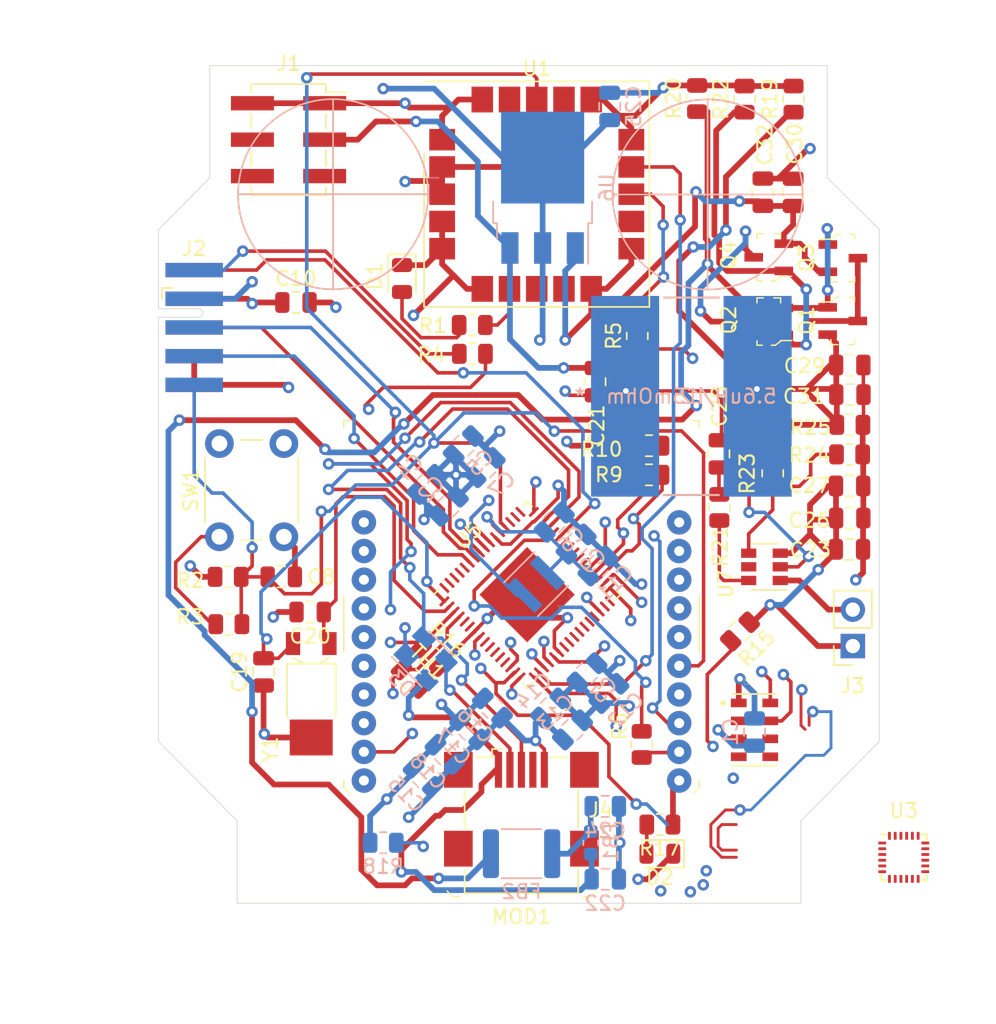
<source format=kicad_pcb>
(kicad_pcb (version 20171130) (host pcbnew 5.1.9)

  (general
    (thickness 1.6)
    (drawings 14)
    (tracks 993)
    (zones 0)
    (modules 78)
    (nets 47)
  )

  (page A4)
  (layers
    (0 F.Cu signal)
    (1 PWR power)
    (2 GND power)
    (31 B.Cu signal)
    (32 B.Adhes user)
    (33 F.Adhes user)
    (34 B.Paste user)
    (35 F.Paste user)
    (36 B.SilkS user)
    (37 F.SilkS user)
    (38 B.Mask user)
    (39 F.Mask user)
    (40 Dwgs.User user)
    (41 Cmts.User user)
    (42 Eco1.User user)
    (43 Eco2.User user)
    (44 Edge.Cuts user)
    (45 Margin user)
    (46 B.CrtYd user)
    (47 F.CrtYd user)
    (48 B.Fab user)
    (49 F.Fab user)
  )

  (setup
    (last_trace_width 0.25)
    (user_trace_width 0.2)
    (user_trace_width 0.4)
    (trace_clearance 0.201)
    (zone_clearance 0.254)
    (zone_45_only no)
    (trace_min 0.13)
    (via_size 0.8)
    (via_drill 0.4)
    (via_min_size 0.4)
    (via_min_drill 0.3)
    (blind_buried_vias_allowed yes)
    (uvia_size 0.3)
    (uvia_drill 0.1)
    (uvias_allowed yes)
    (uvia_min_size 0.2)
    (uvia_min_drill 0.1)
    (edge_width 0.05)
    (segment_width 0.2)
    (pcb_text_width 0.3)
    (pcb_text_size 1.5 1.5)
    (mod_edge_width 0.12)
    (mod_text_size 1 1)
    (mod_text_width 0.15)
    (pad_size 2 2.5)
    (pad_drill 0)
    (pad_to_mask_clearance 0.05)
    (aux_axis_origin 0 0)
    (grid_origin 116.4 66.9)
    (visible_elements FFFFFF7F)
    (pcbplotparams
      (layerselection 0x010f0_ffffffff)
      (usegerberextensions true)
      (usegerberattributes true)
      (usegerberadvancedattributes true)
      (creategerberjobfile true)
      (excludeedgelayer true)
      (linewidth 0.100000)
      (plotframeref false)
      (viasonmask false)
      (mode 1)
      (useauxorigin false)
      (hpglpennumber 1)
      (hpglpenspeed 20)
      (hpglpendiameter 15.000000)
      (psnegative false)
      (psa4output false)
      (plotreference true)
      (plotvalue false)
      (plotinvisibletext false)
      (padsonsilk true)
      (subtractmaskfromsilk false)
      (outputformat 1)
      (mirror false)
      (drillshape 0)
      (scaleselection 1)
      (outputdirectory "gerbers/"))
  )

  (net 0 "")
  (net 1 +3V3)
  (net 2 /VBUS)
  (net 3 +BATT)
  (net 4 /Power/VBUS_USB)
  (net 5 /Power/VBUS_BATT)
  (net 6 "Net-(Q2-Pad3)")
  (net 7 +5V)
  (net 8 /Brain/XOUT32)
  (net 9 /Brain/XIN32)
  (net 10 /VBattMeasure)
  (net 11 "Net-(R3-Pad2)")
  (net 12 /USB_DM)
  (net 13 /USB_DP)
  (net 14 /~SYS_RESET)
  (net 15 /Brain/SWCLK)
  (net 16 /Brain/SWDIO)
  (net 17 /XBEE_STATUS)
  (net 18 /SysTempMeasure)
  (net 19 "Net-(D2-Pad2)")
  (net 20 GND)
  (net 21 /~XBEE_ATTN)
  (net 22 /I2C_SCL)
  (net 23 /I2C_SDA)
  (net 24 /GPS_USART_RX)
  (net 25 /GPS_USART_TX)
  (net 26 /Controls/GPS_PPS)
  (net 27 "Net-(D1-Pad2)")
  (net 28 "Net-(J4-Pad6)")
  (net 29 "Net-(Q1-Pad3)")
  (net 30 /Brain/VCC_MCU_VDDCORE)
  (net 31 "Net-(C24-Pad1)")
  (net 32 "Net-(C28-Pad2)")
  (net 33 "Net-(C28-Pad1)")
  (net 34 /Brain/USART_0_RX)
  (net 35 /Brain/SWO)
  (net 36 /USART_2_TX)
  (net 37 /Brain/VCC_MCU_VSW)
  (net 38 /USART_2_RX)
  (net 39 "Net-(R4-Pad1)")
  (net 40 "Net-(R5-Pad1)")
  (net 41 "Net-(R6-Pad1)")
  (net 42 "Net-(R21-Pad1)")
  (net 43 "Net-(R23-Pad2)")
  (net 44 /Controls/ASCL)
  (net 45 /Controls/ASDA)
  (net 46 "Net-(U3-Pad18)")

  (net_class Default "This is the default net class."
    (clearance 0.201)
    (trace_width 0.25)
    (via_dia 0.8)
    (via_drill 0.4)
    (uvia_dia 0.3)
    (uvia_drill 0.1)
    (add_net /Brain/SWCLK)
    (add_net /Brain/SWDIO)
    (add_net /Brain/SWO)
    (add_net /Brain/TIMER0)
    (add_net /Brain/TIMER1)
    (add_net /Brain/TIMER2)
    (add_net /Brain/USART_0_RX)
    (add_net /Brain/USART_0_TX)
    (add_net /Brain/VCC_MCU_VDDCORE)
    (add_net /Brain/VCC_MCU_VSW)
    (add_net /Brain/XIN32)
    (add_net /Brain/XOUT32)
    (add_net /Controls/ASCL)
    (add_net /Controls/ASDA)
    (add_net /Controls/GPS_PPS)
    (add_net /GPS_EXT_INT)
    (add_net /GPS_USART_RX)
    (add_net /GPS_USART_TX)
    (add_net /I2C_SCL)
    (add_net /I2C_SDA)
    (add_net /SysTempMeasure)
    (add_net /TCC0\WO0)
    (add_net /TCC0\WO7)
    (add_net /TCC2\WO0)
    (add_net /USART_2_RX)
    (add_net /USART_2_TX)
    (add_net /USB_DM)
    (add_net /USB_DP)
    (add_net /VBattMeasure)
    (add_net /XBEE_STATUS)
    (add_net /~SYS_RESET)
    (add_net /~XBEE_ATTN)
    (add_net "Net-(C28-Pad1)")
    (add_net "Net-(C28-Pad2)")
    (add_net "Net-(D1-Pad2)")
    (add_net "Net-(D2-Pad2)")
    (add_net "Net-(J1-Pad4)")
    (add_net "Net-(J4-Pad4)")
    (add_net "Net-(J4-Pad6)")
    (add_net "Net-(MOD1-Pad11)")
    (add_net "Net-(MOD1-Pad12)")
    (add_net "Net-(MOD1-Pad15)")
    (add_net "Net-(MOD1-Pad16)")
    (add_net "Net-(MOD1-Pad17)")
    (add_net "Net-(MOD1-Pad18)")
    (add_net "Net-(MOD1-Pad20)")
    (add_net "Net-(MOD1-Pad4)")
    (add_net "Net-(MOD1-Pad7)")
    (add_net "Net-(MOD1-Pad8)")
    (add_net "Net-(MOD1-Pad9)")
    (add_net "Net-(R21-Pad1)")
    (add_net "Net-(R23-Pad2)")
    (add_net "Net-(R3-Pad2)")
    (add_net "Net-(R4-Pad1)")
    (add_net "Net-(R5-Pad1)")
    (add_net "Net-(R6-Pad1)")
    (add_net "Net-(U1-Pad12)")
    (add_net "Net-(U1-Pad19)")
    (add_net "Net-(U1-Pad8)")
    (add_net "Net-(U1-Pad9)")
    (add_net "Net-(U3-Pad1)")
    (add_net "Net-(U3-Pad10)")
    (add_net "Net-(U3-Pad11)")
    (add_net "Net-(U3-Pad12)")
    (add_net "Net-(U3-Pad13)")
    (add_net "Net-(U3-Pad14)")
    (add_net "Net-(U3-Pad15)")
    (add_net "Net-(U3-Pad16)")
    (add_net "Net-(U3-Pad17)")
    (add_net "Net-(U3-Pad18)")
    (add_net "Net-(U3-Pad19)")
    (add_net "Net-(U3-Pad2)")
    (add_net "Net-(U3-Pad21)")
    (add_net "Net-(U3-Pad22)")
    (add_net "Net-(U3-Pad23)")
    (add_net "Net-(U3-Pad24)")
    (add_net "Net-(U3-Pad3)")
    (add_net "Net-(U3-Pad4)")
    (add_net "Net-(U3-Pad5)")
    (add_net "Net-(U3-Pad6)")
    (add_net "Net-(U3-Pad7)")
    (add_net "Net-(U3-Pad8)")
    (add_net "Net-(U3-Pad9)")
    (add_net "Net-(U5-Pad10)")
    (add_net "Net-(U5-Pad11)")
    (add_net "Net-(U5-Pad12)")
    (add_net "Net-(U5-Pad24)")
    (add_net "Net-(U5-Pad25)")
    (add_net "Net-(U5-Pad26)")
    (add_net "Net-(U5-Pad28)")
    (add_net "Net-(U5-Pad31)")
    (add_net "Net-(U5-Pad32)")
    (add_net "Net-(U5-Pad38)")
    (add_net "Net-(U5-Pad39)")
    (add_net "Net-(U5-Pad40)")
    (add_net "Net-(U5-Pad42)")
    (add_net "Net-(U5-Pad49)")
    (add_net "Net-(U5-Pad5)")
    (add_net "Net-(U5-Pad50)")
    (add_net "Net-(U5-Pad51)")
    (add_net "Net-(U5-Pad6)")
    (add_net "Net-(U5-Pad60)")
    (add_net "Net-(U5-Pad61)")
    (add_net "Net-(U5-Pad62)")
    (add_net "Net-(U5-Pad63)")
    (add_net "Net-(U5-Pad64)")
    (add_net "Net-(U5-Pad9)")
    (add_net "Net-(U7-Pad5)")
  )

  (net_class POWER ""
    (clearance 0.201)
    (trace_width 0.4)
    (via_dia 0.8)
    (via_drill 0.4)
    (uvia_dia 0.3)
    (uvia_drill 0.1)
    (add_net +3V3)
    (add_net +5V)
    (add_net +BATT)
    (add_net /Power/VBUS_BATT)
    (add_net /Power/VBUS_USB)
    (add_net /VBUS)
    (add_net GND)
    (add_net "Net-(C24-Pad1)")
    (add_net "Net-(Q1-Pad3)")
    (add_net "Net-(Q2-Pad3)")
  )

  (module Sensor_Motion:InvenSense_QFN-24_3x3mm_P0.4mm (layer F.Cu) (tedit 5B5A6A65) (tstamp 6040D0DD)
    (at 149.42 89.506)
    (descr "24-Lead Plastic QFN (3mm x 3mm); Pitch 0.4mm; EP 1.7x1.54mm; for InvenSense motion sensors; keepout area marked (Package see: https://store.invensense.com/datasheets/invensense/MPU9250REV1.0.pdf; See also https://www.invensense.com/wp-content/uploads/2015/02/InvenSense-MEMS-Handling.pdf)")
    (tags "QFN 0.4")
    (path /5F83D554/604E43AD)
    (attr smd)
    (fp_text reference U3 (at 0 -3.25) (layer F.SilkS)
      (effects (font (size 1 1) (thickness 0.15)))
    )
    (fp_text value ICM-20948 (at 0 3.25) (layer F.Fab)
      (effects (font (size 1 1) (thickness 0.15)))
    )
    (fp_text user Component (at 0 0.55) (layer Cmts.User)
      (effects (font (size 0.2 0.2) (thickness 0.04)))
    )
    (fp_text user "Directly Below" (at 0 0.25) (layer Cmts.User)
      (effects (font (size 0.2 0.2) (thickness 0.04)))
    )
    (fp_text user "No Copper" (at 0 -0.1) (layer Cmts.User)
      (effects (font (size 0.2 0.2) (thickness 0.04)))
    )
    (fp_text user KEEPOUT (at 0 -0.5) (layer Cmts.User)
      (effects (font (size 0.2 0.2) (thickness 0.04)))
    )
    (fp_text user %R (at 0 0) (layer F.Fab)
      (effects (font (size 0.7 0.7) (thickness 0.105)))
    )
    (fp_line (start -0.5 -1.5) (end 1.5 -1.5) (layer F.Fab) (width 0.15))
    (fp_line (start 1.5 -1.5) (end 1.5 1.5) (layer F.Fab) (width 0.15))
    (fp_line (start 1.5 1.5) (end -1.5 1.5) (layer F.Fab) (width 0.15))
    (fp_line (start -1.5 1.5) (end -1.5 -0.5) (layer F.Fab) (width 0.15))
    (fp_line (start -1.5 -0.5) (end -0.5 -1.5) (layer F.Fab) (width 0.15))
    (fp_line (start 2.05 -2.05) (end 2.05 2.05) (layer F.CrtYd) (width 0.05))
    (fp_line (start 2.05 2.05) (end -2.05 2.05) (layer F.CrtYd) (width 0.05))
    (fp_line (start -2.05 2.05) (end -2.05 -2.05) (layer F.CrtYd) (width 0.05))
    (fp_line (start -2.05 -2.05) (end 2.05 -2.05) (layer F.CrtYd) (width 0.05))
    (fp_line (start -1.6 1.6) (end -1.6 1.2) (layer F.SilkS) (width 0.15))
    (fp_line (start -1.6 1.6) (end -1.2 1.6) (layer F.SilkS) (width 0.15))
    (fp_line (start 1.6 1.6) (end 1.6 1.2) (layer F.SilkS) (width 0.15))
    (fp_line (start 1.6 1.6) (end 1.2 1.6) (layer F.SilkS) (width 0.15))
    (fp_line (start 1.6 -1.6) (end 1.6 -1.2) (layer F.SilkS) (width 0.15))
    (fp_line (start 1.6 -1.6) (end 1.2 -1.6) (layer F.SilkS) (width 0.15))
    (fp_line (start -1.6 -1.6) (end -1.2 -1.6) (layer F.SilkS) (width 0.15))
    (fp_line (start -0.875 -0.795) (end 0.875 -0.795) (layer Dwgs.User) (width 0.05))
    (fp_line (start -0.875 -0.795) (end -0.875 0.795) (layer Dwgs.User) (width 0.05))
    (fp_line (start -0.875 0.795) (end 0.875 0.795) (layer Dwgs.User) (width 0.05))
    (fp_line (start 0.875 -0.795) (end 0.875 0.795) (layer Dwgs.User) (width 0.05))
    (fp_line (start 0.875 0.295) (end 0.375 0.795) (layer Dwgs.User) (width 0.05))
    (fp_line (start 0.875 -0.205) (end -0.125 0.795) (layer Dwgs.User) (width 0.05))
    (fp_line (start 0.875 -0.705) (end -0.625 0.795) (layer Dwgs.User) (width 0.05))
    (fp_line (start 0.465 -0.795) (end -0.875 0.545) (layer Dwgs.User) (width 0.05))
    (fp_line (start -0.035 -0.795) (end -0.875 0.045) (layer Dwgs.User) (width 0.05))
    (fp_line (start -0.535 -0.795) (end -0.875 -0.455) (layer Dwgs.User) (width 0.05))
    (pad 24 smd roundrect (at -1 -1.5 90) (size 0.55 0.2) (layers F.Cu F.Paste F.Mask) (roundrect_rratio 0.25))
    (pad 23 smd roundrect (at -0.6 -1.5 90) (size 0.55 0.2) (layers F.Cu F.Paste F.Mask) (roundrect_rratio 0.25))
    (pad 22 smd roundrect (at -0.2 -1.5 90) (size 0.55 0.2) (layers F.Cu F.Paste F.Mask) (roundrect_rratio 0.25))
    (pad 21 smd roundrect (at 0.2 -1.5 90) (size 0.55 0.2) (layers F.Cu F.Paste F.Mask) (roundrect_rratio 0.25))
    (pad 20 smd roundrect (at 0.6 -1.5 90) (size 0.55 0.2) (layers F.Cu F.Paste F.Mask) (roundrect_rratio 0.25)
      (net 46 "Net-(U3-Pad18)"))
    (pad 19 smd roundrect (at 1 -1.5 90) (size 0.55 0.2) (layers F.Cu F.Paste F.Mask) (roundrect_rratio 0.25))
    (pad 18 smd roundrect (at 1.5 -1) (size 0.55 0.2) (layers F.Cu F.Paste F.Mask) (roundrect_rratio 0.25)
      (net 46 "Net-(U3-Pad18)"))
    (pad 17 smd roundrect (at 1.5 -0.6) (size 0.55 0.2) (layers F.Cu F.Paste F.Mask) (roundrect_rratio 0.25))
    (pad 16 smd roundrect (at 1.5 -0.2) (size 0.55 0.2) (layers F.Cu F.Paste F.Mask) (roundrect_rratio 0.25))
    (pad 15 smd roundrect (at 1.5 0.2) (size 0.55 0.2) (layers F.Cu F.Paste F.Mask) (roundrect_rratio 0.25))
    (pad 14 smd roundrect (at 1.5 0.6) (size 0.55 0.2) (layers F.Cu F.Paste F.Mask) (roundrect_rratio 0.25))
    (pad 13 smd roundrect (at 1.5 1) (size 0.55 0.2) (layers F.Cu F.Paste F.Mask) (roundrect_rratio 0.25))
    (pad 12 smd roundrect (at 1 1.5 90) (size 0.55 0.2) (layers F.Cu F.Paste F.Mask) (roundrect_rratio 0.25))
    (pad 11 smd roundrect (at 0.6 1.5 90) (size 0.55 0.2) (layers F.Cu F.Paste F.Mask) (roundrect_rratio 0.25))
    (pad 10 smd roundrect (at 0.2 1.5 90) (size 0.55 0.2) (layers F.Cu F.Paste F.Mask) (roundrect_rratio 0.25))
    (pad 9 smd roundrect (at -0.2 1.5 90) (size 0.55 0.2) (layers F.Cu F.Paste F.Mask) (roundrect_rratio 0.25))
    (pad 8 smd roundrect (at -0.6 1.5 90) (size 0.55 0.2) (layers F.Cu F.Paste F.Mask) (roundrect_rratio 0.25))
    (pad 7 smd roundrect (at -1 1.5 90) (size 0.55 0.2) (layers F.Cu F.Paste F.Mask) (roundrect_rratio 0.25))
    (pad 6 smd roundrect (at -1.5 1) (size 0.55 0.2) (layers F.Cu F.Paste F.Mask) (roundrect_rratio 0.25))
    (pad 5 smd roundrect (at -1.5 0.6) (size 0.55 0.2) (layers F.Cu F.Paste F.Mask) (roundrect_rratio 0.25))
    (pad 4 smd roundrect (at -1.5 0.2) (size 0.55 0.2) (layers F.Cu F.Paste F.Mask) (roundrect_rratio 0.25))
    (pad 3 smd roundrect (at -1.5 -0.2) (size 0.55 0.2) (layers F.Cu F.Paste F.Mask) (roundrect_rratio 0.25))
    (pad 2 smd roundrect (at -1.5 -0.6) (size 0.55 0.2) (layers F.Cu F.Paste F.Mask) (roundrect_rratio 0.25))
    (pad 1 smd roundrect (at -1.5 -1) (size 0.55 0.2) (layers F.Cu F.Paste F.Mask) (roundrect_rratio 0.25))
    (model ${KISYS3DMOD}/Package_DFN_QFN.3dshapes/QFN-24_3x3mm_P0.4mm_EP1.7x1.54mm.wrl
      (at (xyz 0 0 0))
      (scale (xyz 1 1 1))
      (rotate (xyz 0 0 0))
    )
  )

  (module Connector_PinSocket_2.54mm:PinSocket_2x03_P2.54mm_Vertical_SMD (layer F.Cu) (tedit 5A19A41D) (tstamp 5FD5BF42)
    (at 106.494 39.468)
    (descr "surface-mounted straight socket strip, 2x03, 2.54mm pitch, double cols (from Kicad 4.0.7), script generated")
    (tags "Surface mounted socket strip SMD 2x03 2.54mm double row")
    (path /5F83D554/5FE29883)
    (attr smd)
    (fp_text reference J1 (at 0 -5.31) (layer F.SilkS)
      (effects (font (size 1 1) (thickness 0.15)))
    )
    (fp_text value ESC_SERVO_HEADER (at 0 5.31) (layer F.Fab)
      (effects (font (size 1 1) (thickness 0.15)))
    )
    (fp_line (start -4.55 4.3) (end -4.55 -4.35) (layer F.CrtYd) (width 0.05))
    (fp_line (start 4.5 4.3) (end -4.55 4.3) (layer F.CrtYd) (width 0.05))
    (fp_line (start 4.5 -4.35) (end 4.5 4.3) (layer F.CrtYd) (width 0.05))
    (fp_line (start -4.55 -4.35) (end 4.5 -4.35) (layer F.CrtYd) (width 0.05))
    (fp_line (start 3.92 2.86) (end 2.54 2.86) (layer F.Fab) (width 0.1))
    (fp_line (start 3.92 2.22) (end 3.92 2.86) (layer F.Fab) (width 0.1))
    (fp_line (start 2.54 2.22) (end 3.92 2.22) (layer F.Fab) (width 0.1))
    (fp_line (start -3.92 2.86) (end -3.92 2.22) (layer F.Fab) (width 0.1))
    (fp_line (start -2.54 2.86) (end -3.92 2.86) (layer F.Fab) (width 0.1))
    (fp_line (start -3.92 2.22) (end -2.54 2.22) (layer F.Fab) (width 0.1))
    (fp_line (start 3.92 0.32) (end 2.54 0.32) (layer F.Fab) (width 0.1))
    (fp_line (start 3.92 -0.32) (end 3.92 0.32) (layer F.Fab) (width 0.1))
    (fp_line (start 2.54 -0.32) (end 3.92 -0.32) (layer F.Fab) (width 0.1))
    (fp_line (start -3.92 0.32) (end -3.92 -0.32) (layer F.Fab) (width 0.1))
    (fp_line (start -2.54 0.32) (end -3.92 0.32) (layer F.Fab) (width 0.1))
    (fp_line (start -3.92 -0.32) (end -2.54 -0.32) (layer F.Fab) (width 0.1))
    (fp_line (start 3.92 -2.22) (end 2.54 -2.22) (layer F.Fab) (width 0.1))
    (fp_line (start 3.92 -2.86) (end 3.92 -2.22) (layer F.Fab) (width 0.1))
    (fp_line (start 2.54 -2.86) (end 3.92 -2.86) (layer F.Fab) (width 0.1))
    (fp_line (start -3.92 -2.22) (end -3.92 -2.86) (layer F.Fab) (width 0.1))
    (fp_line (start -2.54 -2.22) (end -3.92 -2.22) (layer F.Fab) (width 0.1))
    (fp_line (start -3.92 -2.86) (end -2.54 -2.86) (layer F.Fab) (width 0.1))
    (fp_line (start -2.54 3.81) (end -2.54 -3.81) (layer F.Fab) (width 0.1))
    (fp_line (start 2.54 3.81) (end -2.54 3.81) (layer F.Fab) (width 0.1))
    (fp_line (start 2.54 -2.81) (end 2.54 3.81) (layer F.Fab) (width 0.1))
    (fp_line (start 1.54 -3.81) (end 2.54 -2.81) (layer F.Fab) (width 0.1))
    (fp_line (start -2.54 -3.81) (end 1.54 -3.81) (layer F.Fab) (width 0.1))
    (fp_line (start 2.6 -3.3) (end 3.96 -3.3) (layer F.SilkS) (width 0.12))
    (fp_line (start -2.6 3.3) (end -2.6 3.87) (layer F.SilkS) (width 0.12))
    (fp_line (start -2.6 0.76) (end -2.6 1.78) (layer F.SilkS) (width 0.12))
    (fp_line (start -2.6 -1.78) (end -2.6 -0.76) (layer F.SilkS) (width 0.12))
    (fp_line (start -2.6 -3.87) (end -2.6 -3.3) (layer F.SilkS) (width 0.12))
    (fp_line (start -2.6 3.87) (end 2.6 3.87) (layer F.SilkS) (width 0.12))
    (fp_line (start 2.6 3.3) (end 2.6 3.87) (layer F.SilkS) (width 0.12))
    (fp_line (start 2.6 0.76) (end 2.6 1.78) (layer F.SilkS) (width 0.12))
    (fp_line (start 2.6 -1.78) (end 2.6 -0.76) (layer F.SilkS) (width 0.12))
    (fp_line (start 2.6 -3.87) (end 2.6 -3.3) (layer F.SilkS) (width 0.12))
    (fp_line (start -2.6 -3.87) (end 2.6 -3.87) (layer F.SilkS) (width 0.12))
    (fp_text user %R (at 0 0 90) (layer F.Fab)
      (effects (font (size 1 1) (thickness 0.15)))
    )
    (pad 6 smd rect (at -2.52 2.54) (size 3 1) (layers F.Cu F.Paste F.Mask))
    (pad 5 smd rect (at 2.52 2.54) (size 3 1) (layers F.Cu F.Paste F.Mask))
    (pad 4 smd rect (at -2.52 0) (size 3 1) (layers F.Cu F.Paste F.Mask))
    (pad 3 smd rect (at 2.52 0) (size 3 1) (layers F.Cu F.Paste F.Mask)
      (net 7 +5V))
    (pad 2 smd rect (at -2.52 -2.54) (size 3 1) (layers F.Cu F.Paste F.Mask)
      (net 20 GND))
    (pad 1 smd rect (at 2.52 -2.54) (size 3 1) (layers F.Cu F.Paste F.Mask)
      (net 20 GND))
    (model ${KISYS3DMOD}/Connector_PinSocket_2.54mm.3dshapes/PinSocket_2x03_P2.54mm_Vertical_SMD.wrl
      (at (xyz 0 0 0))
      (scale (xyz 1 1 1))
      (rotate (xyz 0 0 0))
    )
  )

  (module Button_Switch_THT:SW_PUSH_6mm_H5mm (layer F.Cu) (tedit 5FD402E3) (tstamp 5FD55DB9)
    (at 101.668 67.154 90)
    (descr "tactile push button, 6x6mm e.g. PHAP33xx series, height=5mm")
    (tags "tact sw push 6mm")
    (path /5F7734A5/601E3B43)
    (fp_text reference SW1 (at 3.25 -2 90) (layer F.SilkS)
      (effects (font (size 1 1) (thickness 0.15)))
    )
    (fp_text value ~RST_BTN (at 3.75 6.7 90) (layer F.Fab)
      (effects (font (size 1 1) (thickness 0.15)))
    )
    (fp_circle (center 3.25 2.25) (end 1.25 2.5) (layer F.Fab) (width 0.1))
    (fp_line (start 6.75 3) (end 6.75 1.5) (layer F.SilkS) (width 0.12))
    (fp_line (start 5.5 -1) (end 1 -1) (layer F.SilkS) (width 0.12))
    (fp_line (start -0.25 1.5) (end -0.25 3) (layer F.SilkS) (width 0.12))
    (fp_line (start 1 5.5) (end 5.5 5.5) (layer F.SilkS) (width 0.12))
    (fp_line (start 8 -1.25) (end 8 5.75) (layer F.CrtYd) (width 0.05))
    (fp_line (start 7.75 6) (end -1.25 6) (layer F.CrtYd) (width 0.05))
    (fp_line (start -1.5 5.75) (end -1.5 -1.25) (layer F.CrtYd) (width 0.05))
    (fp_line (start -1.25 -1.5) (end 7.75 -1.5) (layer F.CrtYd) (width 0.05))
    (fp_line (start -1.5 6) (end -1.25 6) (layer F.CrtYd) (width 0.05))
    (fp_line (start -1.5 5.75) (end -1.5 6) (layer F.CrtYd) (width 0.05))
    (fp_line (start -1.5 -1.5) (end -1.25 -1.5) (layer F.CrtYd) (width 0.05))
    (fp_line (start -1.5 -1.25) (end -1.5 -1.5) (layer F.CrtYd) (width 0.05))
    (fp_line (start 8 -1.5) (end 8 -1.25) (layer F.CrtYd) (width 0.05))
    (fp_line (start 7.75 -1.5) (end 8 -1.5) (layer F.CrtYd) (width 0.05))
    (fp_line (start 8 6) (end 8 5.75) (layer F.CrtYd) (width 0.05))
    (fp_line (start 7.75 6) (end 8 6) (layer F.CrtYd) (width 0.05))
    (fp_line (start 0.25 -0.75) (end 3.25 -0.75) (layer F.Fab) (width 0.1))
    (fp_line (start 0.25 5.25) (end 0.25 -0.75) (layer F.Fab) (width 0.1))
    (fp_line (start 6.25 5.25) (end 0.25 5.25) (layer F.Fab) (width 0.1))
    (fp_line (start 6.25 -0.75) (end 6.25 5.25) (layer F.Fab) (width 0.1))
    (fp_line (start 3.25 -0.75) (end 6.25 -0.75) (layer F.Fab) (width 0.1))
    (fp_text user %R (at 3.25 2.25 90) (layer F.Fab)
      (effects (font (size 1 1) (thickness 0.15)))
    )
    (pad 1 thru_hole circle (at 6.5 0 180) (size 2 2) (drill 1.1) (layers *.Cu *.Mask)
      (net 11 "Net-(R3-Pad2)"))
    (pad 2 thru_hole circle (at 6.5 4.5 180) (size 2 2) (drill 1.1) (layers *.Cu *.Mask)
      (net 20 GND))
    (pad 1 thru_hole circle (at 0 0 180) (size 2 2) (drill 1.1) (layers *.Cu *.Mask)
      (net 11 "Net-(R3-Pad2)"))
    (pad 2 thru_hole circle (at 0 4.5 180) (size 2 2) (drill 1.1) (layers *.Cu *.Mask)
      (net 20 GND))
    (model ${KISYS3DMOD}/Button_Switch_THT.3dshapes/SW_PUSH_6mm_H5mm.wrl
      (at (xyz 0 0 0))
      (scale (xyz 1 1 1))
      (rotate (xyz 0 0 0))
    )
  )

  (module Resistor_SMD:R_0805_2012Metric (layer F.Cu) (tedit 5F68FEEE) (tstamp 5FD55C6A)
    (at 131.132 81.632 270)
    (descr "Resistor SMD 0805 (2012 Metric), square (rectangular) end terminal, IPC_7351 nominal, (Body size source: IPC-SM-782 page 72, https://www.pcb-3d.com/wordpress/wp-content/uploads/ipc-sm-782a_amendment_1_and_2.pdf), generated with kicad-footprint-generator")
    (tags resistor)
    (path /5F7734A5/6039A35B)
    (attr smd)
    (fp_text reference R6 (at -1.27 1.524 90) (layer F.SilkS)
      (effects (font (size 1 1) (thickness 0.15)))
    )
    (fp_text value 330R (at 0 1.65 90) (layer F.Fab)
      (effects (font (size 1 1) (thickness 0.15)))
    )
    (fp_line (start 1.68 0.95) (end -1.68 0.95) (layer F.CrtYd) (width 0.05))
    (fp_line (start 1.68 -0.95) (end 1.68 0.95) (layer F.CrtYd) (width 0.05))
    (fp_line (start -1.68 -0.95) (end 1.68 -0.95) (layer F.CrtYd) (width 0.05))
    (fp_line (start -1.68 0.95) (end -1.68 -0.95) (layer F.CrtYd) (width 0.05))
    (fp_line (start -0.227064 0.735) (end 0.227064 0.735) (layer F.SilkS) (width 0.12))
    (fp_line (start -0.227064 -0.735) (end 0.227064 -0.735) (layer F.SilkS) (width 0.12))
    (fp_line (start 1 0.625) (end -1 0.625) (layer F.Fab) (width 0.1))
    (fp_line (start 1 -0.625) (end 1 0.625) (layer F.Fab) (width 0.1))
    (fp_line (start -1 -0.625) (end 1 -0.625) (layer F.Fab) (width 0.1))
    (fp_line (start -1 0.625) (end -1 -0.625) (layer F.Fab) (width 0.1))
    (fp_text user %R (at 0 0 90) (layer F.Fab)
      (effects (font (size 0.5 0.5) (thickness 0.08)))
    )
    (pad 2 smd roundrect (at 0.9125 0 270) (size 1.025 1.4) (layers F.Cu F.Paste F.Mask) (roundrect_rratio 0.243902)
      (net 38 /USART_2_RX))
    (pad 1 smd roundrect (at -0.9125 0 270) (size 1.025 1.4) (layers F.Cu F.Paste F.Mask) (roundrect_rratio 0.243902)
      (net 41 "Net-(R6-Pad1)"))
    (model ${KISYS3DMOD}/Resistor_SMD.3dshapes/R_0805_2012Metric.wrl
      (at (xyz 0 0 0))
      (scale (xyz 1 1 1))
      (rotate (xyz 0 0 0))
    )
  )

  (module Resistor_SMD:R_0805_2012Metric (layer F.Cu) (tedit 5F68FEEE) (tstamp 5FD55C59)
    (at 130.825 53.15 90)
    (descr "Resistor SMD 0805 (2012 Metric), square (rectangular) end terminal, IPC_7351 nominal, (Body size source: IPC-SM-782 page 72, https://www.pcb-3d.com/wordpress/wp-content/uploads/ipc-sm-782a_amendment_1_and_2.pdf), generated with kicad-footprint-generator")
    (tags resistor)
    (path /5F7734A5/60361782)
    (attr smd)
    (fp_text reference R5 (at 0 -1.65 90) (layer F.SilkS)
      (effects (font (size 1 1) (thickness 0.15)))
    )
    (fp_text value 330R (at 0 1.65 90) (layer F.Fab)
      (effects (font (size 1 1) (thickness 0.15)))
    )
    (fp_line (start 1.68 0.95) (end -1.68 0.95) (layer F.CrtYd) (width 0.05))
    (fp_line (start 1.68 -0.95) (end 1.68 0.95) (layer F.CrtYd) (width 0.05))
    (fp_line (start -1.68 -0.95) (end 1.68 -0.95) (layer F.CrtYd) (width 0.05))
    (fp_line (start -1.68 0.95) (end -1.68 -0.95) (layer F.CrtYd) (width 0.05))
    (fp_line (start -0.227064 0.735) (end 0.227064 0.735) (layer F.SilkS) (width 0.12))
    (fp_line (start -0.227064 -0.735) (end 0.227064 -0.735) (layer F.SilkS) (width 0.12))
    (fp_line (start 1 0.625) (end -1 0.625) (layer F.Fab) (width 0.1))
    (fp_line (start 1 -0.625) (end 1 0.625) (layer F.Fab) (width 0.1))
    (fp_line (start -1 -0.625) (end 1 -0.625) (layer F.Fab) (width 0.1))
    (fp_line (start -1 0.625) (end -1 -0.625) (layer F.Fab) (width 0.1))
    (fp_text user %R (at 0 0 90) (layer F.Fab)
      (effects (font (size 0.5 0.5) (thickness 0.08)))
    )
    (pad 2 smd roundrect (at 0.9125 0 90) (size 1.025 1.4) (layers F.Cu F.Paste F.Mask) (roundrect_rratio 0.243902)
      (net 25 /GPS_USART_TX))
    (pad 1 smd roundrect (at -0.9125 0 90) (size 1.025 1.4) (layers F.Cu F.Paste F.Mask) (roundrect_rratio 0.243902)
      (net 40 "Net-(R5-Pad1)"))
    (model ${KISYS3DMOD}/Resistor_SMD.3dshapes/R_0805_2012Metric.wrl
      (at (xyz 0 0 0))
      (scale (xyz 1 1 1))
      (rotate (xyz 0 0 0))
    )
  )

  (module Resistor_SMD:R_0805_2012Metric (layer F.Cu) (tedit 5F68FEEE) (tstamp 5FD55C48)
    (at 119.32 54.4 180)
    (descr "Resistor SMD 0805 (2012 Metric), square (rectangular) end terminal, IPC_7351 nominal, (Body size source: IPC-SM-782 page 72, https://www.pcb-3d.com/wordpress/wp-content/uploads/ipc-sm-782a_amendment_1_and_2.pdf), generated with kicad-footprint-generator")
    (tags resistor)
    (path /5F7734A5/60333622)
    (attr smd)
    (fp_text reference R4 (at 2.85 -0.075) (layer F.SilkS)
      (effects (font (size 1 1) (thickness 0.15)))
    )
    (fp_text value 330R (at 0 1.65) (layer F.Fab)
      (effects (font (size 1 1) (thickness 0.15)))
    )
    (fp_line (start 1.68 0.95) (end -1.68 0.95) (layer F.CrtYd) (width 0.05))
    (fp_line (start 1.68 -0.95) (end 1.68 0.95) (layer F.CrtYd) (width 0.05))
    (fp_line (start -1.68 -0.95) (end 1.68 -0.95) (layer F.CrtYd) (width 0.05))
    (fp_line (start -1.68 0.95) (end -1.68 -0.95) (layer F.CrtYd) (width 0.05))
    (fp_line (start -0.227064 0.735) (end 0.227064 0.735) (layer F.SilkS) (width 0.12))
    (fp_line (start -0.227064 -0.735) (end 0.227064 -0.735) (layer F.SilkS) (width 0.12))
    (fp_line (start 1 0.625) (end -1 0.625) (layer F.Fab) (width 0.1))
    (fp_line (start 1 -0.625) (end 1 0.625) (layer F.Fab) (width 0.1))
    (fp_line (start -1 -0.625) (end 1 -0.625) (layer F.Fab) (width 0.1))
    (fp_line (start -1 0.625) (end -1 -0.625) (layer F.Fab) (width 0.1))
    (fp_text user %R (at 0 0) (layer F.Fab)
      (effects (font (size 0.5 0.5) (thickness 0.08)))
    )
    (pad 2 smd roundrect (at 0.9125 0 180) (size 1.025 1.4) (layers F.Cu F.Paste F.Mask) (roundrect_rratio 0.243902)
      (net 34 /Brain/USART_0_RX))
    (pad 1 smd roundrect (at -0.9125 0 180) (size 1.025 1.4) (layers F.Cu F.Paste F.Mask) (roundrect_rratio 0.243902)
      (net 39 "Net-(R4-Pad1)"))
    (model ${KISYS3DMOD}/Resistor_SMD.3dshapes/R_0805_2012Metric.wrl
      (at (xyz 0 0 0))
      (scale (xyz 1 1 1))
      (rotate (xyz 0 0 0))
    )
  )

  (module Resistor_SMD:R_0805_2012Metric (layer F.Cu) (tedit 5F68FEEE) (tstamp 5FD55C37)
    (at 102.3265 73.25 180)
    (descr "Resistor SMD 0805 (2012 Metric), square (rectangular) end terminal, IPC_7351 nominal, (Body size source: IPC-SM-782 page 72, https://www.pcb-3d.com/wordpress/wp-content/uploads/ipc-sm-782a_amendment_1_and_2.pdf), generated with kicad-footprint-generator")
    (tags resistor)
    (path /5F7734A5/601A6EA8)
    (attr smd)
    (fp_text reference R3 (at 2.6905 0.508) (layer F.SilkS)
      (effects (font (size 1 1) (thickness 0.15)))
    )
    (fp_text value 39R (at 0 1.65) (layer F.Fab)
      (effects (font (size 1 1) (thickness 0.15)))
    )
    (fp_line (start 1.68 0.95) (end -1.68 0.95) (layer F.CrtYd) (width 0.05))
    (fp_line (start 1.68 -0.95) (end 1.68 0.95) (layer F.CrtYd) (width 0.05))
    (fp_line (start -1.68 -0.95) (end 1.68 -0.95) (layer F.CrtYd) (width 0.05))
    (fp_line (start -1.68 0.95) (end -1.68 -0.95) (layer F.CrtYd) (width 0.05))
    (fp_line (start -0.227064 0.735) (end 0.227064 0.735) (layer F.SilkS) (width 0.12))
    (fp_line (start -0.227064 -0.735) (end 0.227064 -0.735) (layer F.SilkS) (width 0.12))
    (fp_line (start 1 0.625) (end -1 0.625) (layer F.Fab) (width 0.1))
    (fp_line (start 1 -0.625) (end 1 0.625) (layer F.Fab) (width 0.1))
    (fp_line (start -1 -0.625) (end 1 -0.625) (layer F.Fab) (width 0.1))
    (fp_line (start -1 0.625) (end -1 -0.625) (layer F.Fab) (width 0.1))
    (fp_text user %R (at 0 0) (layer F.Fab)
      (effects (font (size 0.5 0.5) (thickness 0.08)))
    )
    (pad 2 smd roundrect (at 0.9125 0 180) (size 1.025 1.4) (layers F.Cu F.Paste F.Mask) (roundrect_rratio 0.243902)
      (net 11 "Net-(R3-Pad2)"))
    (pad 1 smd roundrect (at -0.9125 0 180) (size 1.025 1.4) (layers F.Cu F.Paste F.Mask) (roundrect_rratio 0.243902)
      (net 14 /~SYS_RESET))
    (model ${KISYS3DMOD}/Resistor_SMD.3dshapes/R_0805_2012Metric.wrl
      (at (xyz 0 0 0))
      (scale (xyz 1 1 1))
      (rotate (xyz 0 0 0))
    )
  )

  (module Resistor_SMD:R_0805_2012Metric (layer F.Cu) (tedit 5F68FEEE) (tstamp 5FD55C26)
    (at 102.2795 69.948)
    (descr "Resistor SMD 0805 (2012 Metric), square (rectangular) end terminal, IPC_7351 nominal, (Body size source: IPC-SM-782 page 72, https://www.pcb-3d.com/wordpress/wp-content/uploads/ipc-sm-782a_amendment_1_and_2.pdf), generated with kicad-footprint-generator")
    (tags resistor)
    (path /5F7734A5/601A682F)
    (attr smd)
    (fp_text reference R2 (at -2.6435 0.254) (layer F.SilkS)
      (effects (font (size 1 1) (thickness 0.15)))
    )
    (fp_text value 100k (at 0 1.65) (layer F.Fab)
      (effects (font (size 1 1) (thickness 0.15)))
    )
    (fp_line (start 1.68 0.95) (end -1.68 0.95) (layer F.CrtYd) (width 0.05))
    (fp_line (start 1.68 -0.95) (end 1.68 0.95) (layer F.CrtYd) (width 0.05))
    (fp_line (start -1.68 -0.95) (end 1.68 -0.95) (layer F.CrtYd) (width 0.05))
    (fp_line (start -1.68 0.95) (end -1.68 -0.95) (layer F.CrtYd) (width 0.05))
    (fp_line (start -0.227064 0.735) (end 0.227064 0.735) (layer F.SilkS) (width 0.12))
    (fp_line (start -0.227064 -0.735) (end 0.227064 -0.735) (layer F.SilkS) (width 0.12))
    (fp_line (start 1 0.625) (end -1 0.625) (layer F.Fab) (width 0.1))
    (fp_line (start 1 -0.625) (end 1 0.625) (layer F.Fab) (width 0.1))
    (fp_line (start -1 -0.625) (end 1 -0.625) (layer F.Fab) (width 0.1))
    (fp_line (start -1 0.625) (end -1 -0.625) (layer F.Fab) (width 0.1))
    (fp_text user %R (at 0 0) (layer F.Fab)
      (effects (font (size 0.5 0.5) (thickness 0.08)))
    )
    (pad 2 smd roundrect (at 0.9125 0) (size 1.025 1.4) (layers F.Cu F.Paste F.Mask) (roundrect_rratio 0.243902)
      (net 14 /~SYS_RESET))
    (pad 1 smd roundrect (at -0.9125 0) (size 1.025 1.4) (layers F.Cu F.Paste F.Mask) (roundrect_rratio 0.243902)
      (net 1 +3V3))
    (model ${KISYS3DMOD}/Resistor_SMD.3dshapes/R_0805_2012Metric.wrl
      (at (xyz 0 0 0))
      (scale (xyz 1 1 1))
      (rotate (xyz 0 0 0))
    )
  )

  (module plib:IND_LQH3NPZ100MMEL (layer B.Cu) (tedit 5FBC5A67) (tstamp 5FD55AA5)
    (at 123.766 70.456 45)
    (path /5F7734A5/5FFE50DF)
    (fp_text reference L1 (at 0.395 2.635 45) (layer B.SilkS)
      (effects (font (size 1 1) (thickness 0.015)) (justify mirror))
    )
    (fp_text value LQH3NPN100MJ0 (at 8.65 -2.635 45) (layer B.Fab)
      (effects (font (size 1 1) (thickness 0.015)) (justify mirror))
    )
    (fp_line (start -1.75 -1.75) (end -1.75 1.75) (layer B.CrtYd) (width 0.05))
    (fp_line (start 1.75 -1.75) (end -1.75 -1.75) (layer B.CrtYd) (width 0.05))
    (fp_line (start 1.75 1.75) (end 1.75 -1.75) (layer B.CrtYd) (width 0.05))
    (fp_line (start -1.75 1.75) (end 1.75 1.75) (layer B.CrtYd) (width 0.05))
    (fp_line (start -1.5 -1.67) (end 1.5 -1.67) (layer B.SilkS) (width 0.127))
    (fp_line (start -1.5 1.67) (end 1.5 1.67) (layer B.SilkS) (width 0.127))
    (fp_line (start -1.5 -1.5) (end -1.5 1.5) (layer B.Fab) (width 0.127))
    (fp_line (start 1.5 -1.5) (end -1.5 -1.5) (layer B.Fab) (width 0.127))
    (fp_line (start 1.5 1.5) (end 1.5 -1.5) (layer B.Fab) (width 0.127))
    (fp_line (start -1.5 1.5) (end 1.5 1.5) (layer B.Fab) (width 0.127))
    (pad 2 smd rect (at 1.1 0 45) (size 0.8 2.7) (layers B.Cu B.Paste B.Mask)
      (net 30 /Brain/VCC_MCU_VDDCORE))
    (pad 1 smd rect (at -1.1 0 45) (size 0.8 2.7) (layers B.Cu B.Paste B.Mask)
      (net 37 /Brain/VCC_MCU_VSW))
  )

  (module Capacitor_SMD:C_0805_2012Metric (layer B.Cu) (tedit 5F68FEEE) (tstamp 5FD557DD)
    (at 117.416 82.328 315)
    (descr "Capacitor SMD 0805 (2012 Metric), square (rectangular) end terminal, IPC_7351 nominal, (Body size source: IPC-SM-782 page 76, https://www.pcb-3d.com/wordpress/wp-content/uploads/ipc-sm-782a_amendment_1_and_2.pdf, https://docs.google.com/spreadsheets/d/1BsfQQcO9C6DZCsRaXUlFlo91Tg2WpOkGARC1WS5S8t0/edit?usp=sharing), generated with kicad-footprint-generator")
    (tags capacitor)
    (path /5F7734A5/6003B59B)
    (attr smd)
    (fp_text reference C18 (at 0 1.68 135) (layer B.SilkS)
      (effects (font (size 1 1) (thickness 0.15)) (justify mirror))
    )
    (fp_text value 1uF (at 0 -1.68 135) (layer B.Fab)
      (effects (font (size 1 1) (thickness 0.15)) (justify mirror))
    )
    (fp_line (start 1.7 -0.98) (end -1.7 -0.98) (layer B.CrtYd) (width 0.05))
    (fp_line (start 1.7 0.98) (end 1.7 -0.98) (layer B.CrtYd) (width 0.05))
    (fp_line (start -1.7 0.98) (end 1.7 0.98) (layer B.CrtYd) (width 0.05))
    (fp_line (start -1.7 -0.98) (end -1.7 0.98) (layer B.CrtYd) (width 0.05))
    (fp_line (start -0.261252 -0.735) (end 0.261252 -0.735) (layer B.SilkS) (width 0.12))
    (fp_line (start -0.261252 0.735) (end 0.261252 0.735) (layer B.SilkS) (width 0.12))
    (fp_line (start 1 -0.625) (end -1 -0.625) (layer B.Fab) (width 0.1))
    (fp_line (start 1 0.625) (end 1 -0.625) (layer B.Fab) (width 0.1))
    (fp_line (start -1 0.625) (end 1 0.625) (layer B.Fab) (width 0.1))
    (fp_line (start -1 -0.625) (end -1 0.625) (layer B.Fab) (width 0.1))
    (fp_text user %R (at 0 0 135) (layer B.Fab)
      (effects (font (size 0.5 0.5) (thickness 0.08)) (justify mirror))
    )
    (pad 2 smd roundrect (at 0.95 0 315) (size 1 1.45) (layers B.Cu B.Paste B.Mask) (roundrect_rratio 0.25)
      (net 20 GND))
    (pad 1 smd roundrect (at -0.95 0 315) (size 1 1.45) (layers B.Cu B.Paste B.Mask) (roundrect_rratio 0.25)
      (net 1 +3V3))
    (model ${KISYS3DMOD}/Capacitor_SMD.3dshapes/C_0805_2012Metric.wrl
      (at (xyz 0 0 0))
      (scale (xyz 1 1 1))
      (rotate (xyz 0 0 0))
    )
  )

  (module Capacitor_SMD:C_0805_2012Metric (layer B.Cu) (tedit 5F68FEEE) (tstamp 5FD557CC)
    (at 119.128 80.616 315)
    (descr "Capacitor SMD 0805 (2012 Metric), square (rectangular) end terminal, IPC_7351 nominal, (Body size source: IPC-SM-782 page 76, https://www.pcb-3d.com/wordpress/wp-content/uploads/ipc-sm-782a_amendment_1_and_2.pdf, https://docs.google.com/spreadsheets/d/1BsfQQcO9C6DZCsRaXUlFlo91Tg2WpOkGARC1WS5S8t0/edit?usp=sharing), generated with kicad-footprint-generator")
    (tags capacitor)
    (path /5F7734A5/60036580)
    (attr smd)
    (fp_text reference C17 (at 0 1.679999 315) (layer B.SilkS)
      (effects (font (size 1 1) (thickness 0.15)) (justify mirror))
    )
    (fp_text value 1uF (at 0 -1.679999 315) (layer B.Fab)
      (effects (font (size 1 1) (thickness 0.15)) (justify mirror))
    )
    (fp_line (start 1.7 -0.98) (end -1.7 -0.98) (layer B.CrtYd) (width 0.05))
    (fp_line (start 1.7 0.98) (end 1.7 -0.98) (layer B.CrtYd) (width 0.05))
    (fp_line (start -1.7 0.98) (end 1.7 0.98) (layer B.CrtYd) (width 0.05))
    (fp_line (start -1.7 -0.98) (end -1.7 0.98) (layer B.CrtYd) (width 0.05))
    (fp_line (start -0.261252 -0.735) (end 0.261252 -0.735) (layer B.SilkS) (width 0.12))
    (fp_line (start -0.261252 0.735) (end 0.261252 0.735) (layer B.SilkS) (width 0.12))
    (fp_line (start 1 -0.625) (end -1 -0.625) (layer B.Fab) (width 0.1))
    (fp_line (start 1 0.625) (end 1 -0.625) (layer B.Fab) (width 0.1))
    (fp_line (start -1 0.625) (end 1 0.625) (layer B.Fab) (width 0.1))
    (fp_line (start -1 -0.625) (end -1 0.625) (layer B.Fab) (width 0.1))
    (fp_text user %R (at 0 0 315) (layer B.Fab)
      (effects (font (size 0.5 0.5) (thickness 0.08)) (justify mirror))
    )
    (pad 2 smd roundrect (at 0.95 0 315) (size 1 1.45) (layers B.Cu B.Paste B.Mask) (roundrect_rratio 0.25)
      (net 20 GND))
    (pad 1 smd roundrect (at -0.95 0 315) (size 1 1.45) (layers B.Cu B.Paste B.Mask) (roundrect_rratio 0.25)
      (net 1 +3V3))
    (model ${KISYS3DMOD}/Capacitor_SMD.3dshapes/C_0805_2012Metric.wrl
      (at (xyz 0 0 0))
      (scale (xyz 1 1 1))
      (rotate (xyz 0 0 0))
    )
  )

  (module Capacitor_SMD:C_0805_2012Metric (layer B.Cu) (tedit 5F68FEEE) (tstamp 5FD557BB)
    (at 120.718 79.092 315)
    (descr "Capacitor SMD 0805 (2012 Metric), square (rectangular) end terminal, IPC_7351 nominal, (Body size source: IPC-SM-782 page 76, https://www.pcb-3d.com/wordpress/wp-content/uploads/ipc-sm-782a_amendment_1_and_2.pdf, https://docs.google.com/spreadsheets/d/1BsfQQcO9C6DZCsRaXUlFlo91Tg2WpOkGARC1WS5S8t0/edit?usp=sharing), generated with kicad-footprint-generator")
    (tags capacitor)
    (path /5F7734A5/60035B68)
    (attr smd)
    (fp_text reference C16 (at 0 1.679999 315) (layer B.SilkS)
      (effects (font (size 1 1) (thickness 0.15)) (justify mirror))
    )
    (fp_text value 1uF (at 0 -1.679999 315) (layer B.Fab)
      (effects (font (size 1 1) (thickness 0.15)) (justify mirror))
    )
    (fp_line (start 1.7 -0.98) (end -1.7 -0.98) (layer B.CrtYd) (width 0.05))
    (fp_line (start 1.7 0.98) (end 1.7 -0.98) (layer B.CrtYd) (width 0.05))
    (fp_line (start -1.7 0.98) (end 1.7 0.98) (layer B.CrtYd) (width 0.05))
    (fp_line (start -1.7 -0.98) (end -1.7 0.98) (layer B.CrtYd) (width 0.05))
    (fp_line (start -0.261252 -0.735) (end 0.261252 -0.735) (layer B.SilkS) (width 0.12))
    (fp_line (start -0.261252 0.735) (end 0.261252 0.735) (layer B.SilkS) (width 0.12))
    (fp_line (start 1 -0.625) (end -1 -0.625) (layer B.Fab) (width 0.1))
    (fp_line (start 1 0.625) (end 1 -0.625) (layer B.Fab) (width 0.1))
    (fp_line (start -1 0.625) (end 1 0.625) (layer B.Fab) (width 0.1))
    (fp_line (start -1 -0.625) (end -1 0.625) (layer B.Fab) (width 0.1))
    (fp_text user %R (at 0 0 315) (layer B.Fab)
      (effects (font (size 0.5 0.5) (thickness 0.08)) (justify mirror))
    )
    (pad 2 smd roundrect (at 0.95 0 315) (size 1 1.45) (layers B.Cu B.Paste B.Mask) (roundrect_rratio 0.25)
      (net 20 GND))
    (pad 1 smd roundrect (at -0.95 0 315) (size 1 1.45) (layers B.Cu B.Paste B.Mask) (roundrect_rratio 0.25)
      (net 1 +3V3))
    (model ${KISYS3DMOD}/Capacitor_SMD.3dshapes/C_0805_2012Metric.wrl
      (at (xyz 0 0 0))
      (scale (xyz 1 1 1))
      (rotate (xyz 0 0 0))
    )
  )

  (module Capacitor_SMD:C_0805_2012Metric (layer B.Cu) (tedit 5F68FEEE) (tstamp 5FD557AA)
    (at 115.892 83.918 315)
    (descr "Capacitor SMD 0805 (2012 Metric), square (rectangular) end terminal, IPC_7351 nominal, (Body size source: IPC-SM-782 page 76, https://www.pcb-3d.com/wordpress/wp-content/uploads/ipc-sm-782a_amendment_1_and_2.pdf, https://docs.google.com/spreadsheets/d/1BsfQQcO9C6DZCsRaXUlFlo91Tg2WpOkGARC1WS5S8t0/edit?usp=sharing), generated with kicad-footprint-generator")
    (tags capacitor)
    (path /5F7734A5/600B4FC7)
    (attr smd)
    (fp_text reference C15 (at 0 1.679999 315) (layer B.SilkS)
      (effects (font (size 1 1) (thickness 0.15)) (justify mirror))
    )
    (fp_text value 1uF (at 0 -1.679999 315) (layer B.Fab)
      (effects (font (size 1 1) (thickness 0.15)) (justify mirror))
    )
    (fp_line (start 1.7 -0.98) (end -1.7 -0.98) (layer B.CrtYd) (width 0.05))
    (fp_line (start 1.7 0.98) (end 1.7 -0.98) (layer B.CrtYd) (width 0.05))
    (fp_line (start -1.7 0.98) (end 1.7 0.98) (layer B.CrtYd) (width 0.05))
    (fp_line (start -1.7 -0.98) (end -1.7 0.98) (layer B.CrtYd) (width 0.05))
    (fp_line (start -0.261252 -0.735) (end 0.261252 -0.735) (layer B.SilkS) (width 0.12))
    (fp_line (start -0.261252 0.735) (end 0.261252 0.735) (layer B.SilkS) (width 0.12))
    (fp_line (start 1 -0.625) (end -1 -0.625) (layer B.Fab) (width 0.1))
    (fp_line (start 1 0.625) (end 1 -0.625) (layer B.Fab) (width 0.1))
    (fp_line (start -1 0.625) (end 1 0.625) (layer B.Fab) (width 0.1))
    (fp_line (start -1 -0.625) (end -1 0.625) (layer B.Fab) (width 0.1))
    (fp_text user %R (at 0 0 315) (layer B.Fab)
      (effects (font (size 0.5 0.5) (thickness 0.08)) (justify mirror))
    )
    (pad 2 smd roundrect (at 0.95 0 315) (size 1 1.45) (layers B.Cu B.Paste B.Mask) (roundrect_rratio 0.25)
      (net 20 GND))
    (pad 1 smd roundrect (at -0.95 0 315) (size 1 1.45) (layers B.Cu B.Paste B.Mask) (roundrect_rratio 0.25)
      (net 1 +3V3))
    (model ${KISYS3DMOD}/Capacitor_SMD.3dshapes/C_0805_2012Metric.wrl
      (at (xyz 0 0 0))
      (scale (xyz 1 1 1))
      (rotate (xyz 0 0 0))
    )
  )

  (module Capacitor_SMD:C_0805_2012Metric (layer B.Cu) (tedit 5F68FEEE) (tstamp 5FD55799)
    (at 124.782 79.092 225)
    (descr "Capacitor SMD 0805 (2012 Metric), square (rectangular) end terminal, IPC_7351 nominal, (Body size source: IPC-SM-782 page 76, https://www.pcb-3d.com/wordpress/wp-content/uploads/ipc-sm-782a_amendment_1_and_2.pdf, https://docs.google.com/spreadsheets/d/1BsfQQcO9C6DZCsRaXUlFlo91Tg2WpOkGARC1WS5S8t0/edit?usp=sharing), generated with kicad-footprint-generator")
    (tags capacitor)
    (path /5F7734A5/600B4957)
    (attr smd)
    (fp_text reference C14 (at 0 1.679999 225) (layer B.SilkS)
      (effects (font (size 1 1) (thickness 0.15)) (justify mirror))
    )
    (fp_text value 1uF (at 0 -1.679999 225) (layer B.Fab)
      (effects (font (size 1 1) (thickness 0.15)) (justify mirror))
    )
    (fp_line (start 1.7 -0.98) (end -1.7 -0.98) (layer B.CrtYd) (width 0.05))
    (fp_line (start 1.7 0.98) (end 1.7 -0.98) (layer B.CrtYd) (width 0.05))
    (fp_line (start -1.7 0.98) (end 1.7 0.98) (layer B.CrtYd) (width 0.05))
    (fp_line (start -1.7 -0.98) (end -1.7 0.98) (layer B.CrtYd) (width 0.05))
    (fp_line (start -0.261252 -0.735) (end 0.261252 -0.735) (layer B.SilkS) (width 0.12))
    (fp_line (start -0.261252 0.735) (end 0.261252 0.735) (layer B.SilkS) (width 0.12))
    (fp_line (start 1 -0.625) (end -1 -0.625) (layer B.Fab) (width 0.1))
    (fp_line (start 1 0.625) (end 1 -0.625) (layer B.Fab) (width 0.1))
    (fp_line (start -1 0.625) (end 1 0.625) (layer B.Fab) (width 0.1))
    (fp_line (start -1 -0.625) (end -1 0.625) (layer B.Fab) (width 0.1))
    (fp_text user %R (at 0 0 225) (layer B.Fab)
      (effects (font (size 0.5 0.5) (thickness 0.08)) (justify mirror))
    )
    (pad 2 smd roundrect (at 0.95 0 225) (size 1 1.45) (layers B.Cu B.Paste B.Mask) (roundrect_rratio 0.25)
      (net 20 GND))
    (pad 1 smd roundrect (at -0.95 0 225) (size 1 1.45) (layers B.Cu B.Paste B.Mask) (roundrect_rratio 0.25)
      (net 1 +3V3))
    (model ${KISYS3DMOD}/Capacitor_SMD.3dshapes/C_0805_2012Metric.wrl
      (at (xyz 0 0 0))
      (scale (xyz 1 1 1))
      (rotate (xyz 0 0 0))
    )
  )

  (module Capacitor_SMD:C_0805_2012Metric (layer B.Cu) (tedit 5F68FEEE) (tstamp 5FD55788)
    (at 126.306 80.616 225)
    (descr "Capacitor SMD 0805 (2012 Metric), square (rectangular) end terminal, IPC_7351 nominal, (Body size source: IPC-SM-782 page 76, https://www.pcb-3d.com/wordpress/wp-content/uploads/ipc-sm-782a_amendment_1_and_2.pdf, https://docs.google.com/spreadsheets/d/1BsfQQcO9C6DZCsRaXUlFlo91Tg2WpOkGARC1WS5S8t0/edit?usp=sharing), generated with kicad-footprint-generator")
    (tags capacitor)
    (path /5F7734A5/6008C593)
    (attr smd)
    (fp_text reference C13 (at 0 1.679999 225) (layer B.SilkS)
      (effects (font (size 1 1) (thickness 0.15)) (justify mirror))
    )
    (fp_text value 1uF (at 0 -1.679999 225) (layer B.Fab)
      (effects (font (size 1 1) (thickness 0.15)) (justify mirror))
    )
    (fp_line (start 1.7 -0.98) (end -1.7 -0.98) (layer B.CrtYd) (width 0.05))
    (fp_line (start 1.7 0.98) (end 1.7 -0.98) (layer B.CrtYd) (width 0.05))
    (fp_line (start -1.7 0.98) (end 1.7 0.98) (layer B.CrtYd) (width 0.05))
    (fp_line (start -1.7 -0.98) (end -1.7 0.98) (layer B.CrtYd) (width 0.05))
    (fp_line (start -0.261252 -0.735) (end 0.261252 -0.735) (layer B.SilkS) (width 0.12))
    (fp_line (start -0.261252 0.735) (end 0.261252 0.735) (layer B.SilkS) (width 0.12))
    (fp_line (start 1 -0.625) (end -1 -0.625) (layer B.Fab) (width 0.1))
    (fp_line (start 1 0.625) (end 1 -0.625) (layer B.Fab) (width 0.1))
    (fp_line (start -1 0.625) (end 1 0.625) (layer B.Fab) (width 0.1))
    (fp_line (start -1 -0.625) (end -1 0.625) (layer B.Fab) (width 0.1))
    (fp_text user %R (at 0 0 225) (layer B.Fab)
      (effects (font (size 0.5 0.5) (thickness 0.08)) (justify mirror))
    )
    (pad 2 smd roundrect (at 0.95 0 225) (size 1 1.45) (layers B.Cu B.Paste B.Mask) (roundrect_rratio 0.25)
      (net 20 GND))
    (pad 1 smd roundrect (at -0.95 0 225) (size 1 1.45) (layers B.Cu B.Paste B.Mask) (roundrect_rratio 0.25)
      (net 1 +3V3))
    (model ${KISYS3DMOD}/Capacitor_SMD.3dshapes/C_0805_2012Metric.wrl
      (at (xyz 0 0 0))
      (scale (xyz 1 1 1))
      (rotate (xyz 0 0 0))
    )
  )

  (module Capacitor_SMD:C_0805_2012Metric (layer B.Cu) (tedit 5F68FEEE) (tstamp 5FD55777)
    (at 128.846 78.076 45)
    (descr "Capacitor SMD 0805 (2012 Metric), square (rectangular) end terminal, IPC_7351 nominal, (Body size source: IPC-SM-782 page 76, https://www.pcb-3d.com/wordpress/wp-content/uploads/ipc-sm-782a_amendment_1_and_2.pdf, https://docs.google.com/spreadsheets/d/1BsfQQcO9C6DZCsRaXUlFlo91Tg2WpOkGARC1WS5S8t0/edit?usp=sharing), generated with kicad-footprint-generator")
    (tags capacitor)
    (path /5F7734A5/60080FD0)
    (attr smd)
    (fp_text reference C12 (at 0 1.679999 225) (layer B.SilkS)
      (effects (font (size 1 1) (thickness 0.15)) (justify mirror))
    )
    (fp_text value 1uF (at 0 -1.679999 225) (layer B.Fab)
      (effects (font (size 1 1) (thickness 0.15)) (justify mirror))
    )
    (fp_line (start 1.7 -0.98) (end -1.7 -0.98) (layer B.CrtYd) (width 0.05))
    (fp_line (start 1.7 0.98) (end 1.7 -0.98) (layer B.CrtYd) (width 0.05))
    (fp_line (start -1.7 0.98) (end 1.7 0.98) (layer B.CrtYd) (width 0.05))
    (fp_line (start -1.7 -0.98) (end -1.7 0.98) (layer B.CrtYd) (width 0.05))
    (fp_line (start -0.261252 -0.735) (end 0.261252 -0.735) (layer B.SilkS) (width 0.12))
    (fp_line (start -0.261252 0.735) (end 0.261252 0.735) (layer B.SilkS) (width 0.12))
    (fp_line (start 1 -0.625) (end -1 -0.625) (layer B.Fab) (width 0.1))
    (fp_line (start 1 0.625) (end 1 -0.625) (layer B.Fab) (width 0.1))
    (fp_line (start -1 0.625) (end 1 0.625) (layer B.Fab) (width 0.1))
    (fp_line (start -1 -0.625) (end -1 0.625) (layer B.Fab) (width 0.1))
    (fp_text user %R (at 0 0 225) (layer B.Fab)
      (effects (font (size 0.5 0.5) (thickness 0.08)) (justify mirror))
    )
    (pad 2 smd roundrect (at 0.95 0 45) (size 1 1.45) (layers B.Cu B.Paste B.Mask) (roundrect_rratio 0.25)
      (net 20 GND))
    (pad 1 smd roundrect (at -0.95 0 45) (size 1 1.45) (layers B.Cu B.Paste B.Mask) (roundrect_rratio 0.25)
      (net 1 +3V3))
    (model ${KISYS3DMOD}/Capacitor_SMD.3dshapes/C_0805_2012Metric.wrl
      (at (xyz 0 0 0))
      (scale (xyz 1 1 1))
      (rotate (xyz 0 0 0))
    )
  )

  (module Capacitor_SMD:C_0805_2012Metric (layer B.Cu) (tedit 5F68FEEE) (tstamp 5FD55766)
    (at 128.084 69.186 45)
    (descr "Capacitor SMD 0805 (2012 Metric), square (rectangular) end terminal, IPC_7351 nominal, (Body size source: IPC-SM-782 page 76, https://www.pcb-3d.com/wordpress/wp-content/uploads/ipc-sm-782a_amendment_1_and_2.pdf, https://docs.google.com/spreadsheets/d/1BsfQQcO9C6DZCsRaXUlFlo91Tg2WpOkGARC1WS5S8t0/edit?usp=sharing), generated with kicad-footprint-generator")
    (tags capacitor)
    (path /5F7734A5/5FFED7B3)
    (attr smd)
    (fp_text reference C11 (at 0 1.679999 225) (layer B.SilkS)
      (effects (font (size 1 1) (thickness 0.15)) (justify mirror))
    )
    (fp_text value 1uF (at 0 -1.679999 225) (layer B.Fab)
      (effects (font (size 1 1) (thickness 0.15)) (justify mirror))
    )
    (fp_line (start 1.7 -0.98) (end -1.7 -0.98) (layer B.CrtYd) (width 0.05))
    (fp_line (start 1.7 0.98) (end 1.7 -0.98) (layer B.CrtYd) (width 0.05))
    (fp_line (start -1.7 0.98) (end 1.7 0.98) (layer B.CrtYd) (width 0.05))
    (fp_line (start -1.7 -0.98) (end -1.7 0.98) (layer B.CrtYd) (width 0.05))
    (fp_line (start -0.261252 -0.735) (end 0.261252 -0.735) (layer B.SilkS) (width 0.12))
    (fp_line (start -0.261252 0.735) (end 0.261252 0.735) (layer B.SilkS) (width 0.12))
    (fp_line (start 1 -0.625) (end -1 -0.625) (layer B.Fab) (width 0.1))
    (fp_line (start 1 0.625) (end 1 -0.625) (layer B.Fab) (width 0.1))
    (fp_line (start -1 0.625) (end 1 0.625) (layer B.Fab) (width 0.1))
    (fp_line (start -1 -0.625) (end -1 0.625) (layer B.Fab) (width 0.1))
    (fp_text user %R (at 0 0 225) (layer B.Fab)
      (effects (font (size 0.5 0.5) (thickness 0.08)) (justify mirror))
    )
    (pad 2 smd roundrect (at 0.95 0 45) (size 1 1.45) (layers B.Cu B.Paste B.Mask) (roundrect_rratio 0.25)
      (net 20 GND))
    (pad 1 smd roundrect (at -0.95 0 45) (size 1 1.45) (layers B.Cu B.Paste B.Mask) (roundrect_rratio 0.25)
      (net 30 /Brain/VCC_MCU_VDDCORE))
    (model ${KISYS3DMOD}/Capacitor_SMD.3dshapes/C_0805_2012Metric.wrl
      (at (xyz 0 0 0))
      (scale (xyz 1 1 1))
      (rotate (xyz 0 0 0))
    )
  )

  (module Capacitor_SMD:C_0805_2012Metric (layer F.Cu) (tedit 5F68FEEE) (tstamp 5FD55755)
    (at 107.01 50.82)
    (descr "Capacitor SMD 0805 (2012 Metric), square (rectangular) end terminal, IPC_7351 nominal, (Body size source: IPC-SM-782 page 76, https://www.pcb-3d.com/wordpress/wp-content/uploads/ipc-sm-782a_amendment_1_and_2.pdf, https://docs.google.com/spreadsheets/d/1BsfQQcO9C6DZCsRaXUlFlo91Tg2WpOkGARC1WS5S8t0/edit?usp=sharing), generated with kicad-footprint-generator")
    (tags capacitor)
    (path /5F7734A5/60080658)
    (attr smd)
    (fp_text reference C10 (at 0 -1.68) (layer F.SilkS)
      (effects (font (size 1 1) (thickness 0.15)))
    )
    (fp_text value 1uF (at 0 1.68) (layer F.Fab)
      (effects (font (size 1 1) (thickness 0.15)))
    )
    (fp_line (start 1.7 0.98) (end -1.7 0.98) (layer F.CrtYd) (width 0.05))
    (fp_line (start 1.7 -0.98) (end 1.7 0.98) (layer F.CrtYd) (width 0.05))
    (fp_line (start -1.7 -0.98) (end 1.7 -0.98) (layer F.CrtYd) (width 0.05))
    (fp_line (start -1.7 0.98) (end -1.7 -0.98) (layer F.CrtYd) (width 0.05))
    (fp_line (start -0.261252 0.735) (end 0.261252 0.735) (layer F.SilkS) (width 0.12))
    (fp_line (start -0.261252 -0.735) (end 0.261252 -0.735) (layer F.SilkS) (width 0.12))
    (fp_line (start 1 0.625) (end -1 0.625) (layer F.Fab) (width 0.1))
    (fp_line (start 1 -0.625) (end 1 0.625) (layer F.Fab) (width 0.1))
    (fp_line (start -1 -0.625) (end 1 -0.625) (layer F.Fab) (width 0.1))
    (fp_line (start -1 0.625) (end -1 -0.625) (layer F.Fab) (width 0.1))
    (fp_text user %R (at 0 0) (layer F.Fab)
      (effects (font (size 0.5 0.5) (thickness 0.08)))
    )
    (pad 2 smd roundrect (at 0.95 0) (size 1 1.45) (layers F.Cu F.Paste F.Mask) (roundrect_rratio 0.25)
      (net 20 GND))
    (pad 1 smd roundrect (at -0.95 0) (size 1 1.45) (layers F.Cu F.Paste F.Mask) (roundrect_rratio 0.25)
      (net 1 +3V3))
    (model ${KISYS3DMOD}/Capacitor_SMD.3dshapes/C_0805_2012Metric.wrl
      (at (xyz 0 0 0))
      (scale (xyz 1 1 1))
      (rotate (xyz 0 0 0))
    )
  )

  (module Capacitor_SMD:C_0805_2012Metric (layer B.Cu) (tedit 5F68FEEE) (tstamp 5FD55744)
    (at 126.56 67.662 45)
    (descr "Capacitor SMD 0805 (2012 Metric), square (rectangular) end terminal, IPC_7351 nominal, (Body size source: IPC-SM-782 page 76, https://www.pcb-3d.com/wordpress/wp-content/uploads/ipc-sm-782a_amendment_1_and_2.pdf, https://docs.google.com/spreadsheets/d/1BsfQQcO9C6DZCsRaXUlFlo91Tg2WpOkGARC1WS5S8t0/edit?usp=sharing), generated with kicad-footprint-generator")
    (tags capacitor)
    (path /5F7734A5/5FFED1E4)
    (attr smd)
    (fp_text reference C9 (at 0 1.679999 225) (layer B.SilkS)
      (effects (font (size 1 1) (thickness 0.15)) (justify mirror))
    )
    (fp_text value 1uF (at 0 -1.679999 225) (layer B.Fab)
      (effects (font (size 1 1) (thickness 0.15)) (justify mirror))
    )
    (fp_line (start 1.7 -0.98) (end -1.7 -0.98) (layer B.CrtYd) (width 0.05))
    (fp_line (start 1.7 0.98) (end 1.7 -0.98) (layer B.CrtYd) (width 0.05))
    (fp_line (start -1.7 0.98) (end 1.7 0.98) (layer B.CrtYd) (width 0.05))
    (fp_line (start -1.7 -0.98) (end -1.7 0.98) (layer B.CrtYd) (width 0.05))
    (fp_line (start -0.261252 -0.735) (end 0.261252 -0.735) (layer B.SilkS) (width 0.12))
    (fp_line (start -0.261252 0.735) (end 0.261252 0.735) (layer B.SilkS) (width 0.12))
    (fp_line (start 1 -0.625) (end -1 -0.625) (layer B.Fab) (width 0.1))
    (fp_line (start 1 0.625) (end 1 -0.625) (layer B.Fab) (width 0.1))
    (fp_line (start -1 0.625) (end 1 0.625) (layer B.Fab) (width 0.1))
    (fp_line (start -1 -0.625) (end -1 0.625) (layer B.Fab) (width 0.1))
    (fp_text user %R (at 0 0 225) (layer B.Fab)
      (effects (font (size 0.5 0.5) (thickness 0.08)) (justify mirror))
    )
    (pad 2 smd roundrect (at 0.95 0 45) (size 1 1.45) (layers B.Cu B.Paste B.Mask) (roundrect_rratio 0.25)
      (net 20 GND))
    (pad 1 smd roundrect (at -0.95 0 45) (size 1 1.45) (layers B.Cu B.Paste B.Mask) (roundrect_rratio 0.25)
      (net 30 /Brain/VCC_MCU_VDDCORE))
    (model ${KISYS3DMOD}/Capacitor_SMD.3dshapes/C_0805_2012Metric.wrl
      (at (xyz 0 0 0))
      (scale (xyz 1 1 1))
      (rotate (xyz 0 0 0))
    )
  )

  (module Capacitor_SMD:C_0805_2012Metric (layer F.Cu) (tedit 5F68FEEE) (tstamp 5FD55733)
    (at 105.986 69.948)
    (descr "Capacitor SMD 0805 (2012 Metric), square (rectangular) end terminal, IPC_7351 nominal, (Body size source: IPC-SM-782 page 76, https://www.pcb-3d.com/wordpress/wp-content/uploads/ipc-sm-782a_amendment_1_and_2.pdf, https://docs.google.com/spreadsheets/d/1BsfQQcO9C6DZCsRaXUlFlo91Tg2WpOkGARC1WS5S8t0/edit?usp=sharing), generated with kicad-footprint-generator")
    (tags capacitor)
    (path /5F7734A5/601C192F)
    (attr smd)
    (fp_text reference C8 (at 2.794 0) (layer F.SilkS)
      (effects (font (size 1 1) (thickness 0.15)))
    )
    (fp_text value 1uF (at 0 1.68) (layer F.Fab)
      (effects (font (size 1 1) (thickness 0.15)))
    )
    (fp_line (start 1.7 0.98) (end -1.7 0.98) (layer F.CrtYd) (width 0.05))
    (fp_line (start 1.7 -0.98) (end 1.7 0.98) (layer F.CrtYd) (width 0.05))
    (fp_line (start -1.7 -0.98) (end 1.7 -0.98) (layer F.CrtYd) (width 0.05))
    (fp_line (start -1.7 0.98) (end -1.7 -0.98) (layer F.CrtYd) (width 0.05))
    (fp_line (start -0.261252 0.735) (end 0.261252 0.735) (layer F.SilkS) (width 0.12))
    (fp_line (start -0.261252 -0.735) (end 0.261252 -0.735) (layer F.SilkS) (width 0.12))
    (fp_line (start 1 0.625) (end -1 0.625) (layer F.Fab) (width 0.1))
    (fp_line (start 1 -0.625) (end 1 0.625) (layer F.Fab) (width 0.1))
    (fp_line (start -1 -0.625) (end 1 -0.625) (layer F.Fab) (width 0.1))
    (fp_line (start -1 0.625) (end -1 -0.625) (layer F.Fab) (width 0.1))
    (fp_text user %R (at 0 0) (layer F.Fab)
      (effects (font (size 0.5 0.5) (thickness 0.08)))
    )
    (pad 2 smd roundrect (at 0.95 0) (size 1 1.45) (layers F.Cu F.Paste F.Mask) (roundrect_rratio 0.25)
      (net 20 GND))
    (pad 1 smd roundrect (at -0.95 0) (size 1 1.45) (layers F.Cu F.Paste F.Mask) (roundrect_rratio 0.25)
      (net 14 /~SYS_RESET))
    (model ${KISYS3DMOD}/Capacitor_SMD.3dshapes/C_0805_2012Metric.wrl
      (at (xyz 0 0 0))
      (scale (xyz 1 1 1))
      (rotate (xyz 0 0 0))
    )
  )

  (module Capacitor_SMD:C_0805_2012Metric (layer B.Cu) (tedit 5F68FEEE) (tstamp 5FD55722)
    (at 120.21 62.328 45)
    (descr "Capacitor SMD 0805 (2012 Metric), square (rectangular) end terminal, IPC_7351 nominal, (Body size source: IPC-SM-782 page 76, https://www.pcb-3d.com/wordpress/wp-content/uploads/ipc-sm-782a_amendment_1_and_2.pdf, https://docs.google.com/spreadsheets/d/1BsfQQcO9C6DZCsRaXUlFlo91Tg2WpOkGARC1WS5S8t0/edit?usp=sharing), generated with kicad-footprint-generator")
    (tags capacitor)
    (path /5F7734A5/600802D4)
    (attr smd)
    (fp_text reference C7 (at 0 1.68 45) (layer B.SilkS)
      (effects (font (size 1 1) (thickness 0.15)) (justify mirror))
    )
    (fp_text value 1uF (at -5.88 -2.72 135) (layer B.Fab)
      (effects (font (size 1 1) (thickness 0.15)) (justify mirror))
    )
    (fp_line (start 1.7 -0.98) (end -1.7 -0.98) (layer B.CrtYd) (width 0.05))
    (fp_line (start 1.7 0.98) (end 1.7 -0.98) (layer B.CrtYd) (width 0.05))
    (fp_line (start -1.7 0.98) (end 1.7 0.98) (layer B.CrtYd) (width 0.05))
    (fp_line (start -1.7 -0.98) (end -1.7 0.98) (layer B.CrtYd) (width 0.05))
    (fp_line (start -0.261252 -0.735) (end 0.261252 -0.735) (layer B.SilkS) (width 0.12))
    (fp_line (start -0.261252 0.735) (end 0.261252 0.735) (layer B.SilkS) (width 0.12))
    (fp_line (start 1 -0.625) (end -1 -0.625) (layer B.Fab) (width 0.1))
    (fp_line (start 1 0.625) (end 1 -0.625) (layer B.Fab) (width 0.1))
    (fp_line (start -1 0.625) (end 1 0.625) (layer B.Fab) (width 0.1))
    (fp_line (start -1 -0.625) (end -1 0.625) (layer B.Fab) (width 0.1))
    (fp_text user %R (at 0 0 45) (layer B.Fab)
      (effects (font (size 0.5 0.5) (thickness 0.08)) (justify mirror))
    )
    (pad 2 smd roundrect (at 0.95 0 45) (size 1 1.45) (layers B.Cu B.Paste B.Mask) (roundrect_rratio 0.25)
      (net 20 GND))
    (pad 1 smd roundrect (at -0.95 0 45) (size 1 1.45) (layers B.Cu B.Paste B.Mask) (roundrect_rratio 0.25)
      (net 1 +3V3))
    (model ${KISYS3DMOD}/Capacitor_SMD.3dshapes/C_0805_2012Metric.wrl
      (at (xyz 0 0 0))
      (scale (xyz 1 1 1))
      (rotate (xyz 0 0 0))
    )
  )

  (module Capacitor_SMD:C_0805_2012Metric (layer B.Cu) (tedit 5F68FEEE) (tstamp 5FD55711)
    (at 125.036 66.138 45)
    (descr "Capacitor SMD 0805 (2012 Metric), square (rectangular) end terminal, IPC_7351 nominal, (Body size source: IPC-SM-782 page 76, https://www.pcb-3d.com/wordpress/wp-content/uploads/ipc-sm-782a_amendment_1_and_2.pdf, https://docs.google.com/spreadsheets/d/1BsfQQcO9C6DZCsRaXUlFlo91Tg2WpOkGARC1WS5S8t0/edit?usp=sharing), generated with kicad-footprint-generator")
    (tags capacitor)
    (path /5F7734A5/5FFEC169)
    (attr smd)
    (fp_text reference C6 (at 0 1.68 45) (layer B.SilkS)
      (effects (font (size 1 1) (thickness 0.15)) (justify mirror))
    )
    (fp_text value 10uF (at 0 -1.68 45) (layer B.Fab)
      (effects (font (size 1 1) (thickness 0.15)) (justify mirror))
    )
    (fp_line (start 1.7 -0.98) (end -1.7 -0.98) (layer B.CrtYd) (width 0.05))
    (fp_line (start 1.7 0.98) (end 1.7 -0.98) (layer B.CrtYd) (width 0.05))
    (fp_line (start -1.7 0.98) (end 1.7 0.98) (layer B.CrtYd) (width 0.05))
    (fp_line (start -1.7 -0.98) (end -1.7 0.98) (layer B.CrtYd) (width 0.05))
    (fp_line (start -0.261252 -0.735) (end 0.261252 -0.735) (layer B.SilkS) (width 0.12))
    (fp_line (start -0.261252 0.735) (end 0.261252 0.735) (layer B.SilkS) (width 0.12))
    (fp_line (start 1 -0.625) (end -1 -0.625) (layer B.Fab) (width 0.1))
    (fp_line (start 1 0.625) (end 1 -0.625) (layer B.Fab) (width 0.1))
    (fp_line (start -1 0.625) (end 1 0.625) (layer B.Fab) (width 0.1))
    (fp_line (start -1 -0.625) (end -1 0.625) (layer B.Fab) (width 0.1))
    (fp_text user %R (at 0 0 45) (layer B.Fab)
      (effects (font (size 0.5 0.5) (thickness 0.08)) (justify mirror))
    )
    (pad 2 smd roundrect (at 0.95 0 45) (size 1 1.45) (layers B.Cu B.Paste B.Mask) (roundrect_rratio 0.25)
      (net 20 GND))
    (pad 1 smd roundrect (at -0.95 0 45) (size 1 1.45) (layers B.Cu B.Paste B.Mask) (roundrect_rratio 0.25)
      (net 30 /Brain/VCC_MCU_VDDCORE))
    (model ${KISYS3DMOD}/Capacitor_SMD.3dshapes/C_0805_2012Metric.wrl
      (at (xyz 0 0 0))
      (scale (xyz 1 1 1))
      (rotate (xyz 0 0 0))
    )
  )

  (module Capacitor_SMD:C_0805_2012Metric (layer B.Cu) (tedit 5F68FEEE) (tstamp 5FD55700)
    (at 118.686 60.804 45)
    (descr "Capacitor SMD 0805 (2012 Metric), square (rectangular) end terminal, IPC_7351 nominal, (Body size source: IPC-SM-782 page 76, https://www.pcb-3d.com/wordpress/wp-content/uploads/ipc-sm-782a_amendment_1_and_2.pdf, https://docs.google.com/spreadsheets/d/1BsfQQcO9C6DZCsRaXUlFlo91Tg2WpOkGARC1WS5S8t0/edit?usp=sharing), generated with kicad-footprint-generator")
    (tags capacitor)
    (path /5F7734A5/6007FEEB)
    (attr smd)
    (fp_text reference C5 (at 0 1.68 45) (layer B.SilkS)
      (effects (font (size 1 1) (thickness 0.15)) (justify mirror))
    )
    (fp_text value 1uF (at 0 -1.68 45) (layer B.Fab)
      (effects (font (size 1 1) (thickness 0.15)) (justify mirror))
    )
    (fp_line (start 1.7 -0.98) (end -1.7 -0.98) (layer B.CrtYd) (width 0.05))
    (fp_line (start 1.7 0.98) (end 1.7 -0.98) (layer B.CrtYd) (width 0.05))
    (fp_line (start -1.7 0.98) (end 1.7 0.98) (layer B.CrtYd) (width 0.05))
    (fp_line (start -1.7 -0.98) (end -1.7 0.98) (layer B.CrtYd) (width 0.05))
    (fp_line (start -0.261252 -0.735) (end 0.261252 -0.735) (layer B.SilkS) (width 0.12))
    (fp_line (start -0.261252 0.735) (end 0.261252 0.735) (layer B.SilkS) (width 0.12))
    (fp_line (start 1 -0.625) (end -1 -0.625) (layer B.Fab) (width 0.1))
    (fp_line (start 1 0.625) (end 1 -0.625) (layer B.Fab) (width 0.1))
    (fp_line (start -1 0.625) (end 1 0.625) (layer B.Fab) (width 0.1))
    (fp_line (start -1 -0.625) (end -1 0.625) (layer B.Fab) (width 0.1))
    (fp_text user %R (at 0 0 45) (layer B.Fab)
      (effects (font (size 0.5 0.5) (thickness 0.08)) (justify mirror))
    )
    (pad 2 smd roundrect (at 0.95 0 45) (size 1 1.45) (layers B.Cu B.Paste B.Mask) (roundrect_rratio 0.25)
      (net 20 GND))
    (pad 1 smd roundrect (at -0.95 0 45) (size 1 1.45) (layers B.Cu B.Paste B.Mask) (roundrect_rratio 0.25)
      (net 1 +3V3))
    (model ${KISYS3DMOD}/Capacitor_SMD.3dshapes/C_0805_2012Metric.wrl
      (at (xyz 0 0 0))
      (scale (xyz 1 1 1))
      (rotate (xyz 0 0 0))
    )
  )

  (module Capacitor_SMD:C_0805_2012Metric (layer B.Cu) (tedit 5F68FEEE) (tstamp 5FD56216)
    (at 116.17 63.5 225)
    (descr "Capacitor SMD 0805 (2012 Metric), square (rectangular) end terminal, IPC_7351 nominal, (Body size source: IPC-SM-782 page 76, https://www.pcb-3d.com/wordpress/wp-content/uploads/ipc-sm-782a_amendment_1_and_2.pdf, https://docs.google.com/spreadsheets/d/1BsfQQcO9C6DZCsRaXUlFlo91Tg2WpOkGARC1WS5S8t0/edit?usp=sharing), generated with kicad-footprint-generator")
    (tags capacitor)
    (path /5F7734A5/6007FA48)
    (attr smd)
    (fp_text reference C4 (at 0 1.68 45) (layer B.SilkS)
      (effects (font (size 1 1) (thickness 0.15)) (justify mirror))
    )
    (fp_text value 1uF (at 0 -1.68 45) (layer B.Fab)
      (effects (font (size 1 1) (thickness 0.15)) (justify mirror))
    )
    (fp_line (start 1.7 -0.98) (end -1.7 -0.98) (layer B.CrtYd) (width 0.05))
    (fp_line (start 1.7 0.98) (end 1.7 -0.98) (layer B.CrtYd) (width 0.05))
    (fp_line (start -1.7 0.98) (end 1.7 0.98) (layer B.CrtYd) (width 0.05))
    (fp_line (start -1.7 -0.98) (end -1.7 0.98) (layer B.CrtYd) (width 0.05))
    (fp_line (start -0.261252 -0.735) (end 0.261252 -0.735) (layer B.SilkS) (width 0.12))
    (fp_line (start -0.261252 0.735) (end 0.261252 0.735) (layer B.SilkS) (width 0.12))
    (fp_line (start 1 -0.625) (end -1 -0.625) (layer B.Fab) (width 0.1))
    (fp_line (start 1 0.625) (end 1 -0.625) (layer B.Fab) (width 0.1))
    (fp_line (start -1 0.625) (end 1 0.625) (layer B.Fab) (width 0.1))
    (fp_line (start -1 -0.625) (end -1 0.625) (layer B.Fab) (width 0.1))
    (fp_text user %R (at 0 0 45) (layer B.Fab)
      (effects (font (size 0.5 0.5) (thickness 0.08)) (justify mirror))
    )
    (pad 2 smd roundrect (at 0.95 0 225) (size 1 1.45) (layers B.Cu B.Paste B.Mask) (roundrect_rratio 0.25)
      (net 20 GND))
    (pad 1 smd roundrect (at -0.95 0 225) (size 1 1.45) (layers B.Cu B.Paste B.Mask) (roundrect_rratio 0.25)
      (net 1 +3V3))
    (model ${KISYS3DMOD}/Capacitor_SMD.3dshapes/C_0805_2012Metric.wrl
      (at (xyz 0 0 0))
      (scale (xyz 1 1 1))
      (rotate (xyz 0 0 0))
    )
  )

  (module Capacitor_SMD:C_0805_2012Metric (layer B.Cu) (tedit 5F68FEEE) (tstamp 5FD556DE)
    (at 127.32 76.64 45)
    (descr "Capacitor SMD 0805 (2012 Metric), square (rectangular) end terminal, IPC_7351 nominal, (Body size source: IPC-SM-782 page 76, https://www.pcb-3d.com/wordpress/wp-content/uploads/ipc-sm-782a_amendment_1_and_2.pdf, https://docs.google.com/spreadsheets/d/1BsfQQcO9C6DZCsRaXUlFlo91Tg2WpOkGARC1WS5S8t0/edit?usp=sharing), generated with kicad-footprint-generator")
    (tags capacitor)
    (path /5F7734A5/6007F767)
    (attr smd)
    (fp_text reference C3 (at 0 1.68 45) (layer B.SilkS)
      (effects (font (size 1 1) (thickness 0.15)) (justify mirror))
    )
    (fp_text value 1uF (at 0 -1.68 45) (layer B.Fab)
      (effects (font (size 1 1) (thickness 0.15)) (justify mirror))
    )
    (fp_line (start 1.7 -0.98) (end -1.7 -0.98) (layer B.CrtYd) (width 0.05))
    (fp_line (start 1.7 0.98) (end 1.7 -0.98) (layer B.CrtYd) (width 0.05))
    (fp_line (start -1.7 0.98) (end 1.7 0.98) (layer B.CrtYd) (width 0.05))
    (fp_line (start -1.7 -0.98) (end -1.7 0.98) (layer B.CrtYd) (width 0.05))
    (fp_line (start -0.261252 -0.735) (end 0.261252 -0.735) (layer B.SilkS) (width 0.12))
    (fp_line (start -0.261252 0.735) (end 0.261252 0.735) (layer B.SilkS) (width 0.12))
    (fp_line (start 1 -0.625) (end -1 -0.625) (layer B.Fab) (width 0.1))
    (fp_line (start 1 0.625) (end 1 -0.625) (layer B.Fab) (width 0.1))
    (fp_line (start -1 0.625) (end 1 0.625) (layer B.Fab) (width 0.1))
    (fp_line (start -1 -0.625) (end -1 0.625) (layer B.Fab) (width 0.1))
    (fp_text user %R (at 0 0 45) (layer B.Fab)
      (effects (font (size 0.5 0.5) (thickness 0.08)) (justify mirror))
    )
    (pad 2 smd roundrect (at 0.95 0 45) (size 1 1.45) (layers B.Cu B.Paste B.Mask) (roundrect_rratio 0.25)
      (net 20 GND))
    (pad 1 smd roundrect (at -0.95 0 45) (size 1 1.45) (layers B.Cu B.Paste B.Mask) (roundrect_rratio 0.25)
      (net 1 +3V3))
    (model ${KISYS3DMOD}/Capacitor_SMD.3dshapes/C_0805_2012Metric.wrl
      (at (xyz 0 0 0))
      (scale (xyz 1 1 1))
      (rotate (xyz 0 0 0))
    )
  )

  (module Package_DFN_QFN:QFN-64-1EP_9x9mm_P0.5mm_EP4.7x4.7mm (layer F.Cu) (tedit 5DC5F6A6) (tstamp 5FD53B07)
    (at 123.14 71.19 45)
    (descr "QFN, 64 Pin (http://ww1.microchip.com/downloads/en/DeviceDoc/60001477A.pdf (page 1083)), generated with kicad-footprint-generator ipc_noLead_generator.py")
    (tags "QFN NoLead")
    (path /5F7734A5/5FF456C4)
    (attr smd)
    (fp_text reference U5 (at 0 -5.8 45) (layer F.SilkS)
      (effects (font (size 1 1) (thickness 0.15)))
    )
    (fp_text value ATSAMD51J20A-M (at 0 5.8 45) (layer F.Fab)
      (effects (font (size 1 1) (thickness 0.15)))
    )
    (fp_line (start 5.1 -5.1) (end -5.1 -5.1) (layer F.CrtYd) (width 0.05))
    (fp_line (start 5.1 5.1) (end 5.1 -5.1) (layer F.CrtYd) (width 0.05))
    (fp_line (start -5.1 5.1) (end 5.1 5.1) (layer F.CrtYd) (width 0.05))
    (fp_line (start -5.1 -5.1) (end -5.1 5.1) (layer F.CrtYd) (width 0.05))
    (fp_line (start -4.5 -3.5) (end -3.5 -4.5) (layer F.Fab) (width 0.1))
    (fp_line (start -4.5 4.5) (end -4.5 -3.5) (layer F.Fab) (width 0.1))
    (fp_line (start 4.5 4.5) (end -4.5 4.5) (layer F.Fab) (width 0.1))
    (fp_line (start 4.5 -4.5) (end 4.5 4.5) (layer F.Fab) (width 0.1))
    (fp_line (start -3.5 -4.5) (end 4.5 -4.5) (layer F.Fab) (width 0.1))
    (fp_line (start -4.11 -4.61) (end -4.61 -4.61) (layer F.SilkS) (width 0.12))
    (fp_line (start 4.61 4.61) (end 4.61 4.11) (layer F.SilkS) (width 0.12))
    (fp_line (start 4.11 4.61) (end 4.61 4.61) (layer F.SilkS) (width 0.12))
    (fp_line (start -4.61 4.61) (end -4.61 4.11) (layer F.SilkS) (width 0.12))
    (fp_line (start -4.11 4.61) (end -4.61 4.61) (layer F.SilkS) (width 0.12))
    (fp_line (start 4.61 -4.61) (end 4.61 -4.11) (layer F.SilkS) (width 0.12))
    (fp_line (start 4.11 -4.61) (end 4.61 -4.61) (layer F.SilkS) (width 0.12))
    (fp_text user %R (at 0 0 45) (layer F.Fab)
      (effects (font (size 1 1) (thickness 0.15)))
    )
    (pad "" smd roundrect (at 1.57 1.57 45) (size 1.26 1.26) (layers F.Paste) (roundrect_rratio 0.198413))
    (pad "" smd roundrect (at 1.57 0 45) (size 1.26 1.26) (layers F.Paste) (roundrect_rratio 0.198413))
    (pad "" smd roundrect (at 1.57 -1.57 45) (size 1.26 1.26) (layers F.Paste) (roundrect_rratio 0.198413))
    (pad "" smd roundrect (at 0 1.57 45) (size 1.26 1.26) (layers F.Paste) (roundrect_rratio 0.198413))
    (pad "" smd roundrect (at 0 0 45) (size 1.26 1.26) (layers F.Paste) (roundrect_rratio 0.198413))
    (pad "" smd roundrect (at 0 -1.57 45) (size 1.26 1.26) (layers F.Paste) (roundrect_rratio 0.198413))
    (pad "" smd roundrect (at -1.57 1.57 45) (size 1.26 1.26) (layers F.Paste) (roundrect_rratio 0.198413))
    (pad "" smd roundrect (at -1.57 0 45) (size 1.26 1.26) (layers F.Paste) (roundrect_rratio 0.198413))
    (pad "" smd roundrect (at -1.57 -1.57 45) (size 1.26 1.26) (layers F.Paste) (roundrect_rratio 0.198413))
    (pad 65 smd rect (at 0 0 45) (size 4.7 4.7) (layers F.Cu F.Mask)
      (net 20 GND))
    (pad 64 smd roundrect (at -3.75 -4.4125 45) (size 0.2 0.875) (layers F.Cu F.Paste F.Mask) (roundrect_rratio 0.25))
    (pad 63 smd roundrect (at -3.25 -4.4125 45) (size 0.2 0.875) (layers F.Cu F.Paste F.Mask) (roundrect_rratio 0.25))
    (pad 62 smd roundrect (at -2.75 -4.4125 45) (size 0.2 0.875) (layers F.Cu F.Paste F.Mask) (roundrect_rratio 0.25))
    (pad 61 smd roundrect (at -2.25 -4.4125 45) (size 0.2 0.875) (layers F.Cu F.Paste F.Mask) (roundrect_rratio 0.25))
    (pad 60 smd roundrect (at -1.75 -4.4125 45) (size 0.2 0.875) (layers F.Cu F.Paste F.Mask) (roundrect_rratio 0.25))
    (pad 59 smd roundrect (at -1.25 -4.4125 45) (size 0.2 0.875) (layers F.Cu F.Paste F.Mask) (roundrect_rratio 0.25)
      (net 35 /Brain/SWO))
    (pad 58 smd roundrect (at -0.75 -4.4125 45) (size 0.2 0.875) (layers F.Cu F.Paste F.Mask) (roundrect_rratio 0.25)
      (net 16 /Brain/SWDIO))
    (pad 57 smd roundrect (at -0.25 -4.4125 45) (size 0.2 0.875) (layers F.Cu F.Paste F.Mask) (roundrect_rratio 0.25)
      (net 15 /Brain/SWCLK))
    (pad 56 smd roundrect (at 0.25 -4.4125 45) (size 0.2 0.875) (layers F.Cu F.Paste F.Mask) (roundrect_rratio 0.25)
      (net 1 +3V3))
    (pad 55 smd roundrect (at 0.75 -4.4125 45) (size 0.2 0.875) (layers F.Cu F.Paste F.Mask) (roundrect_rratio 0.25)
      (net 37 /Brain/VCC_MCU_VSW))
    (pad 54 smd roundrect (at 1.25 -4.4125 45) (size 0.2 0.875) (layers F.Cu F.Paste F.Mask) (roundrect_rratio 0.25)
      (net 20 GND))
    (pad 53 smd roundrect (at 1.75 -4.4125 45) (size 0.2 0.875) (layers F.Cu F.Paste F.Mask) (roundrect_rratio 0.25)
      (net 30 /Brain/VCC_MCU_VDDCORE))
    (pad 52 smd roundrect (at 2.25 -4.4125 45) (size 0.2 0.875) (layers F.Cu F.Paste F.Mask) (roundrect_rratio 0.25)
      (net 14 /~SYS_RESET))
    (pad 51 smd roundrect (at 2.75 -4.4125 45) (size 0.2 0.875) (layers F.Cu F.Paste F.Mask) (roundrect_rratio 0.25))
    (pad 50 smd roundrect (at 3.25 -4.4125 45) (size 0.2 0.875) (layers F.Cu F.Paste F.Mask) (roundrect_rratio 0.25))
    (pad 49 smd roundrect (at 3.75 -4.4125 45) (size 0.2 0.875) (layers F.Cu F.Paste F.Mask) (roundrect_rratio 0.25))
    (pad 48 smd roundrect (at 4.4125 -3.75 45) (size 0.875 0.2) (layers F.Cu F.Paste F.Mask) (roundrect_rratio 0.25)
      (net 1 +3V3))
    (pad 47 smd roundrect (at 4.4125 -3.25 45) (size 0.875 0.2) (layers F.Cu F.Paste F.Mask) (roundrect_rratio 0.25)
      (net 20 GND))
    (pad 46 smd roundrect (at 4.4125 -2.75 45) (size 0.875 0.2) (layers F.Cu F.Paste F.Mask) (roundrect_rratio 0.25)
      (net 13 /USB_DP))
    (pad 45 smd roundrect (at 4.4125 -2.25 45) (size 0.875 0.2) (layers F.Cu F.Paste F.Mask) (roundrect_rratio 0.25)
      (net 12 /USB_DM))
    (pad 44 smd roundrect (at 4.4125 -1.75 45) (size 0.875 0.2) (layers F.Cu F.Paste F.Mask) (roundrect_rratio 0.25)
      (net 41 "Net-(R6-Pad1)"))
    (pad 43 smd roundrect (at 4.4125 -1.25 45) (size 0.875 0.2) (layers F.Cu F.Paste F.Mask) (roundrect_rratio 0.25)
      (net 36 /USART_2_TX))
    (pad 42 smd roundrect (at 4.4125 -0.75 45) (size 0.875 0.2) (layers F.Cu F.Paste F.Mask) (roundrect_rratio 0.25))
    (pad 41 smd roundrect (at 4.4125 -0.25 45) (size 0.875 0.2) (layers F.Cu F.Paste F.Mask) (roundrect_rratio 0.25))
    (pad 40 smd roundrect (at 4.4125 0.25 45) (size 0.875 0.2) (layers F.Cu F.Paste F.Mask) (roundrect_rratio 0.25))
    (pad 39 smd roundrect (at 4.4125 0.75 45) (size 0.875 0.2) (layers F.Cu F.Paste F.Mask) (roundrect_rratio 0.25))
    (pad 38 smd roundrect (at 4.4125 1.25 45) (size 0.875 0.2) (layers F.Cu F.Paste F.Mask) (roundrect_rratio 0.25))
    (pad 37 smd roundrect (at 4.4125 1.75 45) (size 0.875 0.2) (layers F.Cu F.Paste F.Mask) (roundrect_rratio 0.25)
      (net 17 /XBEE_STATUS))
    (pad 36 smd roundrect (at 4.4125 2.25 45) (size 0.875 0.2) (layers F.Cu F.Paste F.Mask) (roundrect_rratio 0.25)
      (net 22 /I2C_SCL))
    (pad 35 smd roundrect (at 4.4125 2.75 45) (size 0.875 0.2) (layers F.Cu F.Paste F.Mask) (roundrect_rratio 0.25)
      (net 23 /I2C_SDA))
    (pad 34 smd roundrect (at 4.4125 3.25 45) (size 0.875 0.2) (layers F.Cu F.Paste F.Mask) (roundrect_rratio 0.25)
      (net 1 +3V3))
    (pad 33 smd roundrect (at 4.4125 3.75 45) (size 0.875 0.2) (layers F.Cu F.Paste F.Mask) (roundrect_rratio 0.25)
      (net 20 GND))
    (pad 32 smd roundrect (at 3.75 4.4125 45) (size 0.2 0.875) (layers F.Cu F.Paste F.Mask) (roundrect_rratio 0.25))
    (pad 31 smd roundrect (at 3.25 4.4125 45) (size 0.2 0.875) (layers F.Cu F.Paste F.Mask) (roundrect_rratio 0.25))
    (pad 30 smd roundrect (at 2.75 4.4125 45) (size 0.2 0.875) (layers F.Cu F.Paste F.Mask) (roundrect_rratio 0.25))
    (pad 29 smd roundrect (at 2.25 4.4125 45) (size 0.2 0.875) (layers F.Cu F.Paste F.Mask) (roundrect_rratio 0.25))
    (pad 28 smd roundrect (at 1.75 4.4125 45) (size 0.2 0.875) (layers F.Cu F.Paste F.Mask) (roundrect_rratio 0.25))
    (pad 27 smd roundrect (at 1.25 4.4125 45) (size 0.2 0.875) (layers F.Cu F.Paste F.Mask) (roundrect_rratio 0.25))
    (pad 26 smd roundrect (at 0.75 4.4125 45) (size 0.2 0.875) (layers F.Cu F.Paste F.Mask) (roundrect_rratio 0.25))
    (pad 25 smd roundrect (at 0.25 4.4125 45) (size 0.2 0.875) (layers F.Cu F.Paste F.Mask) (roundrect_rratio 0.25))
    (pad 24 smd roundrect (at -0.25 4.4125 45) (size 0.2 0.875) (layers F.Cu F.Paste F.Mask) (roundrect_rratio 0.25))
    (pad 23 smd roundrect (at -0.75 4.4125 45) (size 0.2 0.875) (layers F.Cu F.Paste F.Mask) (roundrect_rratio 0.25))
    (pad 22 smd roundrect (at -1.25 4.4125 45) (size 0.2 0.875) (layers F.Cu F.Paste F.Mask) (roundrect_rratio 0.25)
      (net 20 GND))
    (pad 21 smd roundrect (at -1.75 4.4125 45) (size 0.2 0.875) (layers F.Cu F.Paste F.Mask) (roundrect_rratio 0.25)
      (net 1 +3V3))
    (pad 20 smd roundrect (at -2.25 4.4125 45) (size 0.2 0.875) (layers F.Cu F.Paste F.Mask) (roundrect_rratio 0.25))
    (pad 19 smd roundrect (at -2.75 4.4125 45) (size 0.2 0.875) (layers F.Cu F.Paste F.Mask) (roundrect_rratio 0.25))
    (pad 18 smd roundrect (at -3.25 4.4125 45) (size 0.2 0.875) (layers F.Cu F.Paste F.Mask) (roundrect_rratio 0.25)
      (net 24 /GPS_USART_RX))
    (pad 17 smd roundrect (at -3.75 4.4125 45) (size 0.2 0.875) (layers F.Cu F.Paste F.Mask) (roundrect_rratio 0.25)
      (net 40 "Net-(R5-Pad1)"))
    (pad 16 smd roundrect (at -4.4125 3.75 45) (size 0.875 0.2) (layers F.Cu F.Paste F.Mask) (roundrect_rratio 0.25))
    (pad 15 smd roundrect (at -4.4125 3.25 45) (size 0.875 0.2) (layers F.Cu F.Paste F.Mask) (roundrect_rratio 0.25)
      (net 21 /~XBEE_ATTN))
    (pad 14 smd roundrect (at -4.4125 2.75 45) (size 0.875 0.2) (layers F.Cu F.Paste F.Mask) (roundrect_rratio 0.25)
      (net 39 "Net-(R4-Pad1)"))
    (pad 13 smd roundrect (at -4.4125 2.25 45) (size 0.875 0.2) (layers F.Cu F.Paste F.Mask) (roundrect_rratio 0.25))
    (pad 12 smd roundrect (at -4.4125 1.75 45) (size 0.875 0.2) (layers F.Cu F.Paste F.Mask) (roundrect_rratio 0.25))
    (pad 11 smd roundrect (at -4.4125 1.25 45) (size 0.875 0.2) (layers F.Cu F.Paste F.Mask) (roundrect_rratio 0.25))
    (pad 10 smd roundrect (at -4.4125 0.75 45) (size 0.875 0.2) (layers F.Cu F.Paste F.Mask) (roundrect_rratio 0.25))
    (pad 9 smd roundrect (at -4.4125 0.25 45) (size 0.875 0.2) (layers F.Cu F.Paste F.Mask) (roundrect_rratio 0.25))
    (pad 8 smd roundrect (at -4.4125 -0.25 45) (size 0.875 0.2) (layers F.Cu F.Paste F.Mask) (roundrect_rratio 0.25)
      (net 1 +3V3))
    (pad 7 smd roundrect (at -4.4125 -0.75 45) (size 0.875 0.2) (layers F.Cu F.Paste F.Mask) (roundrect_rratio 0.25)
      (net 20 GND))
    (pad 6 smd roundrect (at -4.4125 -1.25 45) (size 0.875 0.2) (layers F.Cu F.Paste F.Mask) (roundrect_rratio 0.25))
    (pad 5 smd roundrect (at -4.4125 -1.75 45) (size 0.875 0.2) (layers F.Cu F.Paste F.Mask) (roundrect_rratio 0.25))
    (pad 4 smd roundrect (at -4.4125 -2.25 45) (size 0.875 0.2) (layers F.Cu F.Paste F.Mask) (roundrect_rratio 0.25)
      (net 18 /SysTempMeasure))
    (pad 3 smd roundrect (at -4.4125 -2.75 45) (size 0.875 0.2) (layers F.Cu F.Paste F.Mask) (roundrect_rratio 0.25)
      (net 10 /VBattMeasure))
    (pad 2 smd roundrect (at -4.4125 -3.25 45) (size 0.875 0.2) (layers F.Cu F.Paste F.Mask) (roundrect_rratio 0.25)
      (net 8 /Brain/XOUT32))
    (pad 1 smd roundrect (at -4.4125 -3.75 45) (size 0.875 0.2) (layers F.Cu F.Paste F.Mask) (roundrect_rratio 0.25)
      (net 9 /Brain/XIN32))
    (model ${KISYS3DMOD}/Package_DFN_QFN.3dshapes/QFN-64-1EP_9x9mm_P0.5mm_EP4.7x4.7mm.wrl
      (at (xyz 0 0 0))
      (scale (xyz 1 1 1))
      (rotate (xyz 0 0 0))
    )
  )

  (module plib:rubber_foot locked (layer F.Cu) (tedit 5FC40EF2) (tstamp 5FD45904)
    (at 135.73 43.29)
    (fp_text reference REF** (at 0 7.62) (layer F.SilkS) hide
      (effects (font (size 1 1) (thickness 0.15)))
    )
    (fp_text value rubber_foot (at 0 -7.62) (layer F.Fab) hide
      (effects (font (size 1 1) (thickness 0.15)))
    )
    (fp_line (start -6.629448 0) (end 6.629448 0) (layer B.SilkS) (width 0.12))
    (fp_line (start 0 -6.629448) (end 0 6.629448) (layer B.SilkS) (width 0.12))
    (fp_circle (center 0 0) (end 6.6294 0.0254) (layer B.SilkS) (width 0.12))
  )

  (module plib:rubber_foot locked (layer F.Cu) (tedit 5FC40EF2) (tstamp 5FD45902)
    (at 109.6 43.27)
    (fp_text reference REF** (at 0 7.62) (layer F.SilkS) hide
      (effects (font (size 1 1) (thickness 0.15)))
    )
    (fp_text value rubber_foot (at 0 -7.62) (layer F.Fab) hide
      (effects (font (size 1 1) (thickness 0.15)))
    )
    (fp_circle (center 0 0) (end 6.6294 0.0254) (layer B.SilkS) (width 0.12))
    (fp_line (start 0 -6.629448) (end 0 6.629448) (layer B.SilkS) (width 0.12))
    (fp_line (start -6.629448 0) (end 6.629448 0) (layer B.SilkS) (width 0.12))
  )

  (module plib:DebugEdge_TARGET locked (layer F.Cu) (tedit 5F47DF5F) (tstamp 5FD44C7A)
    (at 97.41 52.56 270)
    (path /5F7734A5/5FD93545)
    (fp_text reference J2 (at -5.5 -2.5 180) (layer F.SilkS)
      (effects (font (size 1 1) (thickness 0.15)))
    )
    (fp_text value Conn_ARM_SWD_10_DEBUG (at 0 2 270) (layer F.Fab)
      (effects (font (size 1 1) (thickness 0.15)))
    )
    (fp_line (start -2.75 -0.25) (end -2.75 -1) (layer F.SilkS) (width 0.12))
    (fp_line (start -2 -0.25) (end -2.75 -0.25) (layer F.SilkS) (width 0.12))
    (fp_line (start -1.3 0) (end -1.3 -2.8) (layer Edge.Cuts) (width 0.05))
    (fp_line (start -0.7 -2.8) (end -0.7 0) (layer Edge.Cuts) (width 0.05))
    (fp_line (start -5 0) (end -1.3 0) (layer Edge.Cuts) (width 0.05))
    (fp_line (start -0.7 0) (end 5 0) (layer Edge.Cuts) (width 0.05))
    (fp_line (start -5 -5) (end 5 -5) (layer F.CrtYd) (width 0.05))
    (fp_line (start 5 -5) (end 5 0.5) (layer F.CrtYd) (width 0.05))
    (fp_line (start 5 0.5) (end -5 0.5) (layer F.CrtYd) (width 0.05))
    (fp_line (start -5 0.5) (end -5 -5) (layer F.CrtYd) (width 0.05))
    (fp_line (start 5 -5) (end -5 -5) (layer B.CrtYd) (width 0.05))
    (fp_line (start -5 -5) (end -5 0.5) (layer B.CrtYd) (width 0.05))
    (fp_line (start -5 0.5) (end 5 0.5) (layer B.CrtYd) (width 0.05))
    (fp_line (start 5 0.5) (end 5 -5) (layer B.CrtYd) (width 0.05))
    (fp_arc (start -1 -2.8) (end -1.3 -2.8) (angle 180) (layer Edge.Cuts) (width 0.05))
    (pad 4 smd rect (at 0 -2.5 90) (size 1 4) (layers B.Cu B.Mask)
      (net 15 /Brain/SWCLK))
    (pad 8 smd rect (at -4 -2.5 90) (size 1 4) (layers B.Cu B.Mask)
      (net 34 /Brain/USART_0_RX))
    (pad 3 smd rect (at -2 -2.5 90) (size 1 4) (layers B.Cu B.Mask)
      (net 20 GND))
    (pad 6 smd rect (at 2 -2.5 90) (size 1 4) (layers B.Cu B.Mask)
      (net 35 /Brain/SWO))
    (pad 10 smd rect (at 4 -2.5 90) (size 1 4) (layers B.Cu B.Mask)
      (net 14 /~SYS_RESET))
    (pad 7 smd rect (at -4 -2.5 90) (size 1 4) (layers F.Cu F.Mask)
      (net 36 /USART_2_TX))
    (pad 1 smd rect (at -2 -2.5 90) (size 1 4) (layers F.Cu F.Mask)
      (net 1 +3V3))
    (pad 2 smd rect (at 0 -2.5 90) (size 1 4) (layers F.Cu F.Mask)
      (net 16 /Brain/SWDIO))
    (pad 5 smd rect (at 2 -2.5 90) (size 1 4) (layers F.Cu F.Mask)
      (net 20 GND))
    (pad 9 smd rect (at 4 -2.5 90) (size 1 4) (layers F.Cu F.Mask)
      (net 20 GND))
  )

  (module Crystal:Crystal_SMD_MicroCrystal_MS1V-T1K (layer F.Cu) (tedit 5A1AD604) (tstamp 5FD430D1)
    (at 108.075 78.1)
    (descr "SMD Watch Crystal MicroCrystal MS1V-T1K 6.1mm length 2.0mm diameter http://www.microcrystal.com/images/_Product-Documentation/03_TF_metal_Packages/01_Datasheet/MS1V-T1K.pdf")
    (tags ['MS1V-T1K'])
    (path /5F7734A5/5FB42AB5)
    (attr smd)
    (fp_text reference Y1 (at -2.85 3.875 90) (layer F.SilkS)
      (effects (font (size 1 1) (thickness 0.15)))
    )
    (fp_text value "32.768kHz +/-20PPM 7pF " (at 3.02 -2.275 90) (layer F.Fab)
      (effects (font (size 1 1) (thickness 0.15)))
    )
    (fp_line (start 2.1 -4.63) (end -2.1 -4.63) (layer F.CrtYd) (width 0.05))
    (fp_line (start 2.1 4.57) (end 2.1 -4.63) (layer F.CrtYd) (width 0.05))
    (fp_line (start -2.1 4.57) (end 2.1 4.57) (layer F.CrtYd) (width 0.05))
    (fp_line (start -2.1 -4.63) (end -2.1 4.57) (layer F.CrtYd) (width 0.05))
    (fp_line (start 1.27 -2.5) (end 1.27 -2.5) (layer F.SilkS) (width 0.12))
    (fp_line (start 0.5 -2.1) (end 1.27 -2.5) (layer F.SilkS) (width 0.12))
    (fp_line (start -1.27 -2.5) (end -1.27 -2.5) (layer F.SilkS) (width 0.12))
    (fp_line (start -0.5 -2.1) (end -1.27 -2.5) (layer F.SilkS) (width 0.12))
    (fp_line (start 1.7 -2.1) (end 1.7 1.6) (layer F.SilkS) (width 0.12))
    (fp_line (start -1.7 -2.1) (end 1.7 -2.1) (layer F.SilkS) (width 0.12))
    (fp_line (start -1.7 1.6) (end -1.7 -2.1) (layer F.SilkS) (width 0.12))
    (fp_line (start 1.27 -2.7) (end 1.27 -3.5) (layer F.Fab) (width 0.1))
    (fp_line (start 0.5 -1.9) (end 1.27 -2.7) (layer F.Fab) (width 0.1))
    (fp_line (start -1.27 -2.7) (end -1.27 -3.5) (layer F.Fab) (width 0.1))
    (fp_line (start -0.5 -1.9) (end -1.27 -2.7) (layer F.Fab) (width 0.1))
    (fp_line (start 1 -1.9) (end -1 -1.9) (layer F.Fab) (width 0.1))
    (fp_line (start 1 4.2) (end 1 -1.9) (layer F.Fab) (width 0.1))
    (fp_line (start -1 4.2) (end 1 4.2) (layer F.Fab) (width 0.1))
    (fp_line (start -1 -1.9) (end -1 4.2) (layer F.Fab) (width 0.1))
    (fp_text user %R (at 0 0.35) (layer F.Fab)
      (effects (font (size 0.6 0.6) (thickness 0.09)))
    )
    (pad 3 smd rect (at 0 3.05) (size 3 2.5) (layers F.Cu F.Paste F.Mask)
      (net 20 GND))
    (pad 2 smd rect (at 1.27 -3.5) (size 1 1.6) (layers F.Cu F.Paste F.Mask)
      (net 8 /Brain/XOUT32))
    (pad 1 smd rect (at -1.27 -3.5) (size 1 1.6) (layers F.Cu F.Paste F.Mask)
      (net 9 /Brain/XIN32))
    (model ${KISYS3DMOD}/Crystal.3dshapes/Crystal_SMD_MicroCrystal_MS1V-T1K.wrl
      (offset (xyz 0 0.224999996200839 0))
      (scale (xyz 1 1 1))
      (rotate (xyz 0 0 0))
    )
  )

  (module plib:TE_MS860702BA01-50 (layer F.Cu) (tedit 5F7CF61B) (tstamp 5FD4306D)
    (at 139.006 80.616)
    (path /5F83D554/5F7D6208)
    (fp_text reference U2 (at -0.366363 -3.368176) (layer F.SilkS)
      (effects (font (size 0.480481 0.480481) (thickness 0.015)))
    )
    (fp_text value MS860702BA01-50 (at 3.702178 3.620446) (layer F.Fab)
      (effects (font (size 0.48075 0.48075) (thickness 0.015)))
    )
    (fp_poly (pts (xy -1.65 -1.875) (xy 1.65 -1.875) (xy 1.65 1.875) (xy -1.65 1.875)) (layer Dwgs.User) (width 0.0001))
    (fp_line (start -1.9 2.8) (end -1.9 -2.8) (layer F.CrtYd) (width 0.05))
    (fp_line (start 1.9 2.8) (end -1.9 2.8) (layer F.CrtYd) (width 0.05))
    (fp_line (start 1.9 -2.8) (end 1.9 2.8) (layer F.CrtYd) (width 0.05))
    (fp_line (start -1.9 -2.8) (end 1.9 -2.8) (layer F.CrtYd) (width 0.05))
    (fp_circle (center -2.2 -1.875) (end -2.1 -1.875) (layer F.SilkS) (width 0.2))
    (fp_line (start -1.5 2.5) (end 1.5 2.5) (layer F.SilkS) (width 0.127))
    (fp_line (start -1.5 -2.5) (end 1.5 -2.5) (layer F.SilkS) (width 0.127))
    (fp_line (start -1.5 2.5) (end -1.5 -2.5) (layer F.Fab) (width 0.127))
    (fp_line (start 1.5 2.5) (end -1.5 2.5) (layer F.Fab) (width 0.127))
    (fp_line (start 1.5 -2.5) (end 1.5 2.5) (layer F.Fab) (width 0.127))
    (fp_line (start -1.5 -2.5) (end 1.5 -2.5) (layer F.Fab) (width 0.127))
    (pad 1 smd rect (at -1.1 -1.875) (size 1.1 0.6) (layers F.Cu F.Paste F.Mask)
      (net 1 +3V3))
    (pad 2 smd rect (at -1.1 -0.625) (size 1.1 0.6) (layers F.Cu F.Paste F.Mask))
    (pad 3 smd rect (at -1.1 0.625) (size 1.1 0.6) (layers F.Cu F.Paste F.Mask)
      (net 20 GND))
    (pad 4 smd rect (at -1.1 1.875) (size 1.1 0.6) (layers F.Cu F.Paste F.Mask))
    (pad 5 smd rect (at 1.1 1.875) (size 1.1 0.6) (layers F.Cu F.Paste F.Mask))
    (pad 6 smd rect (at 1.1 0.625) (size 1.1 0.6) (layers F.Cu F.Paste F.Mask))
    (pad 7 smd rect (at 1.1 -0.625) (size 1.1 0.6) (layers F.Cu F.Paste F.Mask)
      (net 23 /I2C_SDA))
    (pad 8 smd rect (at 1.1 -1.875) (size 1.1 0.6) (layers F.Cu F.Paste F.Mask)
      (net 22 /I2C_SCL))
    (model /storage/Shared/KiCad/penguin-kicad/penguin-3d/MS860702BA01-50--3DModel-STEP-1.STEP
      (offset (xyz 0 0 1))
      (scale (xyz 1 1 1))
      (rotate (xyz 0 0 90))
    )
  )

  (module RF_GPS:ublox_SAM-M8Q (layer F.Cu) (tedit 5C292C10) (tstamp 5FD43055)
    (at 123.81 43.27)
    (descr "GPS Module, 15.5x15.5x6.3mm, https://www.u-blox.com/sites/default/files/SAM-M8Q_HardwareIntegrationManual_%28UBX-16018358%29.pdf")
    (tags "ublox SAM-M8Q")
    (path /5F83D554/5FCDBB35)
    (solder_mask_margin 0.000001)
    (attr smd)
    (fp_text reference U1 (at 0 -8.75) (layer F.SilkS)
      (effects (font (size 1 1) (thickness 0.15)))
    )
    (fp_text value ublox_SAM-M8Q (at 0 8.75) (layer F.Fab)
      (effects (font (size 1 1) (thickness 0.15)))
    )
    (fp_line (start -6 -3.8) (end -7.75 -4.5) (layer F.Fab) (width 0.1))
    (fp_line (start -6 -3.8) (end -7.75 -3.1) (layer F.Fab) (width 0.1))
    (fp_line (start 7.75 7.75) (end 7.75 -7.75) (layer F.Fab) (width 0.1))
    (fp_line (start 7.75 -7.75) (end -7.75 -7.75) (layer F.Fab) (width 0.1))
    (fp_line (start -7.75 -7.75) (end -7.75 7.75) (layer F.Fab) (width 0.1))
    (fp_line (start -7.75 7.75) (end 7.75 7.75) (layer F.Fab) (width 0.1))
    (fp_line (start -5.5 -4.5) (end -5.5 4.5) (layer F.Fab) (width 0.1))
    (fp_line (start -4.5 5.5) (end 4.5 5.5) (layer F.Fab) (width 0.1))
    (fp_line (start 5.5 4.5) (end 5.5 -4.5) (layer F.Fab) (width 0.1))
    (fp_line (start 4.5 -5.5) (end -4.5 -5.5) (layer F.Fab) (width 0.1))
    (fp_line (start -8 -8) (end -8 8) (layer F.CrtYd) (width 0.05))
    (fp_line (start -8 8) (end 8 8) (layer F.CrtYd) (width 0.05))
    (fp_line (start 8 8) (end 8 -8) (layer F.CrtYd) (width 0.05))
    (fp_line (start 8 -8) (end -8 -8) (layer F.CrtYd) (width 0.05))
    (fp_line (start -7.75 -7.86) (end 7.86 -7.86) (layer F.SilkS) (width 0.12))
    (fp_line (start 7.86 -7.86) (end 7.86 7.86) (layer F.SilkS) (width 0.12))
    (fp_line (start -7.86 7.86) (end 7.86 7.86) (layer F.SilkS) (width 0.12))
    (fp_line (start -7.86 -2.8) (end -7.86 7.86) (layer F.SilkS) (width 0.12))
    (fp_arc (start -4.5 4.5) (end -4.5 5.5) (angle 90) (layer F.Fab) (width 0.1))
    (fp_arc (start 4.5 4.5) (end 5.5 4.5) (angle 90) (layer F.Fab) (width 0.1))
    (fp_arc (start 4.5 -4.5) (end 4.5 -5.5) (angle 90) (layer F.Fab) (width 0.1))
    (fp_arc (start -4.5 -4.5) (end -5.5 -4.5) (angle 90) (layer F.Fab) (width 0.1))
    (fp_text user %R (at 0 0) (layer F.Fab)
      (effects (font (size 1 1) (thickness 0.15)))
    )
    (pad 20 smd rect (at -3.8 -6.6) (size 1.5 1.8) (layers F.Cu F.Mask)
      (net 20 GND))
    (pad 19 smd rect (at -1.9 -6.6) (size 1.5 1.8) (layers F.Cu F.Mask))
    (pad 18 smd rect (at 0 -6.6) (size 1.5 1.8) (layers F.Cu F.Mask)
      (net 14 /~SYS_RESET))
    (pad 17 smd rect (at 1.9 -6.6) (size 1.5 1.8) (layers F.Cu F.Mask)
      (net 1 +3V3))
    (pad 16 smd rect (at 3.8 -6.6) (size 1.5 1.8) (layers F.Cu F.Mask)
      (net 20 GND))
    (pad 15 smd rect (at 6.6 -3.8) (size 1.8 1.5) (layers F.Cu F.Mask)
      (net 20 GND))
    (pad 14 smd rect (at 6.6 -1.9) (size 1.8 1.5) (layers F.Cu F.Mask)
      (net 24 /GPS_USART_RX))
    (pad 13 smd rect (at 6.6 0) (size 1.8 1.5) (layers F.Cu F.Mask)
      (net 25 /GPS_USART_TX))
    (pad 12 smd rect (at 6.6 1.9) (size 1.8 1.5) (layers F.Cu F.Mask))
    (pad 11 smd rect (at 6.6 3.8) (size 1.8 1.5) (layers F.Cu F.Mask)
      (net 20 GND))
    (pad 10 smd rect (at 3.8 6.6) (size 1.5 1.8) (layers F.Cu F.Mask)
      (net 20 GND))
    (pad 9 smd rect (at 1.9 6.6) (size 1.5 1.8) (layers F.Cu F.Mask))
    (pad 8 smd rect (at 0 6.6) (size 1.5 1.8) (layers F.Cu F.Mask))
    (pad 7 smd rect (at -1.9 6.6) (size 1.5 1.8) (layers F.Cu F.Mask)
      (net 26 /Controls/GPS_PPS))
    (pad 6 smd rect (at -3.8 6.6) (size 1.5 1.8) (layers F.Cu F.Mask)
      (net 20 GND))
    (pad 5 smd rect (at -6.6 3.8) (size 1.8 1.5) (layers F.Cu F.Mask)
      (net 20 GND))
    (pad 4 smd rect (at -6.6 1.9) (size 1.8 1.5) (layers F.Cu F.Mask)
      (net 20 GND))
    (pad 3 smd rect (at -6.6 0) (size 1.8 1.5) (layers F.Cu F.Mask)
      (net 1 +3V3))
    (pad 2 smd rect (at -6.6 -1.9) (size 1.8 1.5) (layers F.Cu F.Mask)
      (net 1 +3V3))
    (pad 1 smd rect (at -6.6 -3.8) (size 1.8 1.5) (layers F.Cu F.Mask)
      (net 20 GND))
    (pad "" smd rect (at -4.225 6.1) (size 0.58 0.72) (layers F.Paste))
    (pad "" smd rect (at -3.375 6.1) (size 0.58 0.72) (layers F.Paste))
    (pad "" smd rect (at -4.225 7.1) (size 0.58 0.72) (layers F.Paste))
    (pad "" smd rect (at -3.375 7.1) (size 0.58 0.72) (layers F.Paste))
    (pad "" smd rect (at -2.325 6.1) (size 0.58 0.72) (layers F.Paste))
    (pad "" smd rect (at -1.475 6.1) (size 0.58 0.72) (layers F.Paste))
    (pad "" smd rect (at -2.325 7.1) (size 0.58 0.72) (layers F.Paste))
    (pad "" smd rect (at -1.475 7.1) (size 0.58 0.72) (layers F.Paste))
    (pad "" smd rect (at -0.425 6.1) (size 0.58 0.72) (layers F.Paste))
    (pad "" smd rect (at 0.425 6.1) (size 0.58 0.72) (layers F.Paste))
    (pad "" smd rect (at -0.425 7.1) (size 0.58 0.72) (layers F.Paste))
    (pad "" smd rect (at 0.425 7.1) (size 0.58 0.72) (layers F.Paste))
    (pad "" smd rect (at 2.325 6.1) (size 0.58 0.72) (layers F.Paste))
    (pad "" smd rect (at 1.475 6.1) (size 0.58 0.72) (layers F.Paste))
    (pad "" smd rect (at 2.325 7.1) (size 0.58 0.72) (layers F.Paste))
    (pad "" smd rect (at 1.475 7.1) (size 0.58 0.72) (layers F.Paste))
    (pad "" smd rect (at 3.375 6.1) (size 0.58 0.72) (layers F.Paste))
    (pad "" smd rect (at 4.225 6.1) (size 0.58 0.72) (layers F.Paste))
    (pad "" smd rect (at 3.375 7.1) (size 0.58 0.72) (layers F.Paste))
    (pad "" smd rect (at 4.225 7.1) (size 0.58 0.72) (layers F.Paste))
    (pad "" smd rect (at -4.225 -6.1) (size 0.58 0.72) (layers F.Paste))
    (pad "" smd rect (at -1.475 -6.1) (size 0.58 0.72) (layers F.Paste))
    (pad "" smd rect (at -4.225 -7.1) (size 0.58 0.72) (layers F.Paste))
    (pad "" smd rect (at -1.475 -7.1) (size 0.58 0.72) (layers F.Paste))
    (pad "" smd rect (at -2.325 -6.1) (size 0.58 0.72) (layers F.Paste))
    (pad "" smd rect (at -3.375 -6.1) (size 0.58 0.72) (layers F.Paste))
    (pad "" smd rect (at -2.325 -7.1) (size 0.58 0.72) (layers F.Paste))
    (pad "" smd rect (at -3.375 -7.1) (size 0.58 0.72) (layers F.Paste))
    (pad "" smd rect (at -0.425 -6.1) (size 0.58 0.72) (layers F.Paste))
    (pad "" smd rect (at 0.425 -6.1) (size 0.58 0.72) (layers F.Paste))
    (pad "" smd rect (at -0.425 -7.1) (size 0.58 0.72) (layers F.Paste))
    (pad "" smd rect (at 0.425 -7.1) (size 0.58 0.72) (layers F.Paste))
    (pad "" smd rect (at 1.475 -6.1) (size 0.58 0.72) (layers F.Paste))
    (pad "" smd rect (at 2.325 -6.1) (size 0.58 0.72) (layers F.Paste))
    (pad "" smd rect (at 1.475 -7.1) (size 0.58 0.72) (layers F.Paste))
    (pad "" smd rect (at 2.325 -7.1) (size 0.58 0.72) (layers F.Paste))
    (pad "" smd rect (at 3.375 -6.1) (size 0.58 0.72) (layers F.Paste))
    (pad "" smd rect (at 4.225 -6.1) (size 0.58 0.72) (layers F.Paste))
    (pad "" smd rect (at 3.375 -7.1) (size 0.58 0.72) (layers F.Paste))
    (pad "" smd rect (at 4.225 -7.1) (size 0.58 0.72) (layers F.Paste))
    (pad "" smd rect (at -7.1 -4.225) (size 0.72 0.58) (layers F.Paste))
    (pad "" smd rect (at -7.1 -3.375) (size 0.72 0.58) (layers F.Paste))
    (pad "" smd rect (at -6.1 -4.225) (size 0.72 0.58) (layers F.Paste))
    (pad "" smd rect (at -6.1 -3.375) (size 0.72 0.58) (layers F.Paste))
    (pad "" smd rect (at -7.1 -2.325) (size 0.72 0.58) (layers F.Paste))
    (pad "" smd rect (at -6.1 -2.325) (size 0.72 0.58) (layers F.Paste))
    (pad "" smd rect (at -7.1 -1.475) (size 0.72 0.58) (layers F.Paste))
    (pad "" smd rect (at -6.1 -1.475) (size 0.72 0.58) (layers F.Paste))
    (pad "" smd rect (at -7.1 -0.425) (size 0.72 0.58) (layers F.Paste))
    (pad "" smd rect (at -6.1 -0.425) (size 0.72 0.58) (layers F.Paste))
    (pad "" smd rect (at -7.1 0.425) (size 0.72 0.58) (layers F.Paste))
    (pad "" smd rect (at -6.1 0.425) (size 0.72 0.58) (layers F.Paste))
    (pad "" smd rect (at -7.1 1.475) (size 0.72 0.58) (layers F.Paste))
    (pad "" smd rect (at -6.1 1.475) (size 0.72 0.58) (layers F.Paste))
    (pad "" smd rect (at -7.1 2.325) (size 0.72 0.58) (layers F.Paste))
    (pad "" smd rect (at -6.1 2.325) (size 0.72 0.58) (layers F.Paste))
    (pad "" smd rect (at -7.1 3.375) (size 0.72 0.58) (layers F.Paste))
    (pad "" smd rect (at -6.1 3.375) (size 0.72 0.58) (layers F.Paste))
    (pad "" smd rect (at -7.1 4.225) (size 0.72 0.58) (layers F.Paste))
    (pad "" smd rect (at -6.1 4.225) (size 0.72 0.58) (layers F.Paste))
    (pad "" smd rect (at 6.1 -4.225) (size 0.72 0.58) (layers F.Paste))
    (pad "" smd rect (at 7.1 -4.225) (size 0.72 0.58) (layers F.Paste))
    (pad "" smd rect (at 6.1 -3.375) (size 0.72 0.58) (layers F.Paste))
    (pad "" smd rect (at 7.1 -3.375) (size 0.72 0.58) (layers F.Paste))
    (pad "" smd rect (at 6.1 -2.325) (size 0.72 0.58) (layers F.Paste))
    (pad "" smd rect (at 7.1 -2.325) (size 0.72 0.58) (layers F.Paste))
    (pad "" smd rect (at 6.1 -1.475) (size 0.72 0.58) (layers F.Paste))
    (pad "" smd rect (at 7.1 -1.475) (size 0.72 0.58) (layers F.Paste))
    (pad "" smd rect (at 6.1 -0.425) (size 0.72 0.58) (layers F.Paste))
    (pad "" smd rect (at 7.1 -0.425) (size 0.72 0.58) (layers F.Paste))
    (pad "" smd rect (at 6.1 0.425) (size 0.72 0.58) (layers F.Paste))
    (pad "" smd rect (at 7.1 0.425) (size 0.72 0.58) (layers F.Paste))
    (pad "" smd rect (at 6.1 1.475) (size 0.72 0.58) (layers F.Paste))
    (pad "" smd rect (at 7.1 1.475) (size 0.72 0.58) (layers F.Paste))
    (pad "" smd rect (at 6.1 2.325) (size 0.72 0.58) (layers F.Paste))
    (pad "" smd rect (at 7.1 2.325) (size 0.72 0.58) (layers F.Paste))
    (pad "" smd rect (at 6.1 3.375) (size 0.72 0.58) (layers F.Paste))
    (pad "" smd rect (at 7.1 3.375) (size 0.72 0.58) (layers F.Paste))
    (pad "" smd rect (at 6.1 4.225) (size 0.72 0.58) (layers F.Paste))
    (pad "" smd rect (at 7.1 4.225) (size 0.72 0.58) (layers F.Paste))
    (model ${KISYS3DMOD}/RF_GPS.3dshapes/ublox_SAM-M8Q.wrl
      (at (xyz 0 0 0))
      (scale (xyz 1 1 1))
      (rotate (xyz 0 0 0))
    )
  )

  (module Package_TO_SOT_SMD:TO-252-3_TabPin2 (layer B.Cu) (tedit 5A70F30B) (tstamp 5FD42FD6)
    (at 124.22 42.82 90)
    (descr "TO-252 / DPAK SMD package, http://www.infineon.com/cms/en/product/packages/PG-TO252/PG-TO252-3-1/")
    (tags "DPAK TO-252 DPAK-3 TO-252-3 SOT-428")
    (path /5F774081/5F88D7AD)
    (attr smd)
    (fp_text reference U6 (at 0 4.5 90) (layer B.SilkS)
      (effects (font (size 1 1) (thickness 0.15)) (justify mirror))
    )
    (fp_text value IFX27001TFV33 (at 0 -4.5 90) (layer B.Fab)
      (effects (font (size 1 1) (thickness 0.15)) (justify mirror))
    )
    (fp_line (start 5.55 3.5) (end -5.55 3.5) (layer B.CrtYd) (width 0.05))
    (fp_line (start 5.55 -3.5) (end 5.55 3.5) (layer B.CrtYd) (width 0.05))
    (fp_line (start -5.55 -3.5) (end 5.55 -3.5) (layer B.CrtYd) (width 0.05))
    (fp_line (start -5.55 3.5) (end -5.55 -3.5) (layer B.CrtYd) (width 0.05))
    (fp_line (start -2.47 -3.18) (end -3.57 -3.18) (layer B.SilkS) (width 0.12))
    (fp_line (start -2.47 -3.45) (end -2.47 -3.18) (layer B.SilkS) (width 0.12))
    (fp_line (start -0.97 -3.45) (end -2.47 -3.45) (layer B.SilkS) (width 0.12))
    (fp_line (start -2.47 3.18) (end -5.3 3.18) (layer B.SilkS) (width 0.12))
    (fp_line (start -2.47 3.45) (end -2.47 3.18) (layer B.SilkS) (width 0.12))
    (fp_line (start -0.97 3.45) (end -2.47 3.45) (layer B.SilkS) (width 0.12))
    (fp_line (start -4.97 -2.655) (end -2.27 -2.655) (layer B.Fab) (width 0.1))
    (fp_line (start -4.97 -1.905) (end -4.97 -2.655) (layer B.Fab) (width 0.1))
    (fp_line (start -2.27 -1.905) (end -4.97 -1.905) (layer B.Fab) (width 0.1))
    (fp_line (start -4.97 -0.375) (end -2.27 -0.375) (layer B.Fab) (width 0.1))
    (fp_line (start -4.97 0.375) (end -4.97 -0.375) (layer B.Fab) (width 0.1))
    (fp_line (start -2.27 0.375) (end -4.97 0.375) (layer B.Fab) (width 0.1))
    (fp_line (start -4.97 1.905) (end -2.27 1.905) (layer B.Fab) (width 0.1))
    (fp_line (start -4.97 2.655) (end -4.97 1.905) (layer B.Fab) (width 0.1))
    (fp_line (start -1.865 2.655) (end -4.97 2.655) (layer B.Fab) (width 0.1))
    (fp_line (start -1.27 3.25) (end 3.95 3.25) (layer B.Fab) (width 0.1))
    (fp_line (start -2.27 2.25) (end -1.27 3.25) (layer B.Fab) (width 0.1))
    (fp_line (start -2.27 -3.25) (end -2.27 2.25) (layer B.Fab) (width 0.1))
    (fp_line (start 3.95 -3.25) (end -2.27 -3.25) (layer B.Fab) (width 0.1))
    (fp_line (start 3.95 3.25) (end 3.95 -3.25) (layer B.Fab) (width 0.1))
    (fp_line (start 4.95 -2.7) (end 3.95 -2.7) (layer B.Fab) (width 0.1))
    (fp_line (start 4.95 2.7) (end 4.95 -2.7) (layer B.Fab) (width 0.1))
    (fp_line (start 3.95 2.7) (end 4.95 2.7) (layer B.Fab) (width 0.1))
    (fp_text user %R (at 0 0 90) (layer B.Fab)
      (effects (font (size 1 1) (thickness 0.15)) (justify mirror))
    )
    (pad "" smd rect (at 0.425 -1.525 90) (size 3.05 2.75) (layers B.Paste))
    (pad "" smd rect (at 3.775 1.525 90) (size 3.05 2.75) (layers B.Paste))
    (pad "" smd rect (at 0.425 1.525 90) (size 3.05 2.75) (layers B.Paste))
    (pad "" smd rect (at 3.775 -1.525 90) (size 3.05 2.75) (layers B.Paste))
    (pad 2 smd rect (at 2.1 0 90) (size 6.4 5.8) (layers B.Cu B.Mask)
      (net 1 +3V3))
    (pad 3 smd rect (at -4.2 -2.28 90) (size 2.2 1.2) (layers B.Cu B.Paste B.Mask)
      (net 7 +5V))
    (pad 2 smd rect (at -4.2 0 90) (size 2.2 1.2) (layers B.Cu B.Paste B.Mask)
      (net 1 +3V3))
    (pad 1 smd rect (at -4.2 2.28 90) (size 2.2 1.2) (layers B.Cu B.Paste B.Mask)
      (net 20 GND))
    (model ${KISYS3DMOD}/Package_TO_SOT_SMD.3dshapes/TO-252-3_TabPin2.wrl
      (at (xyz 0 0 0))
      (scale (xyz 1 1 1))
      (rotate (xyz 0 0 0))
    )
  )

  (module Package_TO_SOT_SMD:SOT-23-6 (layer F.Cu) (tedit 5A02FF57) (tstamp 5FD61CA9)
    (at 139.7 69.25 180)
    (descr "6-pin SOT-23 package")
    (tags SOT-23-6)
    (path /5F774081/5FD8E5A4)
    (attr smd)
    (fp_text reference U7 (at 2.69 -1.21 270) (layer F.SilkS)
      (effects (font (size 1 1) (thickness 0.15)))
    )
    (fp_text value TPS56339DDC (at 0 2.9) (layer F.Fab)
      (effects (font (size 1 1) (thickness 0.15)))
    )
    (fp_line (start 0.9 -1.55) (end 0.9 1.55) (layer F.Fab) (width 0.1))
    (fp_line (start 0.9 1.55) (end -0.9 1.55) (layer F.Fab) (width 0.1))
    (fp_line (start -0.9 -0.9) (end -0.9 1.55) (layer F.Fab) (width 0.1))
    (fp_line (start 0.9 -1.55) (end -0.25 -1.55) (layer F.Fab) (width 0.1))
    (fp_line (start -0.9 -0.9) (end -0.25 -1.55) (layer F.Fab) (width 0.1))
    (fp_line (start -1.9 -1.8) (end -1.9 1.8) (layer F.CrtYd) (width 0.05))
    (fp_line (start -1.9 1.8) (end 1.9 1.8) (layer F.CrtYd) (width 0.05))
    (fp_line (start 1.9 1.8) (end 1.9 -1.8) (layer F.CrtYd) (width 0.05))
    (fp_line (start 1.9 -1.8) (end -1.9 -1.8) (layer F.CrtYd) (width 0.05))
    (fp_line (start 0.9 -1.61) (end -1.55 -1.61) (layer F.SilkS) (width 0.12))
    (fp_line (start -0.9 1.61) (end 0.9 1.61) (layer F.SilkS) (width 0.12))
    (fp_text user %R (at 0 0 90) (layer F.Fab)
      (effects (font (size 0.5 0.5) (thickness 0.075)))
    )
    (pad 5 smd rect (at 1.1 0 180) (size 1.06 0.65) (layers F.Cu F.Paste F.Mask))
    (pad 6 smd rect (at 1.1 -0.95 180) (size 1.06 0.65) (layers F.Cu F.Paste F.Mask)
      (net 42 "Net-(R21-Pad1)"))
    (pad 4 smd rect (at 1.1 0.95 180) (size 1.06 0.65) (layers F.Cu F.Paste F.Mask)
      (net 43 "Net-(R23-Pad2)"))
    (pad 3 smd rect (at -1.1 0.95 180) (size 1.06 0.65) (layers F.Cu F.Paste F.Mask)
      (net 3 +BATT))
    (pad 2 smd rect (at -1.1 0 180) (size 1.06 0.65) (layers F.Cu F.Paste F.Mask)
      (net 32 "Net-(C28-Pad2)"))
    (pad 1 smd rect (at -1.1 -0.95 180) (size 1.06 0.65) (layers F.Cu F.Paste F.Mask)
      (net 20 GND))
    (model ${KISYS3DMOD}/Package_TO_SOT_SMD.3dshapes/SOT-23-6.wrl
      (at (xyz 0 0 0))
      (scale (xyz 1 1 1))
      (rotate (xyz 0 0 0))
    )
  )

  (module Resistor_SMD:R_0805_2012Metric (layer F.Cu) (tedit 5F68FEEE) (tstamp 5FD42F42)
    (at 115.0265 77.06 315)
    (descr "Resistor SMD 0805 (2012 Metric), square (rectangular) end terminal, IPC_7351 nominal, (Body size source: IPC-SM-782 page 72, https://www.pcb-3d.com/wordpress/wp-content/uploads/ipc-sm-782a_amendment_1_and_2.pdf), generated with kicad-footprint-generator")
    (tags resistor)
    (path /5F774081/5FA83037)
    (attr smd)
    (fp_text reference TH1 (at 0 -1.65 315) (layer F.SilkS)
      (effects (font (size 1 1) (thickness 0.15)))
    )
    (fp_text value 25C@10k (at 0 1.65 315) (layer F.Fab)
      (effects (font (size 1 1) (thickness 0.15)))
    )
    (fp_line (start 1.68 0.95) (end -1.68 0.95) (layer F.CrtYd) (width 0.05))
    (fp_line (start 1.68 -0.95) (end 1.68 0.95) (layer F.CrtYd) (width 0.05))
    (fp_line (start -1.68 -0.95) (end 1.68 -0.95) (layer F.CrtYd) (width 0.05))
    (fp_line (start -1.68 0.95) (end -1.68 -0.95) (layer F.CrtYd) (width 0.05))
    (fp_line (start -0.227064 0.735) (end 0.227064 0.735) (layer F.SilkS) (width 0.12))
    (fp_line (start -0.227064 -0.735) (end 0.227064 -0.735) (layer F.SilkS) (width 0.12))
    (fp_line (start 1 0.625) (end -1 0.625) (layer F.Fab) (width 0.1))
    (fp_line (start 1 -0.625) (end 1 0.625) (layer F.Fab) (width 0.1))
    (fp_line (start -1 -0.625) (end 1 -0.625) (layer F.Fab) (width 0.1))
    (fp_line (start -1 0.625) (end -1 -0.625) (layer F.Fab) (width 0.1))
    (fp_text user %R (at 0 0 315) (layer F.Fab)
      (effects (font (size 0.5 0.5) (thickness 0.08)))
    )
    (pad 2 smd roundrect (at 0.9125 0 315) (size 1.025 1.4) (layers F.Cu F.Paste F.Mask) (roundrect_rratio 0.243902)
      (net 20 GND))
    (pad 1 smd roundrect (at -0.9125 0 315) (size 1.025 1.4) (layers F.Cu F.Paste F.Mask) (roundrect_rratio 0.243902)
      (net 18 /SysTempMeasure))
    (model ${KISYS3DMOD}/Resistor_SMD.3dshapes/R_0805_2012Metric.wrl
      (at (xyz 0 0 0))
      (scale (xyz 1 1 1))
      (rotate (xyz 0 0 0))
    )
  )

  (module Resistor_SMD:R_0805_2012Metric (layer F.Cu) (tedit 5F68FEEE) (tstamp 5FD42E68)
    (at 119.31 52.39 180)
    (descr "Resistor SMD 0805 (2012 Metric), square (rectangular) end terminal, IPC_7351 nominal, (Body size source: IPC-SM-782 page 72, https://www.pcb-3d.com/wordpress/wp-content/uploads/ipc-sm-782a_amendment_1_and_2.pdf), generated with kicad-footprint-generator")
    (tags resistor)
    (path /5F83D554/5FCF6EEC)
    (attr smd)
    (fp_text reference R1 (at 2.75 -0.04) (layer F.SilkS)
      (effects (font (size 1 1) (thickness 0.15)))
    )
    (fp_text value 1k (at 0 1.65) (layer F.Fab)
      (effects (font (size 1 1) (thickness 0.15)))
    )
    (fp_line (start 1.68 0.95) (end -1.68 0.95) (layer F.CrtYd) (width 0.05))
    (fp_line (start 1.68 -0.95) (end 1.68 0.95) (layer F.CrtYd) (width 0.05))
    (fp_line (start -1.68 -0.95) (end 1.68 -0.95) (layer F.CrtYd) (width 0.05))
    (fp_line (start -1.68 0.95) (end -1.68 -0.95) (layer F.CrtYd) (width 0.05))
    (fp_line (start -0.227064 0.735) (end 0.227064 0.735) (layer F.SilkS) (width 0.12))
    (fp_line (start -0.227064 -0.735) (end 0.227064 -0.735) (layer F.SilkS) (width 0.12))
    (fp_line (start 1 0.625) (end -1 0.625) (layer F.Fab) (width 0.1))
    (fp_line (start 1 -0.625) (end 1 0.625) (layer F.Fab) (width 0.1))
    (fp_line (start -1 -0.625) (end 1 -0.625) (layer F.Fab) (width 0.1))
    (fp_line (start -1 0.625) (end -1 -0.625) (layer F.Fab) (width 0.1))
    (fp_text user %R (at 0 0) (layer F.Fab)
      (effects (font (size 0.5 0.5) (thickness 0.08)))
    )
    (pad 2 smd roundrect (at 0.9125 0 180) (size 1.025 1.4) (layers F.Cu F.Paste F.Mask) (roundrect_rratio 0.243902)
      (net 27 "Net-(D1-Pad2)"))
    (pad 1 smd roundrect (at -0.9125 0 180) (size 1.025 1.4) (layers F.Cu F.Paste F.Mask) (roundrect_rratio 0.243902)
      (net 26 /Controls/GPS_PPS))
    (model ${KISYS3DMOD}/Resistor_SMD.3dshapes/R_0805_2012Metric.wrl
      (at (xyz 0 0 0))
      (scale (xyz 1 1 1))
      (rotate (xyz 0 0 0))
    )
  )

  (module Resistor_SMD:R_0805_2012Metric (layer B.Cu) (tedit 5F68FEEE) (tstamp 5FD42E57)
    (at 113.098 88.49)
    (descr "Resistor SMD 0805 (2012 Metric), square (rectangular) end terminal, IPC_7351 nominal, (Body size source: IPC-SM-782 page 72, https://www.pcb-3d.com/wordpress/wp-content/uploads/ipc-sm-782a_amendment_1_and_2.pdf), generated with kicad-footprint-generator")
    (tags resistor)
    (path /5F774081/5FA890AC)
    (attr smd)
    (fp_text reference R18 (at 0 1.65) (layer B.SilkS)
      (effects (font (size 1 1) (thickness 0.15)) (justify mirror))
    )
    (fp_text value 10k (at 0 -1.65) (layer B.Fab)
      (effects (font (size 1 1) (thickness 0.15)) (justify mirror))
    )
    (fp_line (start 1.68 -0.95) (end -1.68 -0.95) (layer B.CrtYd) (width 0.05))
    (fp_line (start 1.68 0.95) (end 1.68 -0.95) (layer B.CrtYd) (width 0.05))
    (fp_line (start -1.68 0.95) (end 1.68 0.95) (layer B.CrtYd) (width 0.05))
    (fp_line (start -1.68 -0.95) (end -1.68 0.95) (layer B.CrtYd) (width 0.05))
    (fp_line (start -0.227064 -0.735) (end 0.227064 -0.735) (layer B.SilkS) (width 0.12))
    (fp_line (start -0.227064 0.735) (end 0.227064 0.735) (layer B.SilkS) (width 0.12))
    (fp_line (start 1 -0.625) (end -1 -0.625) (layer B.Fab) (width 0.1))
    (fp_line (start 1 0.625) (end 1 -0.625) (layer B.Fab) (width 0.1))
    (fp_line (start -1 0.625) (end 1 0.625) (layer B.Fab) (width 0.1))
    (fp_line (start -1 -0.625) (end -1 0.625) (layer B.Fab) (width 0.1))
    (fp_text user %R (at 0 0) (layer B.Fab)
      (effects (font (size 0.5 0.5) (thickness 0.08)) (justify mirror))
    )
    (pad 2 smd roundrect (at 0.9125 0) (size 1.025 1.4) (layers B.Cu B.Paste B.Mask) (roundrect_rratio 0.243902)
      (net 18 /SysTempMeasure))
    (pad 1 smd roundrect (at -0.9125 0) (size 1.025 1.4) (layers B.Cu B.Paste B.Mask) (roundrect_rratio 0.243902)
      (net 1 +3V3))
    (model ${KISYS3DMOD}/Resistor_SMD.3dshapes/R_0805_2012Metric.wrl
      (at (xyz 0 0 0))
      (scale (xyz 1 1 1))
      (rotate (xyz 0 0 0))
    )
  )

  (module Resistor_SMD:R_0805_2012Metric (layer F.Cu) (tedit 5F68FEEE) (tstamp 5FD42E46)
    (at 131.64 60.804)
    (descr "Resistor SMD 0805 (2012 Metric), square (rectangular) end terminal, IPC_7351 nominal, (Body size source: IPC-SM-782 page 72, https://www.pcb-3d.com/wordpress/wp-content/uploads/ipc-sm-782a_amendment_1_and_2.pdf), generated with kicad-footprint-generator")
    (tags resistor)
    (path /5F7734A5/5F9FFD68)
    (attr smd)
    (fp_text reference R10 (at -3.302 0.254) (layer F.SilkS)
      (effects (font (size 1 1) (thickness 0.15)))
    )
    (fp_text value 4k7 (at 0 1.65) (layer F.Fab)
      (effects (font (size 1 1) (thickness 0.15)))
    )
    (fp_line (start 1.68 0.95) (end -1.68 0.95) (layer F.CrtYd) (width 0.05))
    (fp_line (start 1.68 -0.95) (end 1.68 0.95) (layer F.CrtYd) (width 0.05))
    (fp_line (start -1.68 -0.95) (end 1.68 -0.95) (layer F.CrtYd) (width 0.05))
    (fp_line (start -1.68 0.95) (end -1.68 -0.95) (layer F.CrtYd) (width 0.05))
    (fp_line (start -0.227064 0.735) (end 0.227064 0.735) (layer F.SilkS) (width 0.12))
    (fp_line (start -0.227064 -0.735) (end 0.227064 -0.735) (layer F.SilkS) (width 0.12))
    (fp_line (start 1 0.625) (end -1 0.625) (layer F.Fab) (width 0.1))
    (fp_line (start 1 -0.625) (end 1 0.625) (layer F.Fab) (width 0.1))
    (fp_line (start -1 -0.625) (end 1 -0.625) (layer F.Fab) (width 0.1))
    (fp_line (start -1 0.625) (end -1 -0.625) (layer F.Fab) (width 0.1))
    (fp_text user %R (at 0 0) (layer F.Fab)
      (effects (font (size 0.5 0.5) (thickness 0.08)))
    )
    (pad 2 smd roundrect (at 0.9125 0) (size 1.025 1.4) (layers F.Cu F.Paste F.Mask) (roundrect_rratio 0.243902)
      (net 22 /I2C_SCL))
    (pad 1 smd roundrect (at -0.9125 0) (size 1.025 1.4) (layers F.Cu F.Paste F.Mask) (roundrect_rratio 0.243902)
      (net 1 +3V3))
    (model ${KISYS3DMOD}/Resistor_SMD.3dshapes/R_0805_2012Metric.wrl
      (at (xyz 0 0 0))
      (scale (xyz 1 1 1))
      (rotate (xyz 0 0 0))
    )
  )

  (module Resistor_SMD:R_0805_2012Metric (layer F.Cu) (tedit 5F68FEEE) (tstamp 5FD42E35)
    (at 131.64 62.836)
    (descr "Resistor SMD 0805 (2012 Metric), square (rectangular) end terminal, IPC_7351 nominal, (Body size source: IPC-SM-782 page 72, https://www.pcb-3d.com/wordpress/wp-content/uploads/ipc-sm-782a_amendment_1_and_2.pdf), generated with kicad-footprint-generator")
    (tags resistor)
    (path /5F7734A5/5F9F6FE5)
    (attr smd)
    (fp_text reference R9 (at -2.794 0) (layer F.SilkS)
      (effects (font (size 1 1) (thickness 0.15)))
    )
    (fp_text value 4k7 (at 0 1.65) (layer F.Fab)
      (effects (font (size 1 1) (thickness 0.15)))
    )
    (fp_line (start 1.68 0.95) (end -1.68 0.95) (layer F.CrtYd) (width 0.05))
    (fp_line (start 1.68 -0.95) (end 1.68 0.95) (layer F.CrtYd) (width 0.05))
    (fp_line (start -1.68 -0.95) (end 1.68 -0.95) (layer F.CrtYd) (width 0.05))
    (fp_line (start -1.68 0.95) (end -1.68 -0.95) (layer F.CrtYd) (width 0.05))
    (fp_line (start -0.227064 0.735) (end 0.227064 0.735) (layer F.SilkS) (width 0.12))
    (fp_line (start -0.227064 -0.735) (end 0.227064 -0.735) (layer F.SilkS) (width 0.12))
    (fp_line (start 1 0.625) (end -1 0.625) (layer F.Fab) (width 0.1))
    (fp_line (start 1 -0.625) (end 1 0.625) (layer F.Fab) (width 0.1))
    (fp_line (start -1 -0.625) (end 1 -0.625) (layer F.Fab) (width 0.1))
    (fp_line (start -1 0.625) (end -1 -0.625) (layer F.Fab) (width 0.1))
    (fp_text user %R (at 0 0) (layer F.Fab)
      (effects (font (size 0.5 0.5) (thickness 0.08)))
    )
    (pad 2 smd roundrect (at 0.9125 0) (size 1.025 1.4) (layers F.Cu F.Paste F.Mask) (roundrect_rratio 0.243902)
      (net 23 /I2C_SDA))
    (pad 1 smd roundrect (at -0.9125 0) (size 1.025 1.4) (layers F.Cu F.Paste F.Mask) (roundrect_rratio 0.243902)
      (net 1 +3V3))
    (model ${KISYS3DMOD}/Resistor_SMD.3dshapes/R_0805_2012Metric.wrl
      (at (xyz 0 0 0))
      (scale (xyz 1 1 1))
      (rotate (xyz 0 0 0))
    )
  )

  (module Resistor_SMD:R_0805_2012Metric (layer F.Cu) (tedit 5F68FEEE) (tstamp 5FD42E24)
    (at 132.402 87.22 180)
    (descr "Resistor SMD 0805 (2012 Metric), square (rectangular) end terminal, IPC_7351 nominal, (Body size source: IPC-SM-782 page 72, https://www.pcb-3d.com/wordpress/wp-content/uploads/ipc-sm-782a_amendment_1_and_2.pdf), generated with kicad-footprint-generator")
    (tags resistor)
    (path /5F774081/5FB93814)
    (attr smd)
    (fp_text reference R17 (at 0 -1.65) (layer F.SilkS)
      (effects (font (size 1 1) (thickness 0.15)))
    )
    (fp_text value 1k (at 0 1.65) (layer F.Fab)
      (effects (font (size 1 1) (thickness 0.15)))
    )
    (fp_line (start 1.68 0.95) (end -1.68 0.95) (layer F.CrtYd) (width 0.05))
    (fp_line (start 1.68 -0.95) (end 1.68 0.95) (layer F.CrtYd) (width 0.05))
    (fp_line (start -1.68 -0.95) (end 1.68 -0.95) (layer F.CrtYd) (width 0.05))
    (fp_line (start -1.68 0.95) (end -1.68 -0.95) (layer F.CrtYd) (width 0.05))
    (fp_line (start -0.227064 0.735) (end 0.227064 0.735) (layer F.SilkS) (width 0.12))
    (fp_line (start -0.227064 -0.735) (end 0.227064 -0.735) (layer F.SilkS) (width 0.12))
    (fp_line (start 1 0.625) (end -1 0.625) (layer F.Fab) (width 0.1))
    (fp_line (start 1 -0.625) (end 1 0.625) (layer F.Fab) (width 0.1))
    (fp_line (start -1 -0.625) (end 1 -0.625) (layer F.Fab) (width 0.1))
    (fp_line (start -1 0.625) (end -1 -0.625) (layer F.Fab) (width 0.1))
    (fp_text user %R (at 0 0) (layer F.Fab)
      (effects (font (size 0.5 0.5) (thickness 0.08)))
    )
    (pad 2 smd roundrect (at 0.9125 0 180) (size 1.025 1.4) (layers F.Cu F.Paste F.Mask) (roundrect_rratio 0.243902)
      (net 19 "Net-(D2-Pad2)"))
    (pad 1 smd roundrect (at -0.9125 0 180) (size 1.025 1.4) (layers F.Cu F.Paste F.Mask) (roundrect_rratio 0.243902)
      (net 1 +3V3))
    (model ${KISYS3DMOD}/Resistor_SMD.3dshapes/R_0805_2012Metric.wrl
      (at (xyz 0 0 0))
      (scale (xyz 1 1 1))
      (rotate (xyz 0 0 0))
    )
  )

  (module Resistor_SMD:R_0805_2012Metric (layer F.Cu) (tedit 5F68FEEE) (tstamp 5FD42E13)
    (at 138.31 36.64 90)
    (descr "Resistor SMD 0805 (2012 Metric), square (rectangular) end terminal, IPC_7351 nominal, (Body size source: IPC-SM-782 page 72, https://www.pcb-3d.com/wordpress/wp-content/uploads/ipc-sm-782a_amendment_1_and_2.pdf), generated with kicad-footprint-generator")
    (tags resistor)
    (path /5F774081/5F954132)
    (attr smd)
    (fp_text reference R22 (at 0 -1.65 90) (layer F.SilkS)
      (effects (font (size 1 1) (thickness 0.15)))
    )
    (fp_text value 100k (at 0 1.65 90) (layer F.Fab)
      (effects (font (size 1 1) (thickness 0.15)))
    )
    (fp_line (start 1.68 0.95) (end -1.68 0.95) (layer F.CrtYd) (width 0.05))
    (fp_line (start 1.68 -0.95) (end 1.68 0.95) (layer F.CrtYd) (width 0.05))
    (fp_line (start -1.68 -0.95) (end 1.68 -0.95) (layer F.CrtYd) (width 0.05))
    (fp_line (start -1.68 0.95) (end -1.68 -0.95) (layer F.CrtYd) (width 0.05))
    (fp_line (start -0.227064 0.735) (end 0.227064 0.735) (layer F.SilkS) (width 0.12))
    (fp_line (start -0.227064 -0.735) (end 0.227064 -0.735) (layer F.SilkS) (width 0.12))
    (fp_line (start 1 0.625) (end -1 0.625) (layer F.Fab) (width 0.1))
    (fp_line (start 1 -0.625) (end 1 0.625) (layer F.Fab) (width 0.1))
    (fp_line (start -1 -0.625) (end 1 -0.625) (layer F.Fab) (width 0.1))
    (fp_line (start -1 0.625) (end -1 -0.625) (layer F.Fab) (width 0.1))
    (fp_text user %R (at 0 0 90) (layer F.Fab)
      (effects (font (size 0.5 0.5) (thickness 0.08)))
    )
    (pad 2 smd roundrect (at 0.9125 0 90) (size 1.025 1.4) (layers F.Cu F.Paste F.Mask) (roundrect_rratio 0.243902)
      (net 20 GND))
    (pad 1 smd roundrect (at -0.9125 0 90) (size 1.025 1.4) (layers F.Cu F.Paste F.Mask) (roundrect_rratio 0.243902)
      (net 29 "Net-(Q1-Pad3)"))
    (model ${KISYS3DMOD}/Resistor_SMD.3dshapes/R_0805_2012Metric.wrl
      (at (xyz 0 0 0))
      (scale (xyz 1 1 1))
      (rotate (xyz 0 0 0))
    )
  )

  (module Resistor_SMD:R_0805_2012Metric (layer F.Cu) (tedit 5F68FEEE) (tstamp 5FD42E02)
    (at 135 36.6 90)
    (descr "Resistor SMD 0805 (2012 Metric), square (rectangular) end terminal, IPC_7351 nominal, (Body size source: IPC-SM-782 page 72, https://www.pcb-3d.com/wordpress/wp-content/uploads/ipc-sm-782a_amendment_1_and_2.pdf), generated with kicad-footprint-generator")
    (tags resistor)
    (path /5F774081/5F9699F8)
    (attr smd)
    (fp_text reference R20 (at 0 -1.65 90) (layer F.SilkS)
      (effects (font (size 1 1) (thickness 0.15)))
    )
    (fp_text value 100k (at 0 1.65 90) (layer F.Fab)
      (effects (font (size 1 1) (thickness 0.15)))
    )
    (fp_line (start 1.68 0.95) (end -1.68 0.95) (layer F.CrtYd) (width 0.05))
    (fp_line (start 1.68 -0.95) (end 1.68 0.95) (layer F.CrtYd) (width 0.05))
    (fp_line (start -1.68 -0.95) (end 1.68 -0.95) (layer F.CrtYd) (width 0.05))
    (fp_line (start -1.68 0.95) (end -1.68 -0.95) (layer F.CrtYd) (width 0.05))
    (fp_line (start -0.227064 0.735) (end 0.227064 0.735) (layer F.SilkS) (width 0.12))
    (fp_line (start -0.227064 -0.735) (end 0.227064 -0.735) (layer F.SilkS) (width 0.12))
    (fp_line (start 1 0.625) (end -1 0.625) (layer F.Fab) (width 0.1))
    (fp_line (start 1 -0.625) (end 1 0.625) (layer F.Fab) (width 0.1))
    (fp_line (start -1 -0.625) (end 1 -0.625) (layer F.Fab) (width 0.1))
    (fp_line (start -1 0.625) (end -1 -0.625) (layer F.Fab) (width 0.1))
    (fp_text user %R (at 0 0 90) (layer F.Fab)
      (effects (font (size 0.5 0.5) (thickness 0.08)))
    )
    (pad 2 smd roundrect (at 0.9125 0 90) (size 1.025 1.4) (layers F.Cu F.Paste F.Mask) (roundrect_rratio 0.243902)
      (net 20 GND))
    (pad 1 smd roundrect (at -0.9125 0 90) (size 1.025 1.4) (layers F.Cu F.Paste F.Mask) (roundrect_rratio 0.243902)
      (net 4 /Power/VBUS_USB))
    (model ${KISYS3DMOD}/Resistor_SMD.3dshapes/R_0805_2012Metric.wrl
      (at (xyz 0 0 0))
      (scale (xyz 1 1 1))
      (rotate (xyz 0 0 0))
    )
  )

  (module Resistor_SMD:R_0805_2012Metric (layer F.Cu) (tedit 5F68FEEE) (tstamp 5FD42DF1)
    (at 141.73 36.64 90)
    (descr "Resistor SMD 0805 (2012 Metric), square (rectangular) end terminal, IPC_7351 nominal, (Body size source: IPC-SM-782 page 72, https://www.pcb-3d.com/wordpress/wp-content/uploads/ipc-sm-782a_amendment_1_and_2.pdf), generated with kicad-footprint-generator")
    (tags resistor)
    (path /5F774081/5F97D126)
    (attr smd)
    (fp_text reference R19 (at 0 -1.65 90) (layer F.SilkS)
      (effects (font (size 1 1) (thickness 0.15)))
    )
    (fp_text value 100k (at 0 1.65 90) (layer F.Fab)
      (effects (font (size 1 1) (thickness 0.15)))
    )
    (fp_line (start 1.68 0.95) (end -1.68 0.95) (layer F.CrtYd) (width 0.05))
    (fp_line (start 1.68 -0.95) (end 1.68 0.95) (layer F.CrtYd) (width 0.05))
    (fp_line (start -1.68 -0.95) (end 1.68 -0.95) (layer F.CrtYd) (width 0.05))
    (fp_line (start -1.68 0.95) (end -1.68 -0.95) (layer F.CrtYd) (width 0.05))
    (fp_line (start -0.227064 0.735) (end 0.227064 0.735) (layer F.SilkS) (width 0.12))
    (fp_line (start -0.227064 -0.735) (end 0.227064 -0.735) (layer F.SilkS) (width 0.12))
    (fp_line (start 1 0.625) (end -1 0.625) (layer F.Fab) (width 0.1))
    (fp_line (start 1 -0.625) (end 1 0.625) (layer F.Fab) (width 0.1))
    (fp_line (start -1 -0.625) (end 1 -0.625) (layer F.Fab) (width 0.1))
    (fp_line (start -1 0.625) (end -1 -0.625) (layer F.Fab) (width 0.1))
    (fp_text user %R (at 0 0 90) (layer F.Fab)
      (effects (font (size 0.5 0.5) (thickness 0.08)))
    )
    (pad 2 smd roundrect (at 0.9125 0 90) (size 1.025 1.4) (layers F.Cu F.Paste F.Mask) (roundrect_rratio 0.243902)
      (net 20 GND))
    (pad 1 smd roundrect (at -0.9125 0 90) (size 1.025 1.4) (layers F.Cu F.Paste F.Mask) (roundrect_rratio 0.243902)
      (net 5 /Power/VBUS_BATT))
    (model ${KISYS3DMOD}/Resistor_SMD.3dshapes/R_0805_2012Metric.wrl
      (at (xyz 0 0 0))
      (scale (xyz 1 1 1))
      (rotate (xyz 0 0 0))
    )
  )

  (module Resistor_SMD:R_0805_2012Metric (layer F.Cu) (tedit 5F68FEEE) (tstamp 5FD42DE0)
    (at 145.66 59.35)
    (descr "Resistor SMD 0805 (2012 Metric), square (rectangular) end terminal, IPC_7351 nominal, (Body size source: IPC-SM-782 page 72, https://www.pcb-3d.com/wordpress/wp-content/uploads/ipc-sm-782a_amendment_1_and_2.pdf), generated with kicad-footprint-generator")
    (tags resistor)
    (path /5F774081/5FE33AC6)
    (attr smd)
    (fp_text reference R25 (at -2.75 0.18) (layer F.SilkS)
      (effects (font (size 1 1) (thickness 0.15)))
    )
    (fp_text value 100k (at 0 1.65) (layer F.Fab)
      (effects (font (size 1 1) (thickness 0.15)))
    )
    (fp_line (start 1.68 0.95) (end -1.68 0.95) (layer F.CrtYd) (width 0.05))
    (fp_line (start 1.68 -0.95) (end 1.68 0.95) (layer F.CrtYd) (width 0.05))
    (fp_line (start -1.68 -0.95) (end 1.68 -0.95) (layer F.CrtYd) (width 0.05))
    (fp_line (start -1.68 0.95) (end -1.68 -0.95) (layer F.CrtYd) (width 0.05))
    (fp_line (start -0.227064 0.735) (end 0.227064 0.735) (layer F.SilkS) (width 0.12))
    (fp_line (start -0.227064 -0.735) (end 0.227064 -0.735) (layer F.SilkS) (width 0.12))
    (fp_line (start 1 0.625) (end -1 0.625) (layer F.Fab) (width 0.1))
    (fp_line (start 1 -0.625) (end 1 0.625) (layer F.Fab) (width 0.1))
    (fp_line (start -1 -0.625) (end 1 -0.625) (layer F.Fab) (width 0.1))
    (fp_line (start -1 0.625) (end -1 -0.625) (layer F.Fab) (width 0.1))
    (fp_text user %R (at 0 0) (layer F.Fab)
      (effects (font (size 0.5 0.5) (thickness 0.08)))
    )
    (pad 2 smd roundrect (at 0.9125 0) (size 1.025 1.4) (layers F.Cu F.Paste F.Mask) (roundrect_rratio 0.243902)
      (net 20 GND))
    (pad 1 smd roundrect (at -0.9125 0) (size 1.025 1.4) (layers F.Cu F.Paste F.Mask) (roundrect_rratio 0.243902)
      (net 5 /Power/VBUS_BATT))
    (model ${KISYS3DMOD}/Resistor_SMD.3dshapes/R_0805_2012Metric.wrl
      (at (xyz 0 0 0))
      (scale (xyz 1 1 1))
      (rotate (xyz 0 0 0))
    )
  )

  (module Resistor_SMD:R_0805_2012Metric (layer F.Cu) (tedit 5F68FEEE) (tstamp 5FD42D9C)
    (at 145.64 61.41)
    (descr "Resistor SMD 0805 (2012 Metric), square (rectangular) end terminal, IPC_7351 nominal, (Body size source: IPC-SM-782 page 72, https://www.pcb-3d.com/wordpress/wp-content/uploads/ipc-sm-782a_amendment_1_and_2.pdf), generated with kicad-footprint-generator")
    (tags resistor)
    (path /5F774081/5FDEAD84)
    (attr smd)
    (fp_text reference R24 (at -2.8 0.06) (layer F.SilkS)
      (effects (font (size 1 1) (thickness 0.15)))
    )
    (fp_text value 10k (at 0 1.65) (layer F.Fab)
      (effects (font (size 1 1) (thickness 0.15)))
    )
    (fp_line (start 1.68 0.95) (end -1.68 0.95) (layer F.CrtYd) (width 0.05))
    (fp_line (start 1.68 -0.95) (end 1.68 0.95) (layer F.CrtYd) (width 0.05))
    (fp_line (start -1.68 -0.95) (end 1.68 -0.95) (layer F.CrtYd) (width 0.05))
    (fp_line (start -1.68 0.95) (end -1.68 -0.95) (layer F.CrtYd) (width 0.05))
    (fp_line (start -0.227064 0.735) (end 0.227064 0.735) (layer F.SilkS) (width 0.12))
    (fp_line (start -0.227064 -0.735) (end 0.227064 -0.735) (layer F.SilkS) (width 0.12))
    (fp_line (start 1 0.625) (end -1 0.625) (layer F.Fab) (width 0.1))
    (fp_line (start 1 -0.625) (end 1 0.625) (layer F.Fab) (width 0.1))
    (fp_line (start -1 -0.625) (end 1 -0.625) (layer F.Fab) (width 0.1))
    (fp_line (start -1 0.625) (end -1 -0.625) (layer F.Fab) (width 0.1))
    (fp_text user %R (at 0 0) (layer F.Fab)
      (effects (font (size 0.5 0.5) (thickness 0.08)))
    )
    (pad 2 smd roundrect (at 0.9125 0) (size 1.025 1.4) (layers F.Cu F.Paste F.Mask) (roundrect_rratio 0.243902)
      (net 20 GND))
    (pad 1 smd roundrect (at -0.9125 0) (size 1.025 1.4) (layers F.Cu F.Paste F.Mask) (roundrect_rratio 0.243902)
      (net 43 "Net-(R23-Pad2)"))
    (model ${KISYS3DMOD}/Resistor_SMD.3dshapes/R_0805_2012Metric.wrl
      (at (xyz 0 0 0))
      (scale (xyz 1 1 1))
      (rotate (xyz 0 0 0))
    )
  )

  (module Resistor_SMD:R_0805_2012Metric (layer F.Cu) (tedit 5F68FEEE) (tstamp 5FD42D8B)
    (at 140.275 62.725 270)
    (descr "Resistor SMD 0805 (2012 Metric), square (rectangular) end terminal, IPC_7351 nominal, (Body size source: IPC-SM-782 page 72, https://www.pcb-3d.com/wordpress/wp-content/uploads/ipc-sm-782a_amendment_1_and_2.pdf), generated with kicad-footprint-generator")
    (tags resistor)
    (path /5F774081/5FDDC281)
    (attr smd)
    (fp_text reference R23 (at 0.025 1.775 90) (layer F.SilkS)
      (effects (font (size 1 1) (thickness 0.15)))
    )
    (fp_text value 52.3k (at 0 1.65 90) (layer F.Fab)
      (effects (font (size 1 1) (thickness 0.15)))
    )
    (fp_line (start 1.68 0.95) (end -1.68 0.95) (layer F.CrtYd) (width 0.05))
    (fp_line (start 1.68 -0.95) (end 1.68 0.95) (layer F.CrtYd) (width 0.05))
    (fp_line (start -1.68 -0.95) (end 1.68 -0.95) (layer F.CrtYd) (width 0.05))
    (fp_line (start -1.68 0.95) (end -1.68 -0.95) (layer F.CrtYd) (width 0.05))
    (fp_line (start -0.227064 0.735) (end 0.227064 0.735) (layer F.SilkS) (width 0.12))
    (fp_line (start -0.227064 -0.735) (end 0.227064 -0.735) (layer F.SilkS) (width 0.12))
    (fp_line (start 1 0.625) (end -1 0.625) (layer F.Fab) (width 0.1))
    (fp_line (start 1 -0.625) (end 1 0.625) (layer F.Fab) (width 0.1))
    (fp_line (start -1 -0.625) (end 1 -0.625) (layer F.Fab) (width 0.1))
    (fp_line (start -1 0.625) (end -1 -0.625) (layer F.Fab) (width 0.1))
    (fp_text user %R (at 0 0 90) (layer F.Fab)
      (effects (font (size 0.5 0.5) (thickness 0.08)))
    )
    (pad 2 smd roundrect (at 0.9125 0 270) (size 1.025 1.4) (layers F.Cu F.Paste F.Mask) (roundrect_rratio 0.243902)
      (net 43 "Net-(R23-Pad2)"))
    (pad 1 smd roundrect (at -0.9125 0 270) (size 1.025 1.4) (layers F.Cu F.Paste F.Mask) (roundrect_rratio 0.243902)
      (net 5 /Power/VBUS_BATT))
    (model ${KISYS3DMOD}/Resistor_SMD.3dshapes/R_0805_2012Metric.wrl
      (at (xyz 0 0 0))
      (scale (xyz 1 1 1))
      (rotate (xyz 0 0 0))
    )
  )

  (module Resistor_SMD:R_0805_2012Metric (layer F.Cu) (tedit 5F68FEEE) (tstamp 5FD61487)
    (at 136.55 65.11 90)
    (descr "Resistor SMD 0805 (2012 Metric), square (rectangular) end terminal, IPC_7351 nominal, (Body size source: IPC-SM-782 page 72, https://www.pcb-3d.com/wordpress/wp-content/uploads/ipc-sm-782a_amendment_1_and_2.pdf), generated with kicad-footprint-generator")
    (tags resistor)
    (path /5F774081/5FDB63C4)
    (attr smd)
    (fp_text reference R21 (at -2.72 0.07 90) (layer F.SilkS)
      (effects (font (size 1 1) (thickness 0.15)))
    )
    (fp_text value 30R (at 0 1.65 90) (layer F.Fab)
      (effects (font (size 1 1) (thickness 0.15)))
    )
    (fp_line (start 1.68 0.95) (end -1.68 0.95) (layer F.CrtYd) (width 0.05))
    (fp_line (start 1.68 -0.95) (end 1.68 0.95) (layer F.CrtYd) (width 0.05))
    (fp_line (start -1.68 -0.95) (end 1.68 -0.95) (layer F.CrtYd) (width 0.05))
    (fp_line (start -1.68 0.95) (end -1.68 -0.95) (layer F.CrtYd) (width 0.05))
    (fp_line (start -0.227064 0.735) (end 0.227064 0.735) (layer F.SilkS) (width 0.12))
    (fp_line (start -0.227064 -0.735) (end 0.227064 -0.735) (layer F.SilkS) (width 0.12))
    (fp_line (start 1 0.625) (end -1 0.625) (layer F.Fab) (width 0.1))
    (fp_line (start 1 -0.625) (end 1 0.625) (layer F.Fab) (width 0.1))
    (fp_line (start -1 -0.625) (end 1 -0.625) (layer F.Fab) (width 0.1))
    (fp_line (start -1 0.625) (end -1 -0.625) (layer F.Fab) (width 0.1))
    (fp_text user %R (at 0 0 90) (layer F.Fab)
      (effects (font (size 0.5 0.5) (thickness 0.08)))
    )
    (pad 2 smd roundrect (at 0.9125 0 90) (size 1.025 1.4) (layers F.Cu F.Paste F.Mask) (roundrect_rratio 0.243902)
      (net 33 "Net-(C28-Pad1)"))
    (pad 1 smd roundrect (at -0.9125 0 90) (size 1.025 1.4) (layers F.Cu F.Paste F.Mask) (roundrect_rratio 0.243902)
      (net 42 "Net-(R21-Pad1)"))
    (model ${KISYS3DMOD}/Resistor_SMD.3dshapes/R_0805_2012Metric.wrl
      (at (xyz 0 0 0))
      (scale (xyz 1 1 1))
      (rotate (xyz 0 0 0))
    )
  )

  (module Resistor_SMD:R_0805_2012Metric (layer F.Cu) (tedit 5F68FEEE) (tstamp 5FD42D69)
    (at 116.4 75.53 315)
    (descr "Resistor SMD 0805 (2012 Metric), square (rectangular) end terminal, IPC_7351 nominal, (Body size source: IPC-SM-782 page 72, https://www.pcb-3d.com/wordpress/wp-content/uploads/ipc-sm-782a_amendment_1_and_2.pdf), generated with kicad-footprint-generator")
    (tags resistor)
    (path /5F774081/5F818807)
    (attr smd)
    (fp_text reference R16 (at 0 -1.65 135) (layer F.SilkS)
      (effects (font (size 1 1) (thickness 0.15)))
    )
    (fp_text value 100k (at 0 1.65 135) (layer F.Fab)
      (effects (font (size 1 1) (thickness 0.15)))
    )
    (fp_line (start 1.68 0.95) (end -1.68 0.95) (layer F.CrtYd) (width 0.05))
    (fp_line (start 1.68 -0.95) (end 1.68 0.95) (layer F.CrtYd) (width 0.05))
    (fp_line (start -1.68 -0.95) (end 1.68 -0.95) (layer F.CrtYd) (width 0.05))
    (fp_line (start -1.68 0.95) (end -1.68 -0.95) (layer F.CrtYd) (width 0.05))
    (fp_line (start -0.227064 0.735) (end 0.227064 0.735) (layer F.SilkS) (width 0.12))
    (fp_line (start -0.227064 -0.735) (end 0.227064 -0.735) (layer F.SilkS) (width 0.12))
    (fp_line (start 1 0.625) (end -1 0.625) (layer F.Fab) (width 0.1))
    (fp_line (start 1 -0.625) (end 1 0.625) (layer F.Fab) (width 0.1))
    (fp_line (start -1 -0.625) (end 1 -0.625) (layer F.Fab) (width 0.1))
    (fp_line (start -1 0.625) (end -1 -0.625) (layer F.Fab) (width 0.1))
    (fp_text user %R (at 0 0 135) (layer F.Fab)
      (effects (font (size 0.5 0.5) (thickness 0.08)))
    )
    (pad 2 smd roundrect (at 0.9125 0 315) (size 1.025 1.4) (layers F.Cu F.Paste F.Mask) (roundrect_rratio 0.243902)
      (net 20 GND))
    (pad 1 smd roundrect (at -0.9125 0 315) (size 1.025 1.4) (layers F.Cu F.Paste F.Mask) (roundrect_rratio 0.243902)
      (net 10 /VBattMeasure))
    (model ${KISYS3DMOD}/Resistor_SMD.3dshapes/R_0805_2012Metric.wrl
      (at (xyz 0 0 0))
      (scale (xyz 1 1 1))
      (rotate (xyz 0 0 0))
    )
  )

  (module Resistor_SMD:R_0805_2012Metric (layer F.Cu) (tedit 5F68FEEE) (tstamp 5FD42D58)
    (at 137.99 73.758 225)
    (descr "Resistor SMD 0805 (2012 Metric), square (rectangular) end terminal, IPC_7351 nominal, (Body size source: IPC-SM-782 page 72, https://www.pcb-3d.com/wordpress/wp-content/uploads/ipc-sm-782a_amendment_1_and_2.pdf), generated with kicad-footprint-generator")
    (tags resistor)
    (path /5F774081/5F8174E9)
    (attr smd)
    (fp_text reference R15 (at 0 -1.65 225) (layer F.SilkS)
      (effects (font (size 1 1) (thickness 0.15)))
    )
    (fp_text value 261k (at 0 1.65 225) (layer F.Fab)
      (effects (font (size 1 1) (thickness 0.15)))
    )
    (fp_line (start 1.68 0.95) (end -1.68 0.95) (layer F.CrtYd) (width 0.05))
    (fp_line (start 1.68 -0.95) (end 1.68 0.95) (layer F.CrtYd) (width 0.05))
    (fp_line (start -1.68 -0.95) (end 1.68 -0.95) (layer F.CrtYd) (width 0.05))
    (fp_line (start -1.68 0.95) (end -1.68 -0.95) (layer F.CrtYd) (width 0.05))
    (fp_line (start -0.227064 0.735) (end 0.227064 0.735) (layer F.SilkS) (width 0.12))
    (fp_line (start -0.227064 -0.735) (end 0.227064 -0.735) (layer F.SilkS) (width 0.12))
    (fp_line (start 1 0.625) (end -1 0.625) (layer F.Fab) (width 0.1))
    (fp_line (start 1 -0.625) (end 1 0.625) (layer F.Fab) (width 0.1))
    (fp_line (start -1 -0.625) (end 1 -0.625) (layer F.Fab) (width 0.1))
    (fp_line (start -1 0.625) (end -1 -0.625) (layer F.Fab) (width 0.1))
    (fp_text user %R (at 0 0 225) (layer F.Fab)
      (effects (font (size 0.5 0.5) (thickness 0.08)))
    )
    (pad 2 smd roundrect (at 0.9125 0 225) (size 1.025 1.4) (layers F.Cu F.Paste F.Mask) (roundrect_rratio 0.243902)
      (net 10 /VBattMeasure))
    (pad 1 smd roundrect (at -0.9125 0 225) (size 1.025 1.4) (layers F.Cu F.Paste F.Mask) (roundrect_rratio 0.243902)
      (net 3 +BATT))
    (model ${KISYS3DMOD}/Resistor_SMD.3dshapes/R_0805_2012Metric.wrl
      (at (xyz 0 0 0))
      (scale (xyz 1 1 1))
      (rotate (xyz 0 0 0))
    )
  )

  (module digikey-footprints:SOT-23-3 (layer F.Cu) (tedit 5D28A5E3) (tstamp 5FD42D47)
    (at 140 47.67 180)
    (path /5F774081/5F93CCED)
    (attr smd)
    (fp_text reference Q4 (at 2.79 0.14 90) (layer F.SilkS)
      (effects (font (size 1 1) (thickness 0.15)))
    )
    (fp_text value IRLML6402TRPBF (at 0.025 3.25) (layer F.Fab)
      (effects (font (size 1 1) (thickness 0.15)))
    )
    (fp_line (start 0.7 1.52) (end 0.7 -1.52) (layer F.Fab) (width 0.1))
    (fp_line (start -0.7 1.52) (end 0.7 1.52) (layer F.Fab) (width 0.1))
    (fp_line (start 0.825 -1.65) (end 0.825 -1.35) (layer F.SilkS) (width 0.1))
    (fp_line (start 0.45 -1.65) (end 0.825 -1.65) (layer F.SilkS) (width 0.1))
    (fp_line (start 0.825 1.65) (end 0.375 1.65) (layer F.SilkS) (width 0.1))
    (fp_line (start 0.825 1.35) (end 0.825 1.65) (layer F.SilkS) (width 0.1))
    (fp_line (start 0.825 1.425) (end 0.825 1.3) (layer F.SilkS) (width 0.1))
    (fp_line (start -0.825 1.65) (end -0.825 1.3) (layer F.SilkS) (width 0.1))
    (fp_line (start -0.35 1.65) (end -0.825 1.65) (layer F.SilkS) (width 0.1))
    (fp_line (start -0.425 -1.525) (end -0.7 -1.325) (layer F.Fab) (width 0.1))
    (fp_line (start -0.425 -1.525) (end 0.7 -1.525) (layer F.Fab) (width 0.1))
    (fp_line (start -0.7 -1.325) (end -0.7 1.525) (layer F.Fab) (width 0.1))
    (fp_line (start -0.825 -1.325) (end -1.6 -1.325) (layer F.SilkS) (width 0.1))
    (fp_line (start -0.825 -1.375) (end -0.825 -1.325) (layer F.SilkS) (width 0.1))
    (fp_line (start -0.45 -1.65) (end -0.825 -1.375) (layer F.SilkS) (width 0.1))
    (fp_line (start -0.175 -1.65) (end -0.45 -1.65) (layer F.SilkS) (width 0.1))
    (fp_line (start 1.825 -1.95) (end 1.825 1.95) (layer F.CrtYd) (width 0.05))
    (fp_line (start 1.825 1.95) (end -1.825 1.95) (layer F.CrtYd) (width 0.05))
    (fp_line (start -1.825 -1.95) (end -1.825 1.95) (layer F.CrtYd) (width 0.05))
    (fp_line (start -1.825 -1.95) (end 1.825 -1.95) (layer F.CrtYd) (width 0.05))
    (fp_text user %R (at -0.125 0.15) (layer F.Fab)
      (effects (font (size 0.25 0.25) (thickness 0.05)))
    )
    (pad 1 smd rect (at -1.05 -0.95 180) (size 1.3 0.6) (layers F.Cu F.Paste F.Mask)
      (net 29 "Net-(Q1-Pad3)") (solder_mask_margin 0.07))
    (pad 2 smd rect (at -1.05 0.95 180) (size 1.3 0.6) (layers F.Cu F.Paste F.Mask)
      (net 7 +5V) (solder_mask_margin 0.07))
    (pad 3 smd rect (at 1.05 0 180) (size 1.3 0.6) (layers F.Cu F.Paste F.Mask)
      (net 6 "Net-(Q2-Pad3)") (solder_mask_margin 0.07))
  )

  (module digikey-footprints:SOT-23-3 (layer F.Cu) (tedit 5D28A5E3) (tstamp 5FD42D2B)
    (at 145.17 47.73)
    (path /5F774081/5F8C606E)
    (attr smd)
    (fp_text reference Q3 (at -2.54 -0.02 90) (layer F.SilkS)
      (effects (font (size 1 1) (thickness 0.15)))
    )
    (fp_text value IRLML6402TRPBF (at 0.025 3.25) (layer F.Fab)
      (effects (font (size 1 1) (thickness 0.15)))
    )
    (fp_line (start 0.7 1.52) (end 0.7 -1.52) (layer F.Fab) (width 0.1))
    (fp_line (start -0.7 1.52) (end 0.7 1.52) (layer F.Fab) (width 0.1))
    (fp_line (start 0.825 -1.65) (end 0.825 -1.35) (layer F.SilkS) (width 0.1))
    (fp_line (start 0.45 -1.65) (end 0.825 -1.65) (layer F.SilkS) (width 0.1))
    (fp_line (start 0.825 1.65) (end 0.375 1.65) (layer F.SilkS) (width 0.1))
    (fp_line (start 0.825 1.35) (end 0.825 1.65) (layer F.SilkS) (width 0.1))
    (fp_line (start 0.825 1.425) (end 0.825 1.3) (layer F.SilkS) (width 0.1))
    (fp_line (start -0.825 1.65) (end -0.825 1.3) (layer F.SilkS) (width 0.1))
    (fp_line (start -0.35 1.65) (end -0.825 1.65) (layer F.SilkS) (width 0.1))
    (fp_line (start -0.425 -1.525) (end -0.7 -1.325) (layer F.Fab) (width 0.1))
    (fp_line (start -0.425 -1.525) (end 0.7 -1.525) (layer F.Fab) (width 0.1))
    (fp_line (start -0.7 -1.325) (end -0.7 1.525) (layer F.Fab) (width 0.1))
    (fp_line (start -0.825 -1.325) (end -1.6 -1.325) (layer F.SilkS) (width 0.1))
    (fp_line (start -0.825 -1.375) (end -0.825 -1.325) (layer F.SilkS) (width 0.1))
    (fp_line (start -0.45 -1.65) (end -0.825 -1.375) (layer F.SilkS) (width 0.1))
    (fp_line (start -0.175 -1.65) (end -0.45 -1.65) (layer F.SilkS) (width 0.1))
    (fp_line (start 1.825 -1.95) (end 1.825 1.95) (layer F.CrtYd) (width 0.05))
    (fp_line (start 1.825 1.95) (end -1.825 1.95) (layer F.CrtYd) (width 0.05))
    (fp_line (start -1.825 -1.95) (end -1.825 1.95) (layer F.CrtYd) (width 0.05))
    (fp_line (start -1.825 -1.95) (end 1.825 -1.95) (layer F.CrtYd) (width 0.05))
    (fp_text user %R (at -0.125 0.15) (layer F.Fab)
      (effects (font (size 0.25 0.25) (thickness 0.05)))
    )
    (pad 1 smd rect (at -1.05 -0.95) (size 1.3 0.6) (layers F.Cu F.Paste F.Mask)
      (net 4 /Power/VBUS_USB) (solder_mask_margin 0.07))
    (pad 2 smd rect (at -1.05 0.95) (size 1.3 0.6) (layers F.Cu F.Paste F.Mask)
      (net 7 +5V) (solder_mask_margin 0.07))
    (pad 3 smd rect (at 1.05 0) (size 1.3 0.6) (layers F.Cu F.Paste F.Mask)
      (net 29 "Net-(Q1-Pad3)") (solder_mask_margin 0.07))
  )

  (module digikey-footprints:SOT-23-3 (layer F.Cu) (tedit 5D28A5E3) (tstamp 5FD42D0F)
    (at 140 52.15 180)
    (path /5F774081/5F93CD00)
    (attr smd)
    (fp_text reference Q2 (at 2.79 0.11 90) (layer F.SilkS)
      (effects (font (size 1 1) (thickness 0.15)))
    )
    (fp_text value IRLML6402TRPBF (at 0.025 3.25) (layer F.Fab)
      (effects (font (size 1 1) (thickness 0.15)))
    )
    (fp_line (start 0.7 1.52) (end 0.7 -1.52) (layer F.Fab) (width 0.1))
    (fp_line (start -0.7 1.52) (end 0.7 1.52) (layer F.Fab) (width 0.1))
    (fp_line (start 0.825 -1.65) (end 0.825 -1.35) (layer F.SilkS) (width 0.1))
    (fp_line (start 0.45 -1.65) (end 0.825 -1.65) (layer F.SilkS) (width 0.1))
    (fp_line (start 0.825 1.65) (end 0.375 1.65) (layer F.SilkS) (width 0.1))
    (fp_line (start 0.825 1.35) (end 0.825 1.65) (layer F.SilkS) (width 0.1))
    (fp_line (start 0.825 1.425) (end 0.825 1.3) (layer F.SilkS) (width 0.1))
    (fp_line (start -0.825 1.65) (end -0.825 1.3) (layer F.SilkS) (width 0.1))
    (fp_line (start -0.35 1.65) (end -0.825 1.65) (layer F.SilkS) (width 0.1))
    (fp_line (start -0.425 -1.525) (end -0.7 -1.325) (layer F.Fab) (width 0.1))
    (fp_line (start -0.425 -1.525) (end 0.7 -1.525) (layer F.Fab) (width 0.1))
    (fp_line (start -0.7 -1.325) (end -0.7 1.525) (layer F.Fab) (width 0.1))
    (fp_line (start -0.825 -1.325) (end -1.6 -1.325) (layer F.SilkS) (width 0.1))
    (fp_line (start -0.825 -1.375) (end -0.825 -1.325) (layer F.SilkS) (width 0.1))
    (fp_line (start -0.45 -1.65) (end -0.825 -1.375) (layer F.SilkS) (width 0.1))
    (fp_line (start -0.175 -1.65) (end -0.45 -1.65) (layer F.SilkS) (width 0.1))
    (fp_line (start 1.825 -1.95) (end 1.825 1.95) (layer F.CrtYd) (width 0.05))
    (fp_line (start 1.825 1.95) (end -1.825 1.95) (layer F.CrtYd) (width 0.05))
    (fp_line (start -1.825 -1.95) (end -1.825 1.95) (layer F.CrtYd) (width 0.05))
    (fp_line (start -1.825 -1.95) (end 1.825 -1.95) (layer F.CrtYd) (width 0.05))
    (fp_text user %R (at -0.125 0.15) (layer F.Fab)
      (effects (font (size 0.25 0.25) (thickness 0.05)))
    )
    (pad 1 smd rect (at -1.05 -0.95 180) (size 1.3 0.6) (layers F.Cu F.Paste F.Mask)
      (net 29 "Net-(Q1-Pad3)") (solder_mask_margin 0.07))
    (pad 2 smd rect (at -1.05 0.95 180) (size 1.3 0.6) (layers F.Cu F.Paste F.Mask)
      (net 4 /Power/VBUS_USB) (solder_mask_margin 0.07))
    (pad 3 smd rect (at 1.05 0 180) (size 1.3 0.6) (layers F.Cu F.Paste F.Mask)
      (net 6 "Net-(Q2-Pad3)") (solder_mask_margin 0.07))
  )

  (module digikey-footprints:SOT-23-3 (layer F.Cu) (tedit 5D28A5E3) (tstamp 5FD42CF3)
    (at 145.16 52.11)
    (path /5F774081/5F8D2DFF)
    (attr smd)
    (fp_text reference Q1 (at -2.52 -0.04 90) (layer F.SilkS)
      (effects (font (size 1 1) (thickness 0.15)))
    )
    (fp_text value IRLML6402TRPBF (at 0.025 3.25) (layer F.Fab)
      (effects (font (size 1 1) (thickness 0.15)))
    )
    (fp_line (start 0.7 1.52) (end 0.7 -1.52) (layer F.Fab) (width 0.1))
    (fp_line (start -0.7 1.52) (end 0.7 1.52) (layer F.Fab) (width 0.1))
    (fp_line (start 0.825 -1.65) (end 0.825 -1.35) (layer F.SilkS) (width 0.1))
    (fp_line (start 0.45 -1.65) (end 0.825 -1.65) (layer F.SilkS) (width 0.1))
    (fp_line (start 0.825 1.65) (end 0.375 1.65) (layer F.SilkS) (width 0.1))
    (fp_line (start 0.825 1.35) (end 0.825 1.65) (layer F.SilkS) (width 0.1))
    (fp_line (start 0.825 1.425) (end 0.825 1.3) (layer F.SilkS) (width 0.1))
    (fp_line (start -0.825 1.65) (end -0.825 1.3) (layer F.SilkS) (width 0.1))
    (fp_line (start -0.35 1.65) (end -0.825 1.65) (layer F.SilkS) (width 0.1))
    (fp_line (start -0.425 -1.525) (end -0.7 -1.325) (layer F.Fab) (width 0.1))
    (fp_line (start -0.425 -1.525) (end 0.7 -1.525) (layer F.Fab) (width 0.1))
    (fp_line (start -0.7 -1.325) (end -0.7 1.525) (layer F.Fab) (width 0.1))
    (fp_line (start -0.825 -1.325) (end -1.6 -1.325) (layer F.SilkS) (width 0.1))
    (fp_line (start -0.825 -1.375) (end -0.825 -1.325) (layer F.SilkS) (width 0.1))
    (fp_line (start -0.45 -1.65) (end -0.825 -1.375) (layer F.SilkS) (width 0.1))
    (fp_line (start -0.175 -1.65) (end -0.45 -1.65) (layer F.SilkS) (width 0.1))
    (fp_line (start 1.825 -1.95) (end 1.825 1.95) (layer F.CrtYd) (width 0.05))
    (fp_line (start 1.825 1.95) (end -1.825 1.95) (layer F.CrtYd) (width 0.05))
    (fp_line (start -1.825 -1.95) (end -1.825 1.95) (layer F.CrtYd) (width 0.05))
    (fp_line (start -1.825 -1.95) (end 1.825 -1.95) (layer F.CrtYd) (width 0.05))
    (fp_text user %R (at -0.125 0.15) (layer F.Fab)
      (effects (font (size 0.25 0.25) (thickness 0.05)))
    )
    (pad 1 smd rect (at -1.05 -0.95) (size 1.3 0.6) (layers F.Cu F.Paste F.Mask)
      (net 4 /Power/VBUS_USB) (solder_mask_margin 0.07))
    (pad 2 smd rect (at -1.05 0.95) (size 1.3 0.6) (layers F.Cu F.Paste F.Mask)
      (net 5 /Power/VBUS_BATT) (solder_mask_margin 0.07))
    (pad 3 smd rect (at 1.05 0) (size 1.3 0.6) (layers F.Cu F.Paste F.Mask)
      (net 29 "Net-(Q1-Pad3)") (solder_mask_margin 0.07))
  )

  (module plib:SDR1307-5R6ML (layer B.Cu) (tedit 0) (tstamp 5FD42C77)
    (at 134.5972 57.36)
    (path /5F774081/5FDC3D61)
    (fp_text reference L2 (at 0 0) (layer B.SilkS)
      (effects (font (size 1 1) (thickness 0.15)) (justify mirror))
    )
    (fp_text value 5.6uH/15mOhm (at 0 0) (layer B.SilkS)
      (effects (font (size 1 1) (thickness 0.15)) (justify mirror))
    )
    (fp_line (start 7.2517 -7.2517) (end -7.2517 -7.2517) (layer B.CrtYd) (width 0.1524))
    (fp_line (start 7.2517 7.2517) (end 7.2517 -7.2517) (layer B.CrtYd) (width 0.1524))
    (fp_line (start -7.2517 7.2517) (end 7.2517 7.2517) (layer B.CrtYd) (width 0.1524))
    (fp_line (start -7.2517 -7.2517) (end -7.2517 7.2517) (layer B.CrtYd) (width 0.1524))
    (fp_line (start 3.3782 6.7564) (end -3.3782 6.7564) (layer B.Fab) (width 0.1524))
    (fp_line (start 6.7564 3.3782) (end 3.3782 6.7564) (layer B.Fab) (width 0.1524))
    (fp_line (start 6.7564 -3.3782) (end 6.7564 3.3782) (layer B.Fab) (width 0.1524))
    (fp_line (start 3.3782 -6.7564) (end 6.7564 -3.3782) (layer B.Fab) (width 0.1524))
    (fp_line (start -3.3782 -6.7564) (end 3.3782 -6.7564) (layer B.Fab) (width 0.1524))
    (fp_line (start -6.7564 -3.3782) (end -3.3782 -6.7564) (layer B.Fab) (width 0.1524))
    (fp_line (start -6.7564 3.3782) (end -6.7564 -3.3782) (layer B.Fab) (width 0.1524))
    (fp_line (start -3.3782 6.7564) (end -6.7564 3.3782) (layer B.Fab) (width 0.1524))
    (fp_line (start 1.91516 6.8834) (end -1.91516 6.8834) (layer B.SilkS) (width 0.1524))
    (fp_line (start -1.91516 -6.8834) (end 1.91516 -6.8834) (layer B.SilkS) (width 0.1524))
    (fp_text user "Copyright 2016 Accelerated Designs. All rights reserved." (at 0 0) (layer Cmts.User)
      (effects (font (size 0.127 0.127) (thickness 0.002)))
    )
    (fp_text user * (at -7.7724 0) (layer B.SilkS)
      (effects (font (size 1 1) (thickness 0.15)) (justify mirror))
    )
    (fp_text user * (at -6.2484 0) (layer B.Fab)
      (effects (font (size 1 1) (thickness 0.15)) (justify mirror))
    )
    (fp_text user * (at -6.2484 0) (layer B.Fab)
      (effects (font (size 1 1) (thickness 0.15)) (justify mirror))
    )
    (fp_text user * (at -7.7724 0) (layer B.SilkS)
      (effects (font (size 1 1) (thickness 0.15)) (justify mirror))
    )
    (pad 1 smd rect (at -4.6228 0) (size 4.7498 13.9954) (layers B.Cu B.Paste B.Mask)
      (net 32 "Net-(C28-Pad2)"))
    (pad 2 smd rect (at 4.6228 0) (size 4.7498 13.9954) (layers B.Cu B.Paste B.Mask)
      (net 5 /Power/VBUS_BATT))
  )

  (module Connector_PinSocket_2.54mm:PinSocket_1x02_P2.54mm_Vertical (layer F.Cu) (tedit 5A19A420) (tstamp 5FD42BBA)
    (at 145.864 74.774 180)
    (descr "Through hole straight socket strip, 1x02, 2.54mm pitch, single row (from Kicad 4.0.7), script generated")
    (tags "Through hole socket strip THT 1x02 2.54mm single row")
    (path /5F774081/5F78340D)
    (fp_text reference J3 (at 0 -2.77) (layer F.SilkS)
      (effects (font (size 1 1) (thickness 0.15)))
    )
    (fp_text value "Battery 7.2v" (at 0 5.31) (layer F.Fab)
      (effects (font (size 1 1) (thickness 0.15)))
    )
    (fp_line (start -1.8 4.3) (end -1.8 -1.8) (layer F.CrtYd) (width 0.05))
    (fp_line (start 1.75 4.3) (end -1.8 4.3) (layer F.CrtYd) (width 0.05))
    (fp_line (start 1.75 -1.8) (end 1.75 4.3) (layer F.CrtYd) (width 0.05))
    (fp_line (start -1.8 -1.8) (end 1.75 -1.8) (layer F.CrtYd) (width 0.05))
    (fp_line (start 0 -1.33) (end 1.33 -1.33) (layer F.SilkS) (width 0.12))
    (fp_line (start 1.33 -1.33) (end 1.33 0) (layer F.SilkS) (width 0.12))
    (fp_line (start 1.33 1.27) (end 1.33 3.87) (layer F.SilkS) (width 0.12))
    (fp_line (start -1.33 3.87) (end 1.33 3.87) (layer F.SilkS) (width 0.12))
    (fp_line (start -1.33 1.27) (end -1.33 3.87) (layer F.SilkS) (width 0.12))
    (fp_line (start -1.33 1.27) (end 1.33 1.27) (layer F.SilkS) (width 0.12))
    (fp_line (start -1.27 3.81) (end -1.27 -1.27) (layer F.Fab) (width 0.1))
    (fp_line (start 1.27 3.81) (end -1.27 3.81) (layer F.Fab) (width 0.1))
    (fp_line (start 1.27 -0.635) (end 1.27 3.81) (layer F.Fab) (width 0.1))
    (fp_line (start 0.635 -1.27) (end 1.27 -0.635) (layer F.Fab) (width 0.1))
    (fp_line (start -1.27 -1.27) (end 0.635 -1.27) (layer F.Fab) (width 0.1))
    (fp_text user %R (at 0 1.27 90) (layer F.Fab)
      (effects (font (size 1 1) (thickness 0.15)))
    )
    (pad 2 thru_hole oval (at 0 2.54 180) (size 1.7 1.7) (drill 1) (layers *.Cu *.Mask)
      (net 20 GND))
    (pad 1 thru_hole rect (at 0 0 180) (size 1.7 1.7) (drill 1) (layers *.Cu *.Mask)
      (net 3 +BATT))
    (model ${KISYS3DMOD}/Connector_PinSocket_2.54mm.3dshapes/PinSocket_1x02_P2.54mm_Vertical.wrl
      (at (xyz 0 0 0))
      (scale (xyz 1 1 1))
      (rotate (xyz 0 0 0))
    )
  )

  (module Fuse:Fuse_1812_4532Metric (layer B.Cu) (tedit 5F68FEF1) (tstamp 5FD42B73)
    (at 122.75 89.252)
    (descr "Fuse SMD 1812 (4532 Metric), square (rectangular) end terminal, IPC_7351 nominal, (Body size source: https://www.nikhef.nl/pub/departments/mt/projects/detectorR_D/dtddice/ERJ2G.pdf), generated with kicad-footprint-generator")
    (tags fuse)
    (path /5F774081/5F8FCEB5)
    (attr smd)
    (fp_text reference FB2 (at 0 2.65) (layer B.SilkS)
      (effects (font (size 1 1) (thickness 0.15)) (justify mirror))
    )
    (fp_text value MF-MSMF050-2 (at 0 -2.65) (layer B.Fab)
      (effects (font (size 1 1) (thickness 0.15)) (justify mirror))
    )
    (fp_line (start 2.95 -1.95) (end -2.95 -1.95) (layer B.CrtYd) (width 0.05))
    (fp_line (start 2.95 1.95) (end 2.95 -1.95) (layer B.CrtYd) (width 0.05))
    (fp_line (start -2.95 1.95) (end 2.95 1.95) (layer B.CrtYd) (width 0.05))
    (fp_line (start -2.95 -1.95) (end -2.95 1.95) (layer B.CrtYd) (width 0.05))
    (fp_line (start -1.386252 -1.71) (end 1.386252 -1.71) (layer B.SilkS) (width 0.12))
    (fp_line (start -1.386252 1.71) (end 1.386252 1.71) (layer B.SilkS) (width 0.12))
    (fp_line (start 2.25 -1.6) (end -2.25 -1.6) (layer B.Fab) (width 0.1))
    (fp_line (start 2.25 1.6) (end 2.25 -1.6) (layer B.Fab) (width 0.1))
    (fp_line (start -2.25 1.6) (end 2.25 1.6) (layer B.Fab) (width 0.1))
    (fp_line (start -2.25 -1.6) (end -2.25 1.6) (layer B.Fab) (width 0.1))
    (fp_text user %R (at 0 0) (layer B.Fab)
      (effects (font (size 1 1) (thickness 0.15)) (justify mirror))
    )
    (pad 2 smd roundrect (at 2.1375 0) (size 1.125 3.4) (layers B.Cu B.Paste B.Mask) (roundrect_rratio 0.222222)
      (net 31 "Net-(C24-Pad1)"))
    (pad 1 smd roundrect (at -2.1375 0) (size 1.125 3.4) (layers B.Cu B.Paste B.Mask) (roundrect_rratio 0.222222)
      (net 4 /Power/VBUS_USB))
    (model ${KISYS3DMOD}/Fuse.3dshapes/Fuse_1812_4532Metric.wrl
      (at (xyz 0 0 0))
      (scale (xyz 1 1 1))
      (rotate (xyz 0 0 0))
    )
  )

  (module Inductor_SMD:L_0603_1608Metric (layer B.Cu) (tedit 5F68FEF0) (tstamp 5FD42B62)
    (at 127.576 88.49 90)
    (descr "Inductor SMD 0603 (1608 Metric), square (rectangular) end terminal, IPC_7351 nominal, (Body size source: http://www.tortai-tech.com/upload/download/2011102023233369053.pdf), generated with kicad-footprint-generator")
    (tags inductor)
    (path /5F774081/5F8EDEE3)
    (attr smd)
    (fp_text reference FB1 (at 0 1.43 90) (layer B.SilkS)
      (effects (font (size 1 1) (thickness 0.15)) (justify mirror))
    )
    (fp_text value BLM18PG471SN1D (at 0 -1.43 90) (layer B.Fab)
      (effects (font (size 1 1) (thickness 0.15)) (justify mirror))
    )
    (fp_line (start 1.48 -0.73) (end -1.48 -0.73) (layer B.CrtYd) (width 0.05))
    (fp_line (start 1.48 0.73) (end 1.48 -0.73) (layer B.CrtYd) (width 0.05))
    (fp_line (start -1.48 0.73) (end 1.48 0.73) (layer B.CrtYd) (width 0.05))
    (fp_line (start -1.48 -0.73) (end -1.48 0.73) (layer B.CrtYd) (width 0.05))
    (fp_line (start -0.162779 -0.51) (end 0.162779 -0.51) (layer B.SilkS) (width 0.12))
    (fp_line (start -0.162779 0.51) (end 0.162779 0.51) (layer B.SilkS) (width 0.12))
    (fp_line (start 0.8 -0.4) (end -0.8 -0.4) (layer B.Fab) (width 0.1))
    (fp_line (start 0.8 0.4) (end 0.8 -0.4) (layer B.Fab) (width 0.1))
    (fp_line (start -0.8 0.4) (end 0.8 0.4) (layer B.Fab) (width 0.1))
    (fp_line (start -0.8 -0.4) (end -0.8 0.4) (layer B.Fab) (width 0.1))
    (fp_text user %R (at 0 0 90) (layer B.Fab)
      (effects (font (size 0.4 0.4) (thickness 0.06)) (justify mirror))
    )
    (pad 2 smd roundrect (at 0.7875 0 90) (size 0.875 0.95) (layers B.Cu B.Paste B.Mask) (roundrect_rratio 0.25)
      (net 31 "Net-(C24-Pad1)"))
    (pad 1 smd roundrect (at -0.7875 0 90) (size 0.875 0.95) (layers B.Cu B.Paste B.Mask) (roundrect_rratio 0.25)
      (net 2 /VBUS))
    (model ${KISYS3DMOD}/Inductor_SMD.3dshapes/L_0603_1608Metric.wrl
      (at (xyz 0 0 0))
      (scale (xyz 1 1 1))
      (rotate (xyz 0 0 0))
    )
  )

  (module LED_SMD:LED_0805_2012Metric (layer F.Cu) (tedit 5F68FEF1) (tstamp 5FD42B40)
    (at 114.41 49.15 270)
    (descr "LED SMD 0805 (2012 Metric), square (rectangular) end terminal, IPC_7351 nominal, (Body size source: https://docs.google.com/spreadsheets/d/1BsfQQcO9C6DZCsRaXUlFlo91Tg2WpOkGARC1WS5S8t0/edit?usp=sharing), generated with kicad-footprint-generator")
    (tags LED)
    (path /5F83D554/5FCF8297)
    (attr smd)
    (fp_text reference D1 (at -0.16 1.89 90) (layer F.SilkS)
      (effects (font (size 1 1) (thickness 0.15)))
    )
    (fp_text value LED_Yellow (at 0 1.65 90) (layer F.Fab)
      (effects (font (size 1 1) (thickness 0.15)))
    )
    (fp_line (start 1.68 0.95) (end -1.68 0.95) (layer F.CrtYd) (width 0.05))
    (fp_line (start 1.68 -0.95) (end 1.68 0.95) (layer F.CrtYd) (width 0.05))
    (fp_line (start -1.68 -0.95) (end 1.68 -0.95) (layer F.CrtYd) (width 0.05))
    (fp_line (start -1.68 0.95) (end -1.68 -0.95) (layer F.CrtYd) (width 0.05))
    (fp_line (start -1.685 0.96) (end 1 0.96) (layer F.SilkS) (width 0.12))
    (fp_line (start -1.685 -0.96) (end -1.685 0.96) (layer F.SilkS) (width 0.12))
    (fp_line (start 1 -0.96) (end -1.685 -0.96) (layer F.SilkS) (width 0.12))
    (fp_line (start 1 0.6) (end 1 -0.6) (layer F.Fab) (width 0.1))
    (fp_line (start -1 0.6) (end 1 0.6) (layer F.Fab) (width 0.1))
    (fp_line (start -1 -0.3) (end -1 0.6) (layer F.Fab) (width 0.1))
    (fp_line (start -0.7 -0.6) (end -1 -0.3) (layer F.Fab) (width 0.1))
    (fp_line (start 1 -0.6) (end -0.7 -0.6) (layer F.Fab) (width 0.1))
    (fp_text user %R (at 0 0 90) (layer F.Fab)
      (effects (font (size 0.5 0.5) (thickness 0.08)))
    )
    (pad 2 smd roundrect (at 0.9375 0 270) (size 0.975 1.4) (layers F.Cu F.Paste F.Mask) (roundrect_rratio 0.25)
      (net 27 "Net-(D1-Pad2)"))
    (pad 1 smd roundrect (at -0.9375 0 270) (size 0.975 1.4) (layers F.Cu F.Paste F.Mask) (roundrect_rratio 0.25)
      (net 20 GND))
    (model ${KISYS3DMOD}/LED_SMD.3dshapes/LED_0805_2012Metric.wrl
      (at (xyz 0 0 0))
      (scale (xyz 1 1 1))
      (rotate (xyz 0 0 0))
    )
  )

  (module LED_SMD:LED_0805_2012Metric (layer F.Cu) (tedit 5F68FEF1) (tstamp 5FD5BDD7)
    (at 132.402 89.252 180)
    (descr "LED SMD 0805 (2012 Metric), square (rectangular) end terminal, IPC_7351 nominal, (Body size source: https://docs.google.com/spreadsheets/d/1BsfQQcO9C6DZCsRaXUlFlo91Tg2WpOkGARC1WS5S8t0/edit?usp=sharing), generated with kicad-footprint-generator")
    (tags LED)
    (path /5F774081/5F9ABBEC)
    (attr smd)
    (fp_text reference D2 (at 0 -1.65) (layer F.SilkS)
      (effects (font (size 1 1) (thickness 0.15)))
    )
    (fp_text value LED (at 0 1.65) (layer F.Fab)
      (effects (font (size 1 1) (thickness 0.15)))
    )
    (fp_line (start 1.68 0.95) (end -1.68 0.95) (layer F.CrtYd) (width 0.05))
    (fp_line (start 1.68 -0.95) (end 1.68 0.95) (layer F.CrtYd) (width 0.05))
    (fp_line (start -1.68 -0.95) (end 1.68 -0.95) (layer F.CrtYd) (width 0.05))
    (fp_line (start -1.68 0.95) (end -1.68 -0.95) (layer F.CrtYd) (width 0.05))
    (fp_line (start -1.685 0.96) (end 1 0.96) (layer F.SilkS) (width 0.12))
    (fp_line (start -1.685 -0.96) (end -1.685 0.96) (layer F.SilkS) (width 0.12))
    (fp_line (start 1 -0.96) (end -1.685 -0.96) (layer F.SilkS) (width 0.12))
    (fp_line (start 1 0.6) (end 1 -0.6) (layer F.Fab) (width 0.1))
    (fp_line (start -1 0.6) (end 1 0.6) (layer F.Fab) (width 0.1))
    (fp_line (start -1 -0.3) (end -1 0.6) (layer F.Fab) (width 0.1))
    (fp_line (start -0.7 -0.6) (end -1 -0.3) (layer F.Fab) (width 0.1))
    (fp_line (start 1 -0.6) (end -0.7 -0.6) (layer F.Fab) (width 0.1))
    (fp_text user %R (at 0 0) (layer F.Fab)
      (effects (font (size 0.5 0.5) (thickness 0.08)))
    )
    (pad 2 smd roundrect (at 0.9375 0 180) (size 0.975 1.4) (layers F.Cu F.Paste F.Mask) (roundrect_rratio 0.25)
      (net 19 "Net-(D2-Pad2)"))
    (pad 1 smd roundrect (at -0.9375 0 180) (size 0.975 1.4) (layers F.Cu F.Paste F.Mask) (roundrect_rratio 0.25)
      (net 20 GND))
    (model ${KISYS3DMOD}/LED_SMD.3dshapes/LED_0805_2012Metric.wrl
      (at (xyz 0 0 0))
      (scale (xyz 1 1 1))
      (rotate (xyz 0 0 0))
    )
  )

  (module Package_TO_SOT_SMD:SOT-143 (layer B.Cu) (tedit 5A02FF57) (tstamp 5FD42B1A)
    (at 116.03 75.67 315)
    (descr SOT-143)
    (tags SOT-143)
    (path /5F778595/5F7CA28E)
    (attr smd)
    (fp_text reference D3 (at 0.02 2.38 315) (layer B.SilkS)
      (effects (font (size 1 1) (thickness 0.15)) (justify mirror))
    )
    (fp_text value PRTR5V0U2X (at -0.28 -2.48 315) (layer B.Fab)
      (effects (font (size 1 1) (thickness 0.15)) (justify mirror))
    )
    (fp_line (start -2.05 -1.75) (end -2.05 1.75) (layer B.CrtYd) (width 0.05))
    (fp_line (start -2.05 -1.75) (end 2.05 -1.75) (layer B.CrtYd) (width 0.05))
    (fp_line (start 2.05 1.75) (end -2.05 1.75) (layer B.CrtYd) (width 0.05))
    (fp_line (start 2.05 1.75) (end 2.05 -1.75) (layer B.CrtYd) (width 0.05))
    (fp_line (start 1.2 1.5) (end 1.2 -1.5) (layer B.Fab) (width 0.1))
    (fp_line (start 1.2 -1.5) (end -1.2 -1.5) (layer B.Fab) (width 0.1))
    (fp_line (start -1.2 -1.5) (end -1.2 1) (layer B.Fab) (width 0.1))
    (fp_line (start -0.7 1.5) (end 1.2 1.5) (layer B.Fab) (width 0.1))
    (fp_line (start -1.2 1) (end -0.7 1.5) (layer B.Fab) (width 0.1))
    (fp_line (start 1.2 1.55) (end -1.75 1.55) (layer B.SilkS) (width 0.12))
    (fp_line (start -1.2 -1.55) (end 1.2 -1.55) (layer B.SilkS) (width 0.12))
    (fp_text user %R (at 0 0 225) (layer B.Fab)
      (effects (font (size 0.5 0.5) (thickness 0.075)) (justify mirror))
    )
    (pad 4 smd rect (at 1.1 0.95 45) (size 1 1.4) (layers B.Cu B.Paste B.Mask)
      (net 2 /VBUS))
    (pad 3 smd rect (at 1.1 -0.95 45) (size 1 1.4) (layers B.Cu B.Paste B.Mask)
      (net 12 /USB_DM))
    (pad 2 smd rect (at -1.1 -0.95 45) (size 1 1.4) (layers B.Cu B.Paste B.Mask)
      (net 13 /USB_DP))
    (pad 1 smd rect (at -1.1 0.77 45) (size 1.2 1.4) (layers B.Cu B.Paste B.Mask)
      (net 20 GND))
    (model ${KISYS3DMOD}/Package_TO_SOT_SMD.3dshapes/SOT-143.wrl
      (at (xyz 0 0 0))
      (scale (xyz 1 1 1))
      (rotate (xyz 0 0 0))
    )
  )

  (module Capacitor_SMD:C_0805_2012Metric (layer F.Cu) (tedit 5F68FEEE) (tstamp 5FD42B06)
    (at 145.66 57.24)
    (descr "Capacitor SMD 0805 (2012 Metric), square (rectangular) end terminal, IPC_7351 nominal, (Body size source: IPC-SM-782 page 76, https://www.pcb-3d.com/wordpress/wp-content/uploads/ipc-sm-782a_amendment_1_and_2.pdf, https://docs.google.com/spreadsheets/d/1BsfQQcO9C6DZCsRaXUlFlo91Tg2WpOkGARC1WS5S8t0/edit?usp=sharing), generated with kicad-footprint-generator")
    (tags capacitor)
    (path /5F774081/5FE27F3E)
    (attr smd)
    (fp_text reference C31 (at -3.22 0.13) (layer F.SilkS)
      (effects (font (size 1 1) (thickness 0.15)))
    )
    (fp_text value 22uF/1mOhm (at 0 1.68) (layer F.Fab)
      (effects (font (size 1 1) (thickness 0.15)))
    )
    (fp_line (start 1.7 0.98) (end -1.7 0.98) (layer F.CrtYd) (width 0.05))
    (fp_line (start 1.7 -0.98) (end 1.7 0.98) (layer F.CrtYd) (width 0.05))
    (fp_line (start -1.7 -0.98) (end 1.7 -0.98) (layer F.CrtYd) (width 0.05))
    (fp_line (start -1.7 0.98) (end -1.7 -0.98) (layer F.CrtYd) (width 0.05))
    (fp_line (start -0.261252 0.735) (end 0.261252 0.735) (layer F.SilkS) (width 0.12))
    (fp_line (start -0.261252 -0.735) (end 0.261252 -0.735) (layer F.SilkS) (width 0.12))
    (fp_line (start 1 0.625) (end -1 0.625) (layer F.Fab) (width 0.1))
    (fp_line (start 1 -0.625) (end 1 0.625) (layer F.Fab) (width 0.1))
    (fp_line (start -1 -0.625) (end 1 -0.625) (layer F.Fab) (width 0.1))
    (fp_line (start -1 0.625) (end -1 -0.625) (layer F.Fab) (width 0.1))
    (fp_text user %R (at 0 0) (layer F.Fab)
      (effects (font (size 0.5 0.5) (thickness 0.08)))
    )
    (pad 2 smd roundrect (at 0.95 0) (size 1 1.45) (layers F.Cu F.Paste F.Mask) (roundrect_rratio 0.25)
      (net 20 GND))
    (pad 1 smd roundrect (at -0.95 0) (size 1 1.45) (layers F.Cu F.Paste F.Mask) (roundrect_rratio 0.25)
      (net 5 /Power/VBUS_BATT))
    (model ${KISYS3DMOD}/Capacitor_SMD.3dshapes/C_0805_2012Metric.wrl
      (at (xyz 0 0 0))
      (scale (xyz 1 1 1))
      (rotate (xyz 0 0 0))
    )
  )

  (module Capacitor_SMD:C_0805_2012Metric (layer F.Cu) (tedit 5F68FEEE) (tstamp 5FD42AF5)
    (at 145.65 55.18)
    (descr "Capacitor SMD 0805 (2012 Metric), square (rectangular) end terminal, IPC_7351 nominal, (Body size source: IPC-SM-782 page 76, https://www.pcb-3d.com/wordpress/wp-content/uploads/ipc-sm-782a_amendment_1_and_2.pdf, https://docs.google.com/spreadsheets/d/1BsfQQcO9C6DZCsRaXUlFlo91Tg2WpOkGARC1WS5S8t0/edit?usp=sharing), generated with kicad-footprint-generator")
    (tags capacitor)
    (path /5F774081/5FE1C228)
    (attr smd)
    (fp_text reference C29 (at -3.16 0.06) (layer F.SilkS)
      (effects (font (size 1 1) (thickness 0.15)))
    )
    (fp_text value 22uF/1mOhm (at 0 1.68) (layer F.Fab)
      (effects (font (size 1 1) (thickness 0.15)))
    )
    (fp_line (start 1.7 0.98) (end -1.7 0.98) (layer F.CrtYd) (width 0.05))
    (fp_line (start 1.7 -0.98) (end 1.7 0.98) (layer F.CrtYd) (width 0.05))
    (fp_line (start -1.7 -0.98) (end 1.7 -0.98) (layer F.CrtYd) (width 0.05))
    (fp_line (start -1.7 0.98) (end -1.7 -0.98) (layer F.CrtYd) (width 0.05))
    (fp_line (start -0.261252 0.735) (end 0.261252 0.735) (layer F.SilkS) (width 0.12))
    (fp_line (start -0.261252 -0.735) (end 0.261252 -0.735) (layer F.SilkS) (width 0.12))
    (fp_line (start 1 0.625) (end -1 0.625) (layer F.Fab) (width 0.1))
    (fp_line (start 1 -0.625) (end 1 0.625) (layer F.Fab) (width 0.1))
    (fp_line (start -1 -0.625) (end 1 -0.625) (layer F.Fab) (width 0.1))
    (fp_line (start -1 0.625) (end -1 -0.625) (layer F.Fab) (width 0.1))
    (fp_text user %R (at 0 0) (layer F.Fab)
      (effects (font (size 0.5 0.5) (thickness 0.08)))
    )
    (pad 2 smd roundrect (at 0.95 0) (size 1 1.45) (layers F.Cu F.Paste F.Mask) (roundrect_rratio 0.25)
      (net 20 GND))
    (pad 1 smd roundrect (at -0.95 0) (size 1 1.45) (layers F.Cu F.Paste F.Mask) (roundrect_rratio 0.25)
      (net 5 /Power/VBUS_BATT))
    (model ${KISYS3DMOD}/Capacitor_SMD.3dshapes/C_0805_2012Metric.wrl
      (at (xyz 0 0 0))
      (scale (xyz 1 1 1))
      (rotate (xyz 0 0 0))
    )
  )

  (module Capacitor_SMD:C_0805_2012Metric (layer B.Cu) (tedit 5F68FEEE) (tstamp 5FD42AA0)
    (at 139.006 80.77 270)
    (descr "Capacitor SMD 0805 (2012 Metric), square (rectangular) end terminal, IPC_7351 nominal, (Body size source: IPC-SM-782 page 76, https://www.pcb-3d.com/wordpress/wp-content/uploads/ipc-sm-782a_amendment_1_and_2.pdf, https://docs.google.com/spreadsheets/d/1BsfQQcO9C6DZCsRaXUlFlo91Tg2WpOkGARC1WS5S8t0/edit?usp=sharing), generated with kicad-footprint-generator")
    (tags capacitor)
    (path /5F83D554/5FC78B95)
    (attr smd)
    (fp_text reference C1 (at 0 1.68 90) (layer B.SilkS)
      (effects (font (size 1 1) (thickness 0.15)) (justify mirror))
    )
    (fp_text value 220nF (at 0 -1.68 90) (layer B.Fab)
      (effects (font (size 1 1) (thickness 0.15)) (justify mirror))
    )
    (fp_line (start 1.7 -0.98) (end -1.7 -0.98) (layer B.CrtYd) (width 0.05))
    (fp_line (start 1.7 0.98) (end 1.7 -0.98) (layer B.CrtYd) (width 0.05))
    (fp_line (start -1.7 0.98) (end 1.7 0.98) (layer B.CrtYd) (width 0.05))
    (fp_line (start -1.7 -0.98) (end -1.7 0.98) (layer B.CrtYd) (width 0.05))
    (fp_line (start -0.261252 -0.735) (end 0.261252 -0.735) (layer B.SilkS) (width 0.12))
    (fp_line (start -0.261252 0.735) (end 0.261252 0.735) (layer B.SilkS) (width 0.12))
    (fp_line (start 1 -0.625) (end -1 -0.625) (layer B.Fab) (width 0.1))
    (fp_line (start 1 0.625) (end 1 -0.625) (layer B.Fab) (width 0.1))
    (fp_line (start -1 0.625) (end 1 0.625) (layer B.Fab) (width 0.1))
    (fp_line (start -1 -0.625) (end -1 0.625) (layer B.Fab) (width 0.1))
    (fp_text user %R (at 0 0 90) (layer B.Fab)
      (effects (font (size 0.5 0.5) (thickness 0.08)) (justify mirror))
    )
    (pad 2 smd roundrect (at 0.95 0 270) (size 1 1.45) (layers B.Cu B.Paste B.Mask) (roundrect_rratio 0.25)
      (net 20 GND))
    (pad 1 smd roundrect (at -0.95 0 270) (size 1 1.45) (layers B.Cu B.Paste B.Mask) (roundrect_rratio 0.25)
      (net 1 +3V3))
    (model ${KISYS3DMOD}/Capacitor_SMD.3dshapes/C_0805_2012Metric.wrl
      (at (xyz 0 0 0))
      (scale (xyz 1 1 1))
      (rotate (xyz 0 0 0))
    )
  )

  (module Capacitor_SMD:C_0805_2012Metric (layer B.Cu) (tedit 5F68FEEE) (tstamp 5FD42A5C)
    (at 117.64 65.03 225)
    (descr "Capacitor SMD 0805 (2012 Metric), square (rectangular) end terminal, IPC_7351 nominal, (Body size source: IPC-SM-782 page 76, https://www.pcb-3d.com/wordpress/wp-content/uploads/ipc-sm-782a_amendment_1_and_2.pdf, https://docs.google.com/spreadsheets/d/1BsfQQcO9C6DZCsRaXUlFlo91Tg2WpOkGARC1WS5S8t0/edit?usp=sharing), generated with kicad-footprint-generator")
    (tags capacitor)
    (path /5F7734A5/5FA436B0)
    (attr smd)
    (fp_text reference C2 (at 0 1.68 45) (layer B.SilkS)
      (effects (font (size 1 1) (thickness 0.15)) (justify mirror))
    )
    (fp_text value 1uF (at 0 -1.68 45) (layer B.Fab)
      (effects (font (size 1 1) (thickness 0.15)) (justify mirror))
    )
    (fp_line (start 1.7 -0.98) (end -1.7 -0.98) (layer B.CrtYd) (width 0.05))
    (fp_line (start 1.7 0.98) (end 1.7 -0.98) (layer B.CrtYd) (width 0.05))
    (fp_line (start -1.7 0.98) (end 1.7 0.98) (layer B.CrtYd) (width 0.05))
    (fp_line (start -1.7 -0.98) (end -1.7 0.98) (layer B.CrtYd) (width 0.05))
    (fp_line (start -0.261252 -0.735) (end 0.261252 -0.735) (layer B.SilkS) (width 0.12))
    (fp_line (start -0.261252 0.735) (end 0.261252 0.735) (layer B.SilkS) (width 0.12))
    (fp_line (start 1 -0.625) (end -1 -0.625) (layer B.Fab) (width 0.1))
    (fp_line (start 1 0.625) (end 1 -0.625) (layer B.Fab) (width 0.1))
    (fp_line (start -1 0.625) (end 1 0.625) (layer B.Fab) (width 0.1))
    (fp_line (start -1 -0.625) (end -1 0.625) (layer B.Fab) (width 0.1))
    (fp_text user %R (at 0 0 45) (layer B.Fab)
      (effects (font (size 0.5 0.5) (thickness 0.08)) (justify mirror))
    )
    (pad 2 smd roundrect (at 0.95 0 225) (size 1 1.45) (layers B.Cu B.Paste B.Mask) (roundrect_rratio 0.25)
      (net 20 GND))
    (pad 1 smd roundrect (at -0.95 0 225) (size 1 1.45) (layers B.Cu B.Paste B.Mask) (roundrect_rratio 0.25)
      (net 1 +3V3))
    (model ${KISYS3DMOD}/Capacitor_SMD.3dshapes/C_0805_2012Metric.wrl
      (at (xyz 0 0 0))
      (scale (xyz 1 1 1))
      (rotate (xyz 0 0 0))
    )
  )

  (module Capacitor_SMD:C_0805_2012Metric (layer B.Cu) (tedit 5F68FEEE) (tstamp 5FD42A4B)
    (at 128.9 37.15 90)
    (descr "Capacitor SMD 0805 (2012 Metric), square (rectangular) end terminal, IPC_7351 nominal, (Body size source: IPC-SM-782 page 76, https://www.pcb-3d.com/wordpress/wp-content/uploads/ipc-sm-782a_amendment_1_and_2.pdf, https://docs.google.com/spreadsheets/d/1BsfQQcO9C6DZCsRaXUlFlo91Tg2WpOkGARC1WS5S8t0/edit?usp=sharing), generated with kicad-footprint-generator")
    (tags capacitor)
    (path /5F774081/5F8A4FCD)
    (attr smd)
    (fp_text reference C25 (at 0 1.68 90) (layer B.SilkS)
      (effects (font (size 1 1) (thickness 0.15)) (justify mirror))
    )
    (fp_text value 10uF (at 0 -1.68 90) (layer B.Fab)
      (effects (font (size 1 1) (thickness 0.15)) (justify mirror))
    )
    (fp_line (start 1.7 -0.98) (end -1.7 -0.98) (layer B.CrtYd) (width 0.05))
    (fp_line (start 1.7 0.98) (end 1.7 -0.98) (layer B.CrtYd) (width 0.05))
    (fp_line (start -1.7 0.98) (end 1.7 0.98) (layer B.CrtYd) (width 0.05))
    (fp_line (start -1.7 -0.98) (end -1.7 0.98) (layer B.CrtYd) (width 0.05))
    (fp_line (start -0.261252 -0.735) (end 0.261252 -0.735) (layer B.SilkS) (width 0.12))
    (fp_line (start -0.261252 0.735) (end 0.261252 0.735) (layer B.SilkS) (width 0.12))
    (fp_line (start 1 -0.625) (end -1 -0.625) (layer B.Fab) (width 0.1))
    (fp_line (start 1 0.625) (end 1 -0.625) (layer B.Fab) (width 0.1))
    (fp_line (start -1 0.625) (end 1 0.625) (layer B.Fab) (width 0.1))
    (fp_line (start -1 -0.625) (end -1 0.625) (layer B.Fab) (width 0.1))
    (fp_text user %R (at 0 0 90) (layer B.Fab)
      (effects (font (size 0.5 0.5) (thickness 0.08)) (justify mirror))
    )
    (pad 2 smd roundrect (at 0.95 0 90) (size 1 1.45) (layers B.Cu B.Paste B.Mask) (roundrect_rratio 0.25)
      (net 20 GND))
    (pad 1 smd roundrect (at -0.95 0 90) (size 1 1.45) (layers B.Cu B.Paste B.Mask) (roundrect_rratio 0.25)
      (net 1 +3V3))
    (model ${KISYS3DMOD}/Capacitor_SMD.3dshapes/C_0805_2012Metric.wrl
      (at (xyz 0 0 0))
      (scale (xyz 1 1 1))
      (rotate (xyz 0 0 0))
    )
  )

  (module Capacitor_SMD:C_0805_2012Metric (layer F.Cu) (tedit 5F68FEEE) (tstamp 5FD42A3A)
    (at 139.59 43.13 90)
    (descr "Capacitor SMD 0805 (2012 Metric), square (rectangular) end terminal, IPC_7351 nominal, (Body size source: IPC-SM-782 page 76, https://www.pcb-3d.com/wordpress/wp-content/uploads/ipc-sm-782a_amendment_1_and_2.pdf, https://docs.google.com/spreadsheets/d/1BsfQQcO9C6DZCsRaXUlFlo91Tg2WpOkGARC1WS5S8t0/edit?usp=sharing), generated with kicad-footprint-generator")
    (tags capacitor)
    (path /5F774081/5FA3C09D)
    (attr smd)
    (fp_text reference C32 (at 3.31 0.15 90) (layer F.SilkS)
      (effects (font (size 1 1) (thickness 0.15)))
    )
    (fp_text value 1uF (at 0 1.68 90) (layer F.Fab)
      (effects (font (size 1 1) (thickness 0.15)))
    )
    (fp_line (start 1.7 0.98) (end -1.7 0.98) (layer F.CrtYd) (width 0.05))
    (fp_line (start 1.7 -0.98) (end 1.7 0.98) (layer F.CrtYd) (width 0.05))
    (fp_line (start -1.7 -0.98) (end 1.7 -0.98) (layer F.CrtYd) (width 0.05))
    (fp_line (start -1.7 0.98) (end -1.7 -0.98) (layer F.CrtYd) (width 0.05))
    (fp_line (start -0.261252 0.735) (end 0.261252 0.735) (layer F.SilkS) (width 0.12))
    (fp_line (start -0.261252 -0.735) (end 0.261252 -0.735) (layer F.SilkS) (width 0.12))
    (fp_line (start 1 0.625) (end -1 0.625) (layer F.Fab) (width 0.1))
    (fp_line (start 1 -0.625) (end 1 0.625) (layer F.Fab) (width 0.1))
    (fp_line (start -1 -0.625) (end 1 -0.625) (layer F.Fab) (width 0.1))
    (fp_line (start -1 0.625) (end -1 -0.625) (layer F.Fab) (width 0.1))
    (fp_text user %R (at 0 0 90) (layer F.Fab)
      (effects (font (size 0.5 0.5) (thickness 0.08)))
    )
    (pad 2 smd roundrect (at 0.95 0 90) (size 1 1.45) (layers F.Cu F.Paste F.Mask) (roundrect_rratio 0.25)
      (net 20 GND))
    (pad 1 smd roundrect (at -0.95 0 90) (size 1 1.45) (layers F.Cu F.Paste F.Mask) (roundrect_rratio 0.25)
      (net 7 +5V))
    (model ${KISYS3DMOD}/Capacitor_SMD.3dshapes/C_0805_2012Metric.wrl
      (at (xyz 0 0 0))
      (scale (xyz 1 1 1))
      (rotate (xyz 0 0 0))
    )
  )

  (module Capacitor_SMD:C_0805_2012Metric (layer F.Cu) (tedit 5F68FEEE) (tstamp 5FD42A29)
    (at 141.7 43.14 90)
    (descr "Capacitor SMD 0805 (2012 Metric), square (rectangular) end terminal, IPC_7351 nominal, (Body size source: IPC-SM-782 page 76, https://www.pcb-3d.com/wordpress/wp-content/uploads/ipc-sm-782a_amendment_1_and_2.pdf, https://docs.google.com/spreadsheets/d/1BsfQQcO9C6DZCsRaXUlFlo91Tg2WpOkGARC1WS5S8t0/edit?usp=sharing), generated with kicad-footprint-generator")
    (tags capacitor)
    (path /5F774081/5FA39241)
    (attr smd)
    (fp_text reference C30 (at 3.38 0.11 90) (layer F.SilkS)
      (effects (font (size 1 1) (thickness 0.15)))
    )
    (fp_text value 100nF (at 0 1.68 90) (layer F.Fab)
      (effects (font (size 1 1) (thickness 0.15)))
    )
    (fp_line (start 1.7 0.98) (end -1.7 0.98) (layer F.CrtYd) (width 0.05))
    (fp_line (start 1.7 -0.98) (end 1.7 0.98) (layer F.CrtYd) (width 0.05))
    (fp_line (start -1.7 -0.98) (end 1.7 -0.98) (layer F.CrtYd) (width 0.05))
    (fp_line (start -1.7 0.98) (end -1.7 -0.98) (layer F.CrtYd) (width 0.05))
    (fp_line (start -0.261252 0.735) (end 0.261252 0.735) (layer F.SilkS) (width 0.12))
    (fp_line (start -0.261252 -0.735) (end 0.261252 -0.735) (layer F.SilkS) (width 0.12))
    (fp_line (start 1 0.625) (end -1 0.625) (layer F.Fab) (width 0.1))
    (fp_line (start 1 -0.625) (end 1 0.625) (layer F.Fab) (width 0.1))
    (fp_line (start -1 -0.625) (end 1 -0.625) (layer F.Fab) (width 0.1))
    (fp_line (start -1 0.625) (end -1 -0.625) (layer F.Fab) (width 0.1))
    (fp_text user %R (at 0 0 90) (layer F.Fab)
      (effects (font (size 0.5 0.5) (thickness 0.08)))
    )
    (pad 2 smd roundrect (at 0.95 0 90) (size 1 1.45) (layers F.Cu F.Paste F.Mask) (roundrect_rratio 0.25)
      (net 20 GND))
    (pad 1 smd roundrect (at -0.95 0 90) (size 1 1.45) (layers F.Cu F.Paste F.Mask) (roundrect_rratio 0.25)
      (net 7 +5V))
    (model ${KISYS3DMOD}/Capacitor_SMD.3dshapes/C_0805_2012Metric.wrl
      (at (xyz 0 0 0))
      (scale (xyz 1 1 1))
      (rotate (xyz 0 0 0))
    )
  )

  (module Capacitor_SMD:C_0805_2012Metric (layer F.Cu) (tedit 5F68FEEE) (tstamp 5FD42A18)
    (at 127.88 56.34 270)
    (descr "Capacitor SMD 0805 (2012 Metric), square (rectangular) end terminal, IPC_7351 nominal, (Body size source: IPC-SM-782 page 76, https://www.pcb-3d.com/wordpress/wp-content/uploads/ipc-sm-782a_amendment_1_and_2.pdf, https://docs.google.com/spreadsheets/d/1BsfQQcO9C6DZCsRaXUlFlo91Tg2WpOkGARC1WS5S8t0/edit?usp=sharing), generated with kicad-footprint-generator")
    (tags capacitor)
    (path /5F774081/5F8A1559)
    (attr smd)
    (fp_text reference C21 (at 3.05 -0.13 90) (layer F.SilkS)
      (effects (font (size 1 1) (thickness 0.15)))
    )
    (fp_text value 100nF (at 0 1.68 90) (layer F.Fab)
      (effects (font (size 1 1) (thickness 0.15)))
    )
    (fp_line (start 1.7 0.98) (end -1.7 0.98) (layer F.CrtYd) (width 0.05))
    (fp_line (start 1.7 -0.98) (end 1.7 0.98) (layer F.CrtYd) (width 0.05))
    (fp_line (start -1.7 -0.98) (end 1.7 -0.98) (layer F.CrtYd) (width 0.05))
    (fp_line (start -1.7 0.98) (end -1.7 -0.98) (layer F.CrtYd) (width 0.05))
    (fp_line (start -0.261252 0.735) (end 0.261252 0.735) (layer F.SilkS) (width 0.12))
    (fp_line (start -0.261252 -0.735) (end 0.261252 -0.735) (layer F.SilkS) (width 0.12))
    (fp_line (start 1 0.625) (end -1 0.625) (layer F.Fab) (width 0.1))
    (fp_line (start 1 -0.625) (end 1 0.625) (layer F.Fab) (width 0.1))
    (fp_line (start -1 -0.625) (end 1 -0.625) (layer F.Fab) (width 0.1))
    (fp_line (start -1 0.625) (end -1 -0.625) (layer F.Fab) (width 0.1))
    (fp_text user %R (at 0 0 90) (layer F.Fab)
      (effects (font (size 0.5 0.5) (thickness 0.08)))
    )
    (pad 2 smd roundrect (at 0.95 0 270) (size 1 1.45) (layers F.Cu F.Paste F.Mask) (roundrect_rratio 0.25)
      (net 20 GND))
    (pad 1 smd roundrect (at -0.95 0 270) (size 1 1.45) (layers F.Cu F.Paste F.Mask) (roundrect_rratio 0.25)
      (net 7 +5V))
    (model ${KISYS3DMOD}/Capacitor_SMD.3dshapes/C_0805_2012Metric.wrl
      (at (xyz 0 0 0))
      (scale (xyz 1 1 1))
      (rotate (xyz 0 0 0))
    )
  )

  (module Capacitor_SMD:C_0805_2012Metric (layer F.Cu) (tedit 5F68FEEE) (tstamp 5FD42A07)
    (at 136.525 61.375 90)
    (descr "Capacitor SMD 0805 (2012 Metric), square (rectangular) end terminal, IPC_7351 nominal, (Body size source: IPC-SM-782 page 76, https://www.pcb-3d.com/wordpress/wp-content/uploads/ipc-sm-782a_amendment_1_and_2.pdf, https://docs.google.com/spreadsheets/d/1BsfQQcO9C6DZCsRaXUlFlo91Tg2WpOkGARC1WS5S8t0/edit?usp=sharing), generated with kicad-footprint-generator")
    (tags capacitor)
    (path /5F774081/5FDBB114)
    (attr smd)
    (fp_text reference C28 (at 3.32 0.03 90) (layer F.SilkS)
      (effects (font (size 1 1) (thickness 0.15)))
    )
    (fp_text value 100nF/64mOhm (at 0 1.68 90) (layer F.Fab)
      (effects (font (size 1 1) (thickness 0.15)))
    )
    (fp_line (start 1.7 0.98) (end -1.7 0.98) (layer F.CrtYd) (width 0.05))
    (fp_line (start 1.7 -0.98) (end 1.7 0.98) (layer F.CrtYd) (width 0.05))
    (fp_line (start -1.7 -0.98) (end 1.7 -0.98) (layer F.CrtYd) (width 0.05))
    (fp_line (start -1.7 0.98) (end -1.7 -0.98) (layer F.CrtYd) (width 0.05))
    (fp_line (start -0.261252 0.735) (end 0.261252 0.735) (layer F.SilkS) (width 0.12))
    (fp_line (start -0.261252 -0.735) (end 0.261252 -0.735) (layer F.SilkS) (width 0.12))
    (fp_line (start 1 0.625) (end -1 0.625) (layer F.Fab) (width 0.1))
    (fp_line (start 1 -0.625) (end 1 0.625) (layer F.Fab) (width 0.1))
    (fp_line (start -1 -0.625) (end 1 -0.625) (layer F.Fab) (width 0.1))
    (fp_line (start -1 0.625) (end -1 -0.625) (layer F.Fab) (width 0.1))
    (fp_text user %R (at 0 0 90) (layer F.Fab)
      (effects (font (size 0.5 0.5) (thickness 0.08)))
    )
    (pad 2 smd roundrect (at 0.95 0 90) (size 1 1.45) (layers F.Cu F.Paste F.Mask) (roundrect_rratio 0.25)
      (net 32 "Net-(C28-Pad2)"))
    (pad 1 smd roundrect (at -0.95 0 90) (size 1 1.45) (layers F.Cu F.Paste F.Mask) (roundrect_rratio 0.25)
      (net 33 "Net-(C28-Pad1)"))
    (model ${KISYS3DMOD}/Capacitor_SMD.3dshapes/C_0805_2012Metric.wrl
      (at (xyz 0 0 0))
      (scale (xyz 1 1 1))
      (rotate (xyz 0 0 0))
    )
  )

  (module Capacitor_SMD:C_0805_2012Metric (layer B.Cu) (tedit 5F68FEEE) (tstamp 5FD429F6)
    (at 128.592 85.95)
    (descr "Capacitor SMD 0805 (2012 Metric), square (rectangular) end terminal, IPC_7351 nominal, (Body size source: IPC-SM-782 page 76, https://www.pcb-3d.com/wordpress/wp-content/uploads/ipc-sm-782a_amendment_1_and_2.pdf, https://docs.google.com/spreadsheets/d/1BsfQQcO9C6DZCsRaXUlFlo91Tg2WpOkGARC1WS5S8t0/edit?usp=sharing), generated with kicad-footprint-generator")
    (tags capacitor)
    (path /5F774081/5F8E6C94)
    (attr smd)
    (fp_text reference C24 (at 0 1.68 180) (layer B.SilkS)
      (effects (font (size 1 1) (thickness 0.15)) (justify mirror))
    )
    (fp_text value 4.7nF (at 0 -1.68 180) (layer B.Fab)
      (effects (font (size 1 1) (thickness 0.15)) (justify mirror))
    )
    (fp_line (start 1.7 -0.98) (end -1.7 -0.98) (layer B.CrtYd) (width 0.05))
    (fp_line (start 1.7 0.98) (end 1.7 -0.98) (layer B.CrtYd) (width 0.05))
    (fp_line (start -1.7 0.98) (end 1.7 0.98) (layer B.CrtYd) (width 0.05))
    (fp_line (start -1.7 -0.98) (end -1.7 0.98) (layer B.CrtYd) (width 0.05))
    (fp_line (start -0.261252 -0.735) (end 0.261252 -0.735) (layer B.SilkS) (width 0.12))
    (fp_line (start -0.261252 0.735) (end 0.261252 0.735) (layer B.SilkS) (width 0.12))
    (fp_line (start 1 -0.625) (end -1 -0.625) (layer B.Fab) (width 0.1))
    (fp_line (start 1 0.625) (end 1 -0.625) (layer B.Fab) (width 0.1))
    (fp_line (start -1 0.625) (end 1 0.625) (layer B.Fab) (width 0.1))
    (fp_line (start -1 -0.625) (end -1 0.625) (layer B.Fab) (width 0.1))
    (fp_text user %R (at 0 0 180) (layer B.Fab)
      (effects (font (size 0.5 0.5) (thickness 0.08)) (justify mirror))
    )
    (pad 2 smd roundrect (at 0.95 0) (size 1 1.45) (layers B.Cu B.Paste B.Mask) (roundrect_rratio 0.25)
      (net 20 GND))
    (pad 1 smd roundrect (at -0.95 0) (size 1 1.45) (layers B.Cu B.Paste B.Mask) (roundrect_rratio 0.25)
      (net 31 "Net-(C24-Pad1)"))
    (model ${KISYS3DMOD}/Capacitor_SMD.3dshapes/C_0805_2012Metric.wrl
      (at (xyz 0 0 0))
      (scale (xyz 1 1 1))
      (rotate (xyz 0 0 0))
    )
  )

  (module Capacitor_SMD:C_0805_2012Metric (layer B.Cu) (tedit 5F68FEEE) (tstamp 5FD429E5)
    (at 128.592 91.03)
    (descr "Capacitor SMD 0805 (2012 Metric), square (rectangular) end terminal, IPC_7351 nominal, (Body size source: IPC-SM-782 page 76, https://www.pcb-3d.com/wordpress/wp-content/uploads/ipc-sm-782a_amendment_1_and_2.pdf, https://docs.google.com/spreadsheets/d/1BsfQQcO9C6DZCsRaXUlFlo91Tg2WpOkGARC1WS5S8t0/edit?usp=sharing), generated with kicad-footprint-generator")
    (tags capacitor)
    (path /5F774081/5F8E6796)
    (attr smd)
    (fp_text reference C22 (at 0 1.68 180) (layer B.SilkS)
      (effects (font (size 1 1) (thickness 0.15)) (justify mirror))
    )
    (fp_text value 4.7nF (at 0 -1.68 180) (layer B.Fab)
      (effects (font (size 1 1) (thickness 0.15)) (justify mirror))
    )
    (fp_line (start 1.7 -0.98) (end -1.7 -0.98) (layer B.CrtYd) (width 0.05))
    (fp_line (start 1.7 0.98) (end 1.7 -0.98) (layer B.CrtYd) (width 0.05))
    (fp_line (start -1.7 0.98) (end 1.7 0.98) (layer B.CrtYd) (width 0.05))
    (fp_line (start -1.7 -0.98) (end -1.7 0.98) (layer B.CrtYd) (width 0.05))
    (fp_line (start -0.261252 -0.735) (end 0.261252 -0.735) (layer B.SilkS) (width 0.12))
    (fp_line (start -0.261252 0.735) (end 0.261252 0.735) (layer B.SilkS) (width 0.12))
    (fp_line (start 1 -0.625) (end -1 -0.625) (layer B.Fab) (width 0.1))
    (fp_line (start 1 0.625) (end 1 -0.625) (layer B.Fab) (width 0.1))
    (fp_line (start -1 0.625) (end 1 0.625) (layer B.Fab) (width 0.1))
    (fp_line (start -1 -0.625) (end -1 0.625) (layer B.Fab) (width 0.1))
    (fp_text user %R (at 0 0 180) (layer B.Fab)
      (effects (font (size 0.5 0.5) (thickness 0.08)) (justify mirror))
    )
    (pad 2 smd roundrect (at 0.95 0) (size 1 1.45) (layers B.Cu B.Paste B.Mask) (roundrect_rratio 0.25)
      (net 20 GND))
    (pad 1 smd roundrect (at -0.95 0) (size 1 1.45) (layers B.Cu B.Paste B.Mask) (roundrect_rratio 0.25)
      (net 2 /VBUS))
    (model ${KISYS3DMOD}/Capacitor_SMD.3dshapes/C_0805_2012Metric.wrl
      (at (xyz 0 0 0))
      (scale (xyz 1 1 1))
      (rotate (xyz 0 0 0))
    )
  )

  (module Capacitor_SMD:C_0805_2012Metric (layer F.Cu) (tedit 5F68FEEE) (tstamp 5FD429D4)
    (at 108 72.4 180)
    (descr "Capacitor SMD 0805 (2012 Metric), square (rectangular) end terminal, IPC_7351 nominal, (Body size source: IPC-SM-782 page 76, https://www.pcb-3d.com/wordpress/wp-content/uploads/ipc-sm-782a_amendment_1_and_2.pdf, https://docs.google.com/spreadsheets/d/1BsfQQcO9C6DZCsRaXUlFlo91Tg2WpOkGARC1WS5S8t0/edit?usp=sharing), generated with kicad-footprint-generator")
    (tags capacitor)
    (path /5F7734A5/5FA883BC)
    (attr smd)
    (fp_text reference C20 (at 0 -1.68) (layer F.SilkS)
      (effects (font (size 1 1) (thickness 0.15)))
    )
    (fp_text value 6.8pF (at 0 1.68) (layer F.Fab)
      (effects (font (size 1 1) (thickness 0.15)))
    )
    (fp_line (start 1.7 0.98) (end -1.7 0.98) (layer F.CrtYd) (width 0.05))
    (fp_line (start 1.7 -0.98) (end 1.7 0.98) (layer F.CrtYd) (width 0.05))
    (fp_line (start -1.7 -0.98) (end 1.7 -0.98) (layer F.CrtYd) (width 0.05))
    (fp_line (start -1.7 0.98) (end -1.7 -0.98) (layer F.CrtYd) (width 0.05))
    (fp_line (start -0.261252 0.735) (end 0.261252 0.735) (layer F.SilkS) (width 0.12))
    (fp_line (start -0.261252 -0.735) (end 0.261252 -0.735) (layer F.SilkS) (width 0.12))
    (fp_line (start 1 0.625) (end -1 0.625) (layer F.Fab) (width 0.1))
    (fp_line (start 1 -0.625) (end 1 0.625) (layer F.Fab) (width 0.1))
    (fp_line (start -1 -0.625) (end 1 -0.625) (layer F.Fab) (width 0.1))
    (fp_line (start -1 0.625) (end -1 -0.625) (layer F.Fab) (width 0.1))
    (fp_text user %R (at 0 0) (layer F.Fab)
      (effects (font (size 0.5 0.5) (thickness 0.08)))
    )
    (pad 2 smd roundrect (at 0.95 0 180) (size 1 1.45) (layers F.Cu F.Paste F.Mask) (roundrect_rratio 0.25)
      (net 20 GND))
    (pad 1 smd roundrect (at -0.95 0 180) (size 1 1.45) (layers F.Cu F.Paste F.Mask) (roundrect_rratio 0.25)
      (net 8 /Brain/XOUT32))
    (model ${KISYS3DMOD}/Capacitor_SMD.3dshapes/C_0805_2012Metric.wrl
      (at (xyz 0 0 0))
      (scale (xyz 1 1 1))
      (rotate (xyz 0 0 0))
    )
  )

  (module Capacitor_SMD:C_0805_2012Metric (layer F.Cu) (tedit 5F68FEEE) (tstamp 5FD429C3)
    (at 104.75 76.575 90)
    (descr "Capacitor SMD 0805 (2012 Metric), square (rectangular) end terminal, IPC_7351 nominal, (Body size source: IPC-SM-782 page 76, https://www.pcb-3d.com/wordpress/wp-content/uploads/ipc-sm-782a_amendment_1_and_2.pdf, https://docs.google.com/spreadsheets/d/1BsfQQcO9C6DZCsRaXUlFlo91Tg2WpOkGARC1WS5S8t0/edit?usp=sharing), generated with kicad-footprint-generator")
    (tags capacitor)
    (path /5F7734A5/5FA87EA0)
    (attr smd)
    (fp_text reference C19 (at 0 -1.68 90) (layer F.SilkS)
      (effects (font (size 1 1) (thickness 0.15)))
    )
    (fp_text value 6.8pF (at 0 1.68 90) (layer F.Fab)
      (effects (font (size 1 1) (thickness 0.15)))
    )
    (fp_line (start 1.7 0.98) (end -1.7 0.98) (layer F.CrtYd) (width 0.05))
    (fp_line (start 1.7 -0.98) (end 1.7 0.98) (layer F.CrtYd) (width 0.05))
    (fp_line (start -1.7 -0.98) (end 1.7 -0.98) (layer F.CrtYd) (width 0.05))
    (fp_line (start -1.7 0.98) (end -1.7 -0.98) (layer F.CrtYd) (width 0.05))
    (fp_line (start -0.261252 0.735) (end 0.261252 0.735) (layer F.SilkS) (width 0.12))
    (fp_line (start -0.261252 -0.735) (end 0.261252 -0.735) (layer F.SilkS) (width 0.12))
    (fp_line (start 1 0.625) (end -1 0.625) (layer F.Fab) (width 0.1))
    (fp_line (start 1 -0.625) (end 1 0.625) (layer F.Fab) (width 0.1))
    (fp_line (start -1 -0.625) (end 1 -0.625) (layer F.Fab) (width 0.1))
    (fp_line (start -1 0.625) (end -1 -0.625) (layer F.Fab) (width 0.1))
    (fp_text user %R (at 0 0 90) (layer F.Fab)
      (effects (font (size 0.5 0.5) (thickness 0.08)))
    )
    (pad 2 smd roundrect (at 0.95 0 90) (size 1 1.45) (layers F.Cu F.Paste F.Mask) (roundrect_rratio 0.25)
      (net 9 /Brain/XIN32))
    (pad 1 smd roundrect (at -0.95 0 90) (size 1 1.45) (layers F.Cu F.Paste F.Mask) (roundrect_rratio 0.25)
      (net 20 GND))
    (model ${KISYS3DMOD}/Capacitor_SMD.3dshapes/C_0805_2012Metric.wrl
      (at (xyz 0 0 0))
      (scale (xyz 1 1 1))
      (rotate (xyz 0 0 0))
    )
  )

  (module Capacitor_SMD:C_0805_2012Metric (layer F.Cu) (tedit 5F68FEEE) (tstamp 5FD4296E)
    (at 145.64 63.61)
    (descr "Capacitor SMD 0805 (2012 Metric), square (rectangular) end terminal, IPC_7351 nominal, (Body size source: IPC-SM-782 page 76, https://www.pcb-3d.com/wordpress/wp-content/uploads/ipc-sm-782a_amendment_1_and_2.pdf, https://docs.google.com/spreadsheets/d/1BsfQQcO9C6DZCsRaXUlFlo91Tg2WpOkGARC1WS5S8t0/edit?usp=sharing), generated with kicad-footprint-generator")
    (tags capacitor)
    (path /5F774081/5FD842BB)
    (attr smd)
    (fp_text reference C27 (at -2.82 -0.03) (layer F.SilkS)
      (effects (font (size 1 1) (thickness 0.15)))
    )
    (fp_text value 100nF/64mOhm (at 0 1.68) (layer F.Fab)
      (effects (font (size 1 1) (thickness 0.15)))
    )
    (fp_line (start 1.7 0.98) (end -1.7 0.98) (layer F.CrtYd) (width 0.05))
    (fp_line (start 1.7 -0.98) (end 1.7 0.98) (layer F.CrtYd) (width 0.05))
    (fp_line (start -1.7 -0.98) (end 1.7 -0.98) (layer F.CrtYd) (width 0.05))
    (fp_line (start -1.7 0.98) (end -1.7 -0.98) (layer F.CrtYd) (width 0.05))
    (fp_line (start -0.261252 0.735) (end 0.261252 0.735) (layer F.SilkS) (width 0.12))
    (fp_line (start -0.261252 -0.735) (end 0.261252 -0.735) (layer F.SilkS) (width 0.12))
    (fp_line (start 1 0.625) (end -1 0.625) (layer F.Fab) (width 0.1))
    (fp_line (start 1 -0.625) (end 1 0.625) (layer F.Fab) (width 0.1))
    (fp_line (start -1 -0.625) (end 1 -0.625) (layer F.Fab) (width 0.1))
    (fp_line (start -1 0.625) (end -1 -0.625) (layer F.Fab) (width 0.1))
    (fp_text user %R (at 0 0) (layer F.Fab)
      (effects (font (size 0.5 0.5) (thickness 0.08)))
    )
    (pad 2 smd roundrect (at 0.95 0) (size 1 1.45) (layers F.Cu F.Paste F.Mask) (roundrect_rratio 0.25)
      (net 20 GND))
    (pad 1 smd roundrect (at -0.95 0) (size 1 1.45) (layers F.Cu F.Paste F.Mask) (roundrect_rratio 0.25)
      (net 3 +BATT))
    (model ${KISYS3DMOD}/Capacitor_SMD.3dshapes/C_0805_2012Metric.wrl
      (at (xyz 0 0 0))
      (scale (xyz 1 1 1))
      (rotate (xyz 0 0 0))
    )
  )

  (module Capacitor_SMD:C_0805_2012Metric (layer F.Cu) (tedit 5F68FEEE) (tstamp 5FD4295D)
    (at 145.65 65.85)
    (descr "Capacitor SMD 0805 (2012 Metric), square (rectangular) end terminal, IPC_7351 nominal, (Body size source: IPC-SM-782 page 76, https://www.pcb-3d.com/wordpress/wp-content/uploads/ipc-sm-782a_amendment_1_and_2.pdf, https://docs.google.com/spreadsheets/d/1BsfQQcO9C6DZCsRaXUlFlo91Tg2WpOkGARC1WS5S8t0/edit?usp=sharing), generated with kicad-footprint-generator")
    (tags capacitor)
    (path /5F774081/5FD7CCAF)
    (attr smd)
    (fp_text reference C26 (at -2.83 0.16) (layer F.SilkS)
      (effects (font (size 1 1) (thickness 0.15)))
    )
    (fp_text value 10uF/4mOhm (at 0 1.68) (layer F.Fab)
      (effects (font (size 1 1) (thickness 0.15)))
    )
    (fp_line (start 1.7 0.98) (end -1.7 0.98) (layer F.CrtYd) (width 0.05))
    (fp_line (start 1.7 -0.98) (end 1.7 0.98) (layer F.CrtYd) (width 0.05))
    (fp_line (start -1.7 -0.98) (end 1.7 -0.98) (layer F.CrtYd) (width 0.05))
    (fp_line (start -1.7 0.98) (end -1.7 -0.98) (layer F.CrtYd) (width 0.05))
    (fp_line (start -0.261252 0.735) (end 0.261252 0.735) (layer F.SilkS) (width 0.12))
    (fp_line (start -0.261252 -0.735) (end 0.261252 -0.735) (layer F.SilkS) (width 0.12))
    (fp_line (start 1 0.625) (end -1 0.625) (layer F.Fab) (width 0.1))
    (fp_line (start 1 -0.625) (end 1 0.625) (layer F.Fab) (width 0.1))
    (fp_line (start -1 -0.625) (end 1 -0.625) (layer F.Fab) (width 0.1))
    (fp_line (start -1 0.625) (end -1 -0.625) (layer F.Fab) (width 0.1))
    (fp_text user %R (at 0 0) (layer F.Fab)
      (effects (font (size 0.5 0.5) (thickness 0.08)))
    )
    (pad 2 smd roundrect (at 0.95 0) (size 1 1.45) (layers F.Cu F.Paste F.Mask) (roundrect_rratio 0.25)
      (net 20 GND))
    (pad 1 smd roundrect (at -0.95 0) (size 1 1.45) (layers F.Cu F.Paste F.Mask) (roundrect_rratio 0.25)
      (net 3 +BATT))
    (model ${KISYS3DMOD}/Capacitor_SMD.3dshapes/C_0805_2012Metric.wrl
      (at (xyz 0 0 0))
      (scale (xyz 1 1 1))
      (rotate (xyz 0 0 0))
    )
  )

  (module Capacitor_SMD:C_0805_2012Metric (layer F.Cu) (tedit 5F68FEEE) (tstamp 5FD4294C)
    (at 145.63 68.03)
    (descr "Capacitor SMD 0805 (2012 Metric), square (rectangular) end terminal, IPC_7351 nominal, (Body size source: IPC-SM-782 page 76, https://www.pcb-3d.com/wordpress/wp-content/uploads/ipc-sm-782a_amendment_1_and_2.pdf, https://docs.google.com/spreadsheets/d/1BsfQQcO9C6DZCsRaXUlFlo91Tg2WpOkGARC1WS5S8t0/edit?usp=sharing), generated with kicad-footprint-generator")
    (tags capacitor)
    (path /5F774081/5FD7BD52)
    (attr smd)
    (fp_text reference C23 (at -2.73 0.05) (layer F.SilkS)
      (effects (font (size 1 1) (thickness 0.15)))
    )
    (fp_text value 10uF/4mOhm (at 0 1.68) (layer F.Fab)
      (effects (font (size 1 1) (thickness 0.15)))
    )
    (fp_line (start 1.7 0.98) (end -1.7 0.98) (layer F.CrtYd) (width 0.05))
    (fp_line (start 1.7 -0.98) (end 1.7 0.98) (layer F.CrtYd) (width 0.05))
    (fp_line (start -1.7 -0.98) (end 1.7 -0.98) (layer F.CrtYd) (width 0.05))
    (fp_line (start -1.7 0.98) (end -1.7 -0.98) (layer F.CrtYd) (width 0.05))
    (fp_line (start -0.261252 0.735) (end 0.261252 0.735) (layer F.SilkS) (width 0.12))
    (fp_line (start -0.261252 -0.735) (end 0.261252 -0.735) (layer F.SilkS) (width 0.12))
    (fp_line (start 1 0.625) (end -1 0.625) (layer F.Fab) (width 0.1))
    (fp_line (start 1 -0.625) (end 1 0.625) (layer F.Fab) (width 0.1))
    (fp_line (start -1 -0.625) (end 1 -0.625) (layer F.Fab) (width 0.1))
    (fp_line (start -1 0.625) (end -1 -0.625) (layer F.Fab) (width 0.1))
    (fp_text user %R (at 0 0) (layer F.Fab)
      (effects (font (size 0.5 0.5) (thickness 0.08)))
    )
    (pad 2 smd roundrect (at 0.95 0) (size 1 1.45) (layers F.Cu F.Paste F.Mask) (roundrect_rratio 0.25)
      (net 20 GND))
    (pad 1 smd roundrect (at -0.95 0) (size 1 1.45) (layers F.Cu F.Paste F.Mask) (roundrect_rratio 0.25)
      (net 3 +BATT))
    (model ${KISYS3DMOD}/Capacitor_SMD.3dshapes/C_0805_2012Metric.wrl
      (at (xyz 0 0 0))
      (scale (xyz 1 1 1))
      (rotate (xyz 0 0 0))
    )
  )

  (module digikey-footprints:XBEE_PRO-20_THT locked (layer F.Cu) (tedit 59947AD9) (tstamp 5F9C04BC)
    (at 122.75 75.15 180)
    (path /5F778595/5F780AE0)
    (fp_text reference MOD1 (at 0 -18.49) (layer F.SilkS)
      (effects (font (size 1 1) (thickness 0.15)))
    )
    (fp_text value XBP9B-DMWT-002 (at 0 17.56) (layer F.Fab)
      (effects (font (size 1 1) (thickness 0.15)))
    )
    (fp_line (start -12.25 -9.5) (end -12.25 16) (layer F.Fab) (width 0.1))
    (fp_line (start 12.25 -9.5) (end 12.25 16) (layer F.Fab) (width 0.1))
    (fp_line (start -12.25 16) (end 12.25 16) (layer F.Fab) (width 0.1))
    (fp_line (start -4.75 -17) (end 4.75 -17) (layer F.Fab) (width 0.1))
    (fp_line (start 4.75 -17) (end 12.25 -9.5) (layer F.Fab) (width 0.1))
    (fp_line (start -12.25 -9.5) (end -4.75 -17) (layer F.Fab) (width 0.1))
    (fp_line (start 12.4 16.1) (end 11.9 16.1) (layer F.SilkS) (width 0.1))
    (fp_line (start 12.4 16.1) (end 12.4 15.6) (layer F.SilkS) (width 0.1))
    (fp_line (start -12.4 16.1) (end -11.9 16.1) (layer F.SilkS) (width 0.1))
    (fp_line (start -12.4 16.1) (end -12.4 15.6) (layer F.SilkS) (width 0.1))
    (fp_line (start -12.4 -9.5) (end -12.4 -9) (layer F.SilkS) (width 0.1))
    (fp_line (start -12.4 -9.5) (end -12 -9.9) (layer F.SilkS) (width 0.1))
    (fp_line (start 12.4 -9.5) (end 12 -9.9) (layer F.SilkS) (width 0.1))
    (fp_line (start 12.4 -9.5) (end 12.4 -9) (layer F.SilkS) (width 0.1))
    (fp_line (start -4.8 -17.1) (end -5.2 -16.7) (layer F.SilkS) (width 0.1))
    (fp_line (start -4.8 -17.1) (end -4.3 -17.1) (layer F.SilkS) (width 0.1))
    (fp_line (start 4.8 -17.1) (end 4.3 -17.1) (layer F.SilkS) (width 0.1))
    (fp_line (start 4.8 -17.1) (end 5.2 -16.7) (layer F.SilkS) (width 0.1))
    (fp_line (start -12.4 0) (end -12.4 3.8) (layer F.SilkS) (width 0.1))
    (fp_line (start 12.4 0) (end 12.4 3.8) (layer F.SilkS) (width 0.1))
    (fp_line (start -12.5 -17.25) (end -12.5 16.25) (layer F.CrtYd) (width 0.05))
    (fp_line (start 12.5 -17.25) (end 12.5 16.25) (layer F.CrtYd) (width 0.05))
    (fp_line (start -12.5 16.25) (end 12.5 16.25) (layer F.CrtYd) (width 0.05))
    (fp_line (start -12.5 -17.25) (end 12.5 -17.25) (layer F.CrtYd) (width 0.05))
    (fp_text user %R (at 0 0) (layer F.Fab)
      (effects (font (size 1 1) (thickness 0.15)))
    )
    (pad 1 thru_hole circle (at -11 -9 180) (size 1.7 1.7) (drill 0.7) (layers *.Cu *.Mask)
      (net 1 +3V3))
    (pad 2 thru_hole circle (at -11 -7 180) (size 1.7 1.7) (drill 0.7) (layers *.Cu *.Mask)
      (net 38 /USART_2_RX))
    (pad 3 thru_hole circle (at -11 -5 180) (size 1.7 1.7) (drill 0.7) (layers *.Cu *.Mask)
      (net 36 /USART_2_TX))
    (pad 4 thru_hole circle (at -11 -3 180) (size 1.7 1.7) (drill 0.7) (layers *.Cu *.Mask))
    (pad 5 thru_hole circle (at -11 -1 180) (size 1.7 1.7) (drill 0.7) (layers *.Cu *.Mask)
      (net 14 /~SYS_RESET))
    (pad 6 thru_hole circle (at -11 1 180) (size 1.7 1.7) (drill 0.7) (layers *.Cu *.Mask))
    (pad 7 thru_hole circle (at -11 3 180) (size 1.7 1.7) (drill 0.7) (layers *.Cu *.Mask))
    (pad 8 thru_hole circle (at -11 5 180) (size 1.7 1.7) (drill 0.7) (layers *.Cu *.Mask))
    (pad 9 thru_hole circle (at -11 7 180) (size 1.7 1.7) (drill 0.7) (layers *.Cu *.Mask))
    (pad 10 thru_hole circle (at -11 9 180) (size 1.7 1.7) (drill 0.7) (layers *.Cu *.Mask)
      (net 20 GND))
    (pad 11 thru_hole circle (at 11 9 180) (size 1.7 1.7) (drill 0.7) (layers *.Cu *.Mask))
    (pad 12 thru_hole circle (at 11 7 180) (size 1.7 1.7) (drill 0.7) (layers *.Cu *.Mask))
    (pad 13 thru_hole circle (at 11 5 180) (size 1.7 1.7) (drill 0.7) (layers *.Cu *.Mask)
      (net 17 /XBEE_STATUS))
    (pad 14 thru_hole circle (at 11 3 180) (size 1.7 1.7) (drill 0.7) (layers *.Cu *.Mask)
      (net 20 GND))
    (pad 15 thru_hole circle (at 11 1 180) (size 1.7 1.7) (drill 0.7) (layers *.Cu *.Mask))
    (pad 16 thru_hole circle (at 11 -1 180) (size 1.7 1.7) (drill 0.7) (layers *.Cu *.Mask))
    (pad 17 thru_hole circle (at 11 -3 180) (size 1.7 1.7) (drill 0.7) (layers *.Cu *.Mask))
    (pad 18 thru_hole circle (at 11 -5 180) (size 1.7 1.7) (drill 0.7) (layers *.Cu *.Mask))
    (pad 19 thru_hole circle (at 11 -7 180) (size 1.7 1.7) (drill 0.7) (layers *.Cu *.Mask)
      (net 21 /~XBEE_ATTN))
    (pad 20 thru_hole circle (at 11 -9 180) (size 1.7 1.7) (drill 0.7) (layers *.Cu *.Mask))
  )

  (module Connector_USB:USB_Mini-B_Wuerth_65100516121_Horizontal locked (layer F.Cu) (tedit 5FD40318) (tstamp 5F9BF781)
    (at 122.74 86)
    (descr "Mini USB 2.0 Type B SMT Horizontal 5 Contacts (https://katalog.we-online.de/em/datasheet/65100516121.pdf)")
    (tags "Mini USB 2.0 Type B")
    (path /5F778595/5F77F601)
    (attr smd)
    (fp_text reference J4 (at 5.525 0.2) (layer F.SilkS)
      (effects (font (size 1 1) (thickness 0.15)))
    )
    (fp_text value USB_B_Mini (at 0 7.35) (layer F.Fab)
      (effects (font (size 1 1) (thickness 0.15)))
    )
    (fp_line (start -3.85 -3.35) (end -1.9 -3.35) (layer F.Fab) (width 0.1))
    (fp_line (start 3.85 -3.35) (end 3.85 5.9) (layer F.Fab) (width 0.1))
    (fp_line (start 3.85 5.9) (end -3.85 5.9) (layer F.Fab) (width 0.1))
    (fp_line (start -3.85 5.9) (end -3.85 -3.35) (layer F.Fab) (width 0.1))
    (fp_line (start -3.96 1.45) (end -3.96 -1.15) (layer F.SilkS) (width 0.12))
    (fp_line (start 3.96 -1.15) (end 3.96 1.45) (layer F.SilkS) (width 0.12))
    (fp_line (start -3.2 -3.46) (end -2.05 -3.46) (layer F.SilkS) (width 0.12))
    (fp_line (start -2.05 -3.46) (end -2.05 -4.05) (layer F.SilkS) (width 0.12))
    (fp_line (start -2.05 -4.05) (end -1.35 -4.05) (layer F.SilkS) (width 0.12))
    (fp_line (start 2.05 -3.46) (end 3.2 -3.46) (layer F.SilkS) (width 0.12))
    (fp_line (start -3.96 4.35) (end -3.96 6.01) (layer F.SilkS) (width 0.12))
    (fp_line (start -3.96 6.01) (end 3.96 6.01) (layer F.SilkS) (width 0.12))
    (fp_line (start 3.96 6.01) (end 3.96 4.35) (layer F.SilkS) (width 0.12))
    (fp_line (start -5.9 -0.85) (end -5.9 -4.35) (layer F.CrtYd) (width 0.05))
    (fp_line (start -5.9 -4.35) (end 5.9 -4.35) (layer F.CrtYd) (width 0.05))
    (fp_line (start 5.9 -4.35) (end 5.9 -0.85) (layer F.CrtYd) (width 0.05))
    (fp_line (start 4.35 6.4) (end -4.35 6.4) (layer F.CrtYd) (width 0.05))
    (fp_line (start -1.9 -3.35) (end -1.6 -2.85) (layer F.Fab) (width 0.1))
    (fp_line (start -1.6 -2.85) (end -1.3 -3.35) (layer F.Fab) (width 0.1))
    (fp_line (start -1.3 -3.35) (end 3.85 -3.35) (layer F.Fab) (width 0.1))
    (fp_line (start -4.35 6.4) (end -4.35 4.65) (layer F.CrtYd) (width 0.05))
    (fp_line (start 4.35 4.65) (end 4.35 6.4) (layer F.CrtYd) (width 0.05))
    (fp_line (start -4.35 1.15) (end -4.35 -0.85) (layer F.CrtYd) (width 0.05))
    (fp_line (start 4.35 -0.85) (end 4.35 1.15) (layer F.CrtYd) (width 0.05))
    (fp_line (start 5.9 4.65) (end 4.35 4.65) (layer F.CrtYd) (width 0.05))
    (fp_line (start 4.35 1.15) (end 5.9 1.15) (layer F.CrtYd) (width 0.05))
    (fp_line (start 5.9 -0.85) (end 4.35 -0.85) (layer F.CrtYd) (width 0.05))
    (fp_line (start 5.9 1.15) (end 5.9 4.65) (layer F.CrtYd) (width 0.05))
    (fp_line (start -4.35 4.65) (end -5.89 4.65) (layer F.CrtYd) (width 0.05))
    (fp_line (start -5.9 1.15) (end -4.35 1.15) (layer F.CrtYd) (width 0.05))
    (fp_line (start -4.35 -0.85) (end -5.9 -0.85) (layer F.CrtYd) (width 0.05))
    (fp_line (start -5.89 4.65) (end -5.9 1.15) (layer F.CrtYd) (width 0.05))
    (fp_text user %R (at 0 0) (layer F.Fab)
      (effects (font (size 1 1) (thickness 0.15)))
    )
    (pad "" np_thru_hole circle (at 2.2 0) (size 0.9 0.9) (drill 0.9) (layers *.Cu *.Mask))
    (pad "" np_thru_hole circle (at -2.2 0) (size 0.9 0.9) (drill 0.9) (layers *.Cu *.Mask))
    (pad 5 smd rect (at 1.6 -2.6) (size 0.5 2.5) (layers F.Cu F.Paste F.Mask)
      (net 20 GND))
    (pad 4 smd rect (at 0.8 -2.6) (size 0.5 2.5) (layers F.Cu F.Paste F.Mask))
    (pad 3 smd rect (at 0 -2.6) (size 0.5 2.5) (layers F.Cu F.Paste F.Mask)
      (net 13 /USB_DP))
    (pad 2 smd rect (at -0.8 -2.6) (size 0.5 2.5) (layers F.Cu F.Paste F.Mask)
      (net 12 /USB_DM))
    (pad 1 smd rect (at -1.6 -2.6) (size 0.5 2.5) (layers F.Cu F.Paste F.Mask)
      (net 2 /VBUS))
    (pad 6 smd rect (at 4.4 -2.6) (size 2 2.5) (layers F.Cu F.Paste F.Mask)
      (net 28 "Net-(J4-Pad6)"))
    (pad 6 smd rect (at -4.4 -2.6) (size 2 2.5) (layers F.Cu F.Paste F.Mask)
      (net 28 "Net-(J4-Pad6)"))
    (pad 6 smd rect (at 4.4 2.9) (size 2 2.5) (layers F.Cu F.Paste F.Mask)
      (net 28 "Net-(J4-Pad6)"))
    (pad 6 smd rect (at -4.4 2.9) (size 2 2.5) (layers F.Cu F.Paste F.Mask)
      (net 28 "Net-(J4-Pad6)"))
    (model ${KISYS3DMOD}/Connector_USB.3dshapes/USB_Mini-B_Wuerth_65100516121_Horizontal.wrl
      (at (xyz 0 0 0))
      (scale (xyz 1 1 1))
      (rotate (xyz 0 0 0))
    )
  )

  (gr_line (start 142.24 92.71) (end 142.24 86.966) (layer Edge.Cuts) (width 0.05) (tstamp 60400419))
  (gr_line (start 97.41 45.75) (end 97.41 47.56) (layer Edge.Cuts) (width 0.05))
  (gr_line (start 147.7 81.431) (end 142.24 86.966) (layer Edge.Cuts) (width 0.05) (tstamp 5F7D6F9E))
  (gr_line (start 147.7 81.431) (end 147.7 45.715) (layer Edge.Cuts) (width 0.05) (tstamp 5F7D6F9A))
  (gr_line (start 147.7 45.715) (end 144.075 42.125) (layer Edge.Cuts) (width 0.05) (tstamp 5F7D6F8D))
  (gr_line (start 97.41 81.416) (end 97.41 57.56) (layer Edge.Cuts) (width 0.05))
  (gr_line (start 101 42.125) (end 97.41 45.75) (layer Edge.Cuts) (width 0.05) (tstamp 5F7D6F29))
  (gr_line (start 102.905 86.966) (end 97.41 81.416) (layer Edge.Cuts) (width 0.05) (tstamp 5F7D1A3E))
  (gr_line (start 102.905 92.71) (end 102.905 86.966) (layer
... [309692 chars truncated]
</source>
